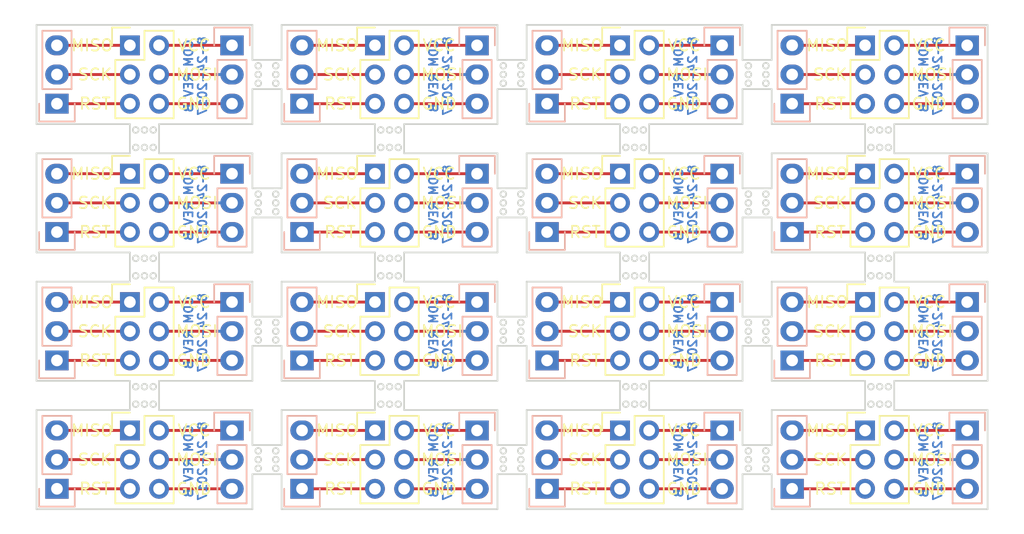
<source format=kicad_pcb>
(kicad_pcb (version 4) (host pcbnew 4.0.5+dfsg1-4)

  (general
    (links 186)
    (no_connects 106)
    (area 110.917667 74.443 200.232334 125.301)
    (thickness 1.6)
    (drawings 416)
    (tracks 128)
    (zones 0)
    (modules 48)
    (nets 7)
  )

  (page A4)
  (layers
    (0 F.Cu signal)
    (31 B.Cu signal)
    (32 B.Adhes user)
    (33 F.Adhes user)
    (34 B.Paste user)
    (35 F.Paste user)
    (36 B.SilkS user)
    (37 F.SilkS user)
    (38 B.Mask user)
    (39 F.Mask user)
    (40 Dwgs.User user)
    (41 Cmts.User user)
    (42 Eco1.User user)
    (43 Eco2.User user)
    (44 Edge.Cuts user)
    (45 Margin user)
    (46 B.CrtYd user)
    (47 F.CrtYd user)
    (48 B.Fab user)
    (49 F.Fab user)
  )

  (setup
    (last_trace_width 0.25)
    (trace_clearance 0.2)
    (zone_clearance 0.508)
    (zone_45_only no)
    (trace_min 0.2)
    (segment_width 0.2)
    (edge_width 0.15)
    (via_size 0.6)
    (via_drill 0.4)
    (via_min_size 0.4)
    (via_min_drill 0.3)
    (uvia_size 0.3)
    (uvia_drill 0.1)
    (uvias_allowed no)
    (uvia_min_size 0.2)
    (uvia_min_drill 0.1)
    (pcb_text_width 0.3)
    (pcb_text_size 1.5 1.5)
    (mod_edge_width 0.15)
    (mod_text_size 1 1)
    (mod_text_width 0.15)
    (pad_size 2.032 2.032)
    (pad_drill 1.016)
    (pad_to_mask_clearance 0.2)
    (aux_axis_origin 0 0)
    (visible_elements FFFEFF7F)
    (pcbplotparams
      (layerselection 0x010f0_80000001)
      (usegerberextensions true)
      (excludeedgelayer true)
      (linewidth 0.100000)
      (plotframeref false)
      (viasonmask false)
      (mode 1)
      (useauxorigin false)
      (hpglpennumber 1)
      (hpglpenspeed 20)
      (hpglpendiameter 15)
      (hpglpenoverlay 2)
      (psnegative false)
      (psa4output false)
      (plotreference true)
      (plotvalue true)
      (plotinvisibletext false)
      (padsonsilk false)
      (subtractmaskfromsilk false)
      (outputformat 1)
      (mirror false)
      (drillshape 0)
      (scaleselection 1)
      (outputdirectory "ICSP BREADBOARD REV B GERBER/"))
  )

  (net 0 "")
  (net 1 "Net-(P1-Pad1)")
  (net 2 "Net-(P1-Pad2)")
  (net 3 "Net-(P1-Pad3)")
  (net 4 "Net-(P2-Pad2)")
  (net 5 "Net-(P2-Pad4)")
  (net 6 "Net-(P2-Pad6)")

  (net_class Default "This is the default net class."
    (clearance 0.2)
    (trace_width 0.25)
    (via_dia 0.6)
    (via_drill 0.4)
    (uvia_dia 0.3)
    (uvia_drill 0.1)
    (add_net "Net-(P1-Pad1)")
    (add_net "Net-(P1-Pad2)")
    (add_net "Net-(P1-Pad3)")
    (add_net "Net-(P2-Pad2)")
    (add_net "Net-(P2-Pad4)")
    (add_net "Net-(P2-Pad6)")
  )

  (module Pin_Headers:Pin_Header_Straight_1x03 (layer B.Cu) (tedit 598B2BF2) (tstamp 599F7B51)
    (at 152.527 80.518 180)
    (descr "Through hole pin header")
    (tags "pin header")
    (path /598B2996)
    (fp_text reference P3 (at 0 5.1 180) (layer B.SilkS) hide
      (effects (font (size 1 1) (thickness 0.15)) (justify mirror))
    )
    (fp_text value CONN_01X03 (at 0 3.1 180) (layer B.Fab)
      (effects (font (size 1 1) (thickness 0.15)) (justify mirror))
    )
    (fp_line (start -1.75 1.75) (end -1.75 -6.85) (layer B.CrtYd) (width 0.05))
    (fp_line (start 1.75 1.75) (end 1.75 -6.85) (layer B.CrtYd) (width 0.05))
    (fp_line (start -1.75 1.75) (end 1.75 1.75) (layer B.CrtYd) (width 0.05))
    (fp_line (start -1.75 -6.85) (end 1.75 -6.85) (layer B.CrtYd) (width 0.05))
    (fp_line (start -1.27 -1.27) (end -1.27 -6.35) (layer B.SilkS) (width 0.15))
    (fp_line (start -1.27 -6.35) (end 1.27 -6.35) (layer B.SilkS) (width 0.15))
    (fp_line (start 1.27 -6.35) (end 1.27 -1.27) (layer B.SilkS) (width 0.15))
    (fp_line (start 1.55 1.55) (end 1.55 0) (layer B.SilkS) (width 0.15))
    (fp_line (start 1.27 -1.27) (end -1.27 -1.27) (layer B.SilkS) (width 0.15))
    (fp_line (start -1.55 0) (end -1.55 1.55) (layer B.SilkS) (width 0.15))
    (fp_line (start -1.55 1.55) (end 1.55 1.55) (layer B.SilkS) (width 0.15))
    (pad 1 thru_hole rect (at 0 0 180) (size 2.032 1.7272) (drill 1.016) (layers *.Cu *.Mask)
      (net 4 "Net-(P2-Pad2)"))
    (pad 2 thru_hole oval (at 0 -2.54 180) (size 2.032 1.7272) (drill 1.016) (layers *.Cu *.Mask)
      (net 5 "Net-(P2-Pad4)"))
    (pad 3 thru_hole oval (at 0 -5.08 180) (size 2.032 1.7272) (drill 1.016) (layers *.Cu *.Mask)
      (net 6 "Net-(P2-Pad6)"))
    (model Pin_Headers.3dshapes/Pin_Header_Straight_1x03.wrl
      (at (xyz 0 -0.1 0))
      (scale (xyz 1 1 1))
      (rotate (xyz 0 0 90))
    )
  )

  (module Pin_Headers:Pin_Header_Straight_1x03 (layer B.Cu) (tedit 598B2BF2) (tstamp 599F7B40)
    (at 152.527 91.694 180)
    (descr "Through hole pin header")
    (tags "pin header")
    (path /598B2996)
    (fp_text reference P3 (at 0 5.1 180) (layer B.SilkS) hide
      (effects (font (size 1 1) (thickness 0.15)) (justify mirror))
    )
    (fp_text value CONN_01X03 (at 0 3.1 180) (layer B.Fab)
      (effects (font (size 1 1) (thickness 0.15)) (justify mirror))
    )
    (fp_line (start -1.75 1.75) (end -1.75 -6.85) (layer B.CrtYd) (width 0.05))
    (fp_line (start 1.75 1.75) (end 1.75 -6.85) (layer B.CrtYd) (width 0.05))
    (fp_line (start -1.75 1.75) (end 1.75 1.75) (layer B.CrtYd) (width 0.05))
    (fp_line (start -1.75 -6.85) (end 1.75 -6.85) (layer B.CrtYd) (width 0.05))
    (fp_line (start -1.27 -1.27) (end -1.27 -6.35) (layer B.SilkS) (width 0.15))
    (fp_line (start -1.27 -6.35) (end 1.27 -6.35) (layer B.SilkS) (width 0.15))
    (fp_line (start 1.27 -6.35) (end 1.27 -1.27) (layer B.SilkS) (width 0.15))
    (fp_line (start 1.55 1.55) (end 1.55 0) (layer B.SilkS) (width 0.15))
    (fp_line (start 1.27 -1.27) (end -1.27 -1.27) (layer B.SilkS) (width 0.15))
    (fp_line (start -1.55 0) (end -1.55 1.55) (layer B.SilkS) (width 0.15))
    (fp_line (start -1.55 1.55) (end 1.55 1.55) (layer B.SilkS) (width 0.15))
    (pad 1 thru_hole rect (at 0 0 180) (size 2.032 1.7272) (drill 1.016) (layers *.Cu *.Mask)
      (net 4 "Net-(P2-Pad2)"))
    (pad 2 thru_hole oval (at 0 -2.54 180) (size 2.032 1.7272) (drill 1.016) (layers *.Cu *.Mask)
      (net 5 "Net-(P2-Pad4)"))
    (pad 3 thru_hole oval (at 0 -5.08 180) (size 2.032 1.7272) (drill 1.016) (layers *.Cu *.Mask)
      (net 6 "Net-(P2-Pad6)"))
    (model Pin_Headers.3dshapes/Pin_Header_Straight_1x03.wrl
      (at (xyz 0 -0.1 0))
      (scale (xyz 1 1 1))
      (rotate (xyz 0 0 90))
    )
  )

  (module Pin_Headers:Pin_Header_Straight_1x03 (layer B.Cu) (tedit 598B2BF6) (tstamp 599F7B2F)
    (at 158.623 96.774)
    (descr "Through hole pin header")
    (tags "pin header")
    (path /598B29ED)
    (fp_text reference P1 (at 0 5.1) (layer B.SilkS) hide
      (effects (font (size 1 1) (thickness 0.15)) (justify mirror))
    )
    (fp_text value CONN_01X03 (at 0 3.1) (layer B.Fab)
      (effects (font (size 1 1) (thickness 0.15)) (justify mirror))
    )
    (fp_line (start -1.75 1.75) (end -1.75 -6.85) (layer B.CrtYd) (width 0.05))
    (fp_line (start 1.75 1.75) (end 1.75 -6.85) (layer B.CrtYd) (width 0.05))
    (fp_line (start -1.75 1.75) (end 1.75 1.75) (layer B.CrtYd) (width 0.05))
    (fp_line (start -1.75 -6.85) (end 1.75 -6.85) (layer B.CrtYd) (width 0.05))
    (fp_line (start -1.27 -1.27) (end -1.27 -6.35) (layer B.SilkS) (width 0.15))
    (fp_line (start -1.27 -6.35) (end 1.27 -6.35) (layer B.SilkS) (width 0.15))
    (fp_line (start 1.27 -6.35) (end 1.27 -1.27) (layer B.SilkS) (width 0.15))
    (fp_line (start 1.55 1.55) (end 1.55 0) (layer B.SilkS) (width 0.15))
    (fp_line (start 1.27 -1.27) (end -1.27 -1.27) (layer B.SilkS) (width 0.15))
    (fp_line (start -1.55 0) (end -1.55 1.55) (layer B.SilkS) (width 0.15))
    (fp_line (start -1.55 1.55) (end 1.55 1.55) (layer B.SilkS) (width 0.15))
    (pad 1 thru_hole rect (at 0 0) (size 2.032 1.7272) (drill 1.016) (layers *.Cu *.Mask)
      (net 1 "Net-(P1-Pad1)"))
    (pad 2 thru_hole oval (at 0 -2.54) (size 2.032 1.7272) (drill 1.016) (layers *.Cu *.Mask)
      (net 2 "Net-(P1-Pad2)"))
    (pad 3 thru_hole oval (at 0 -5.08) (size 2.032 1.7272) (drill 1.016) (layers *.Cu *.Mask)
      (net 3 "Net-(P1-Pad3)"))
    (model Pin_Headers.3dshapes/Pin_Header_Straight_1x03.wrl
      (at (xyz 0 -0.1 0))
      (scale (xyz 1 1 1))
      (rotate (xyz 0 0 90))
    )
  )

  (module Pin_Headers:Pin_Header_Straight_1x03 (layer B.Cu) (tedit 598B2BF6) (tstamp 599F7B1E)
    (at 158.623 85.598)
    (descr "Through hole pin header")
    (tags "pin header")
    (path /598B29ED)
    (fp_text reference P1 (at 0 5.1) (layer B.SilkS) hide
      (effects (font (size 1 1) (thickness 0.15)) (justify mirror))
    )
    (fp_text value CONN_01X03 (at 0 3.1) (layer B.Fab)
      (effects (font (size 1 1) (thickness 0.15)) (justify mirror))
    )
    (fp_line (start -1.75 1.75) (end -1.75 -6.85) (layer B.CrtYd) (width 0.05))
    (fp_line (start 1.75 1.75) (end 1.75 -6.85) (layer B.CrtYd) (width 0.05))
    (fp_line (start -1.75 1.75) (end 1.75 1.75) (layer B.CrtYd) (width 0.05))
    (fp_line (start -1.75 -6.85) (end 1.75 -6.85) (layer B.CrtYd) (width 0.05))
    (fp_line (start -1.27 -1.27) (end -1.27 -6.35) (layer B.SilkS) (width 0.15))
    (fp_line (start -1.27 -6.35) (end 1.27 -6.35) (layer B.SilkS) (width 0.15))
    (fp_line (start 1.27 -6.35) (end 1.27 -1.27) (layer B.SilkS) (width 0.15))
    (fp_line (start 1.55 1.55) (end 1.55 0) (layer B.SilkS) (width 0.15))
    (fp_line (start 1.27 -1.27) (end -1.27 -1.27) (layer B.SilkS) (width 0.15))
    (fp_line (start -1.55 0) (end -1.55 1.55) (layer B.SilkS) (width 0.15))
    (fp_line (start -1.55 1.55) (end 1.55 1.55) (layer B.SilkS) (width 0.15))
    (pad 1 thru_hole rect (at 0 0) (size 2.032 1.7272) (drill 1.016) (layers *.Cu *.Mask)
      (net 1 "Net-(P1-Pad1)"))
    (pad 2 thru_hole oval (at 0 -2.54) (size 2.032 1.7272) (drill 1.016) (layers *.Cu *.Mask)
      (net 2 "Net-(P1-Pad2)"))
    (pad 3 thru_hole oval (at 0 -5.08) (size 2.032 1.7272) (drill 1.016) (layers *.Cu *.Mask)
      (net 3 "Net-(P1-Pad3)"))
    (model Pin_Headers.3dshapes/Pin_Header_Straight_1x03.wrl
      (at (xyz 0 -0.1 0))
      (scale (xyz 1 1 1))
      (rotate (xyz 0 0 90))
    )
  )

  (module Pin_Headers:Pin_Header_Straight_1x03 (layer B.Cu) (tedit 598B2BF6) (tstamp 599F7B0D)
    (at 137.287 96.774)
    (descr "Through hole pin header")
    (tags "pin header")
    (path /598B29ED)
    (fp_text reference P1 (at 0 5.1) (layer B.SilkS) hide
      (effects (font (size 1 1) (thickness 0.15)) (justify mirror))
    )
    (fp_text value CONN_01X03 (at 0 3.1) (layer B.Fab)
      (effects (font (size 1 1) (thickness 0.15)) (justify mirror))
    )
    (fp_line (start -1.75 1.75) (end -1.75 -6.85) (layer B.CrtYd) (width 0.05))
    (fp_line (start 1.75 1.75) (end 1.75 -6.85) (layer B.CrtYd) (width 0.05))
    (fp_line (start -1.75 1.75) (end 1.75 1.75) (layer B.CrtYd) (width 0.05))
    (fp_line (start -1.75 -6.85) (end 1.75 -6.85) (layer B.CrtYd) (width 0.05))
    (fp_line (start -1.27 -1.27) (end -1.27 -6.35) (layer B.SilkS) (width 0.15))
    (fp_line (start -1.27 -6.35) (end 1.27 -6.35) (layer B.SilkS) (width 0.15))
    (fp_line (start 1.27 -6.35) (end 1.27 -1.27) (layer B.SilkS) (width 0.15))
    (fp_line (start 1.55 1.55) (end 1.55 0) (layer B.SilkS) (width 0.15))
    (fp_line (start 1.27 -1.27) (end -1.27 -1.27) (layer B.SilkS) (width 0.15))
    (fp_line (start -1.55 0) (end -1.55 1.55) (layer B.SilkS) (width 0.15))
    (fp_line (start -1.55 1.55) (end 1.55 1.55) (layer B.SilkS) (width 0.15))
    (pad 1 thru_hole rect (at 0 0) (size 2.032 1.7272) (drill 1.016) (layers *.Cu *.Mask)
      (net 1 "Net-(P1-Pad1)"))
    (pad 2 thru_hole oval (at 0 -2.54) (size 2.032 1.7272) (drill 1.016) (layers *.Cu *.Mask)
      (net 2 "Net-(P1-Pad2)"))
    (pad 3 thru_hole oval (at 0 -5.08) (size 2.032 1.7272) (drill 1.016) (layers *.Cu *.Mask)
      (net 3 "Net-(P1-Pad3)"))
    (model Pin_Headers.3dshapes/Pin_Header_Straight_1x03.wrl
      (at (xyz 0 -0.1 0))
      (scale (xyz 1 1 1))
      (rotate (xyz 0 0 90))
    )
  )

  (module Pin_Headers:Pin_Header_Straight_1x03 (layer B.Cu) (tedit 598B2BF6) (tstamp 599F7AFC)
    (at 137.287 85.598)
    (descr "Through hole pin header")
    (tags "pin header")
    (path /598B29ED)
    (fp_text reference P1 (at 0 5.1) (layer B.SilkS) hide
      (effects (font (size 1 1) (thickness 0.15)) (justify mirror))
    )
    (fp_text value CONN_01X03 (at 0 3.1) (layer B.Fab)
      (effects (font (size 1 1) (thickness 0.15)) (justify mirror))
    )
    (fp_line (start -1.75 1.75) (end -1.75 -6.85) (layer B.CrtYd) (width 0.05))
    (fp_line (start 1.75 1.75) (end 1.75 -6.85) (layer B.CrtYd) (width 0.05))
    (fp_line (start -1.75 1.75) (end 1.75 1.75) (layer B.CrtYd) (width 0.05))
    (fp_line (start -1.75 -6.85) (end 1.75 -6.85) (layer B.CrtYd) (width 0.05))
    (fp_line (start -1.27 -1.27) (end -1.27 -6.35) (layer B.SilkS) (width 0.15))
    (fp_line (start -1.27 -6.35) (end 1.27 -6.35) (layer B.SilkS) (width 0.15))
    (fp_line (start 1.27 -6.35) (end 1.27 -1.27) (layer B.SilkS) (width 0.15))
    (fp_line (start 1.55 1.55) (end 1.55 0) (layer B.SilkS) (width 0.15))
    (fp_line (start 1.27 -1.27) (end -1.27 -1.27) (layer B.SilkS) (width 0.15))
    (fp_line (start -1.55 0) (end -1.55 1.55) (layer B.SilkS) (width 0.15))
    (fp_line (start -1.55 1.55) (end 1.55 1.55) (layer B.SilkS) (width 0.15))
    (pad 1 thru_hole rect (at 0 0) (size 2.032 1.7272) (drill 1.016) (layers *.Cu *.Mask)
      (net 1 "Net-(P1-Pad1)"))
    (pad 2 thru_hole oval (at 0 -2.54) (size 2.032 1.7272) (drill 1.016) (layers *.Cu *.Mask)
      (net 2 "Net-(P1-Pad2)"))
    (pad 3 thru_hole oval (at 0 -5.08) (size 2.032 1.7272) (drill 1.016) (layers *.Cu *.Mask)
      (net 3 "Net-(P1-Pad3)"))
    (model Pin_Headers.3dshapes/Pin_Header_Straight_1x03.wrl
      (at (xyz 0 -0.1 0))
      (scale (xyz 1 1 1))
      (rotate (xyz 0 0 90))
    )
  )

  (module Pin_Headers:Pin_Header_Straight_1x03 (layer B.Cu) (tedit 598B2BF6) (tstamp 599F7AEB)
    (at 115.951 96.774)
    (descr "Through hole pin header")
    (tags "pin header")
    (path /598B29ED)
    (fp_text reference P1 (at 0 5.1) (layer B.SilkS) hide
      (effects (font (size 1 1) (thickness 0.15)) (justify mirror))
    )
    (fp_text value CONN_01X03 (at 0 3.1) (layer B.Fab)
      (effects (font (size 1 1) (thickness 0.15)) (justify mirror))
    )
    (fp_line (start -1.75 1.75) (end -1.75 -6.85) (layer B.CrtYd) (width 0.05))
    (fp_line (start 1.75 1.75) (end 1.75 -6.85) (layer B.CrtYd) (width 0.05))
    (fp_line (start -1.75 1.75) (end 1.75 1.75) (layer B.CrtYd) (width 0.05))
    (fp_line (start -1.75 -6.85) (end 1.75 -6.85) (layer B.CrtYd) (width 0.05))
    (fp_line (start -1.27 -1.27) (end -1.27 -6.35) (layer B.SilkS) (width 0.15))
    (fp_line (start -1.27 -6.35) (end 1.27 -6.35) (layer B.SilkS) (width 0.15))
    (fp_line (start 1.27 -6.35) (end 1.27 -1.27) (layer B.SilkS) (width 0.15))
    (fp_line (start 1.55 1.55) (end 1.55 0) (layer B.SilkS) (width 0.15))
    (fp_line (start 1.27 -1.27) (end -1.27 -1.27) (layer B.SilkS) (width 0.15))
    (fp_line (start -1.55 0) (end -1.55 1.55) (layer B.SilkS) (width 0.15))
    (fp_line (start -1.55 1.55) (end 1.55 1.55) (layer B.SilkS) (width 0.15))
    (pad 1 thru_hole rect (at 0 0) (size 2.032 1.7272) (drill 1.016) (layers *.Cu *.Mask)
      (net 1 "Net-(P1-Pad1)"))
    (pad 2 thru_hole oval (at 0 -2.54) (size 2.032 1.7272) (drill 1.016) (layers *.Cu *.Mask)
      (net 2 "Net-(P1-Pad2)"))
    (pad 3 thru_hole oval (at 0 -5.08) (size 2.032 1.7272) (drill 1.016) (layers *.Cu *.Mask)
      (net 3 "Net-(P1-Pad3)"))
    (model Pin_Headers.3dshapes/Pin_Header_Straight_1x03.wrl
      (at (xyz 0 -0.1 0))
      (scale (xyz 1 1 1))
      (rotate (xyz 0 0 90))
    )
  )

  (module Pin_Headers:Pin_Header_Straight_1x03 (layer B.Cu) (tedit 598B2BF2) (tstamp 599F7ADA)
    (at 131.191 91.694 180)
    (descr "Through hole pin header")
    (tags "pin header")
    (path /598B2996)
    (fp_text reference P3 (at 0 5.1 180) (layer B.SilkS) hide
      (effects (font (size 1 1) (thickness 0.15)) (justify mirror))
    )
    (fp_text value CONN_01X03 (at 0 3.1 180) (layer B.Fab)
      (effects (font (size 1 1) (thickness 0.15)) (justify mirror))
    )
    (fp_line (start -1.75 1.75) (end -1.75 -6.85) (layer B.CrtYd) (width 0.05))
    (fp_line (start 1.75 1.75) (end 1.75 -6.85) (layer B.CrtYd) (width 0.05))
    (fp_line (start -1.75 1.75) (end 1.75 1.75) (layer B.CrtYd) (width 0.05))
    (fp_line (start -1.75 -6.85) (end 1.75 -6.85) (layer B.CrtYd) (width 0.05))
    (fp_line (start -1.27 -1.27) (end -1.27 -6.35) (layer B.SilkS) (width 0.15))
    (fp_line (start -1.27 -6.35) (end 1.27 -6.35) (layer B.SilkS) (width 0.15))
    (fp_line (start 1.27 -6.35) (end 1.27 -1.27) (layer B.SilkS) (width 0.15))
    (fp_line (start 1.55 1.55) (end 1.55 0) (layer B.SilkS) (width 0.15))
    (fp_line (start 1.27 -1.27) (end -1.27 -1.27) (layer B.SilkS) (width 0.15))
    (fp_line (start -1.55 0) (end -1.55 1.55) (layer B.SilkS) (width 0.15))
    (fp_line (start -1.55 1.55) (end 1.55 1.55) (layer B.SilkS) (width 0.15))
    (pad 1 thru_hole rect (at 0 0 180) (size 2.032 1.7272) (drill 1.016) (layers *.Cu *.Mask)
      (net 4 "Net-(P2-Pad2)"))
    (pad 2 thru_hole oval (at 0 -2.54 180) (size 2.032 1.7272) (drill 1.016) (layers *.Cu *.Mask)
      (net 5 "Net-(P2-Pad4)"))
    (pad 3 thru_hole oval (at 0 -5.08 180) (size 2.032 1.7272) (drill 1.016) (layers *.Cu *.Mask)
      (net 6 "Net-(P2-Pad6)"))
    (model Pin_Headers.3dshapes/Pin_Header_Straight_1x03.wrl
      (at (xyz 0 -0.1 0))
      (scale (xyz 1 1 1))
      (rotate (xyz 0 0 90))
    )
  )

  (module Pin_Headers:Pin_Header_Straight_1x03 (layer B.Cu) (tedit 598B2BF6) (tstamp 599F7AC9)
    (at 115.951 85.598)
    (descr "Through hole pin header")
    (tags "pin header")
    (path /598B29ED)
    (fp_text reference P1 (at 0 5.1) (layer B.SilkS) hide
      (effects (font (size 1 1) (thickness 0.15)) (justify mirror))
    )
    (fp_text value CONN_01X03 (at 0 3.1) (layer B.Fab)
      (effects (font (size 1 1) (thickness 0.15)) (justify mirror))
    )
    (fp_line (start -1.75 1.75) (end -1.75 -6.85) (layer B.CrtYd) (width 0.05))
    (fp_line (start 1.75 1.75) (end 1.75 -6.85) (layer B.CrtYd) (width 0.05))
    (fp_line (start -1.75 1.75) (end 1.75 1.75) (layer B.CrtYd) (width 0.05))
    (fp_line (start -1.75 -6.85) (end 1.75 -6.85) (layer B.CrtYd) (width 0.05))
    (fp_line (start -1.27 -1.27) (end -1.27 -6.35) (layer B.SilkS) (width 0.15))
    (fp_line (start -1.27 -6.35) (end 1.27 -6.35) (layer B.SilkS) (width 0.15))
    (fp_line (start 1.27 -6.35) (end 1.27 -1.27) (layer B.SilkS) (width 0.15))
    (fp_line (start 1.55 1.55) (end 1.55 0) (layer B.SilkS) (width 0.15))
    (fp_line (start 1.27 -1.27) (end -1.27 -1.27) (layer B.SilkS) (width 0.15))
    (fp_line (start -1.55 0) (end -1.55 1.55) (layer B.SilkS) (width 0.15))
    (fp_line (start -1.55 1.55) (end 1.55 1.55) (layer B.SilkS) (width 0.15))
    (pad 1 thru_hole rect (at 0 0) (size 2.032 1.7272) (drill 1.016) (layers *.Cu *.Mask)
      (net 1 "Net-(P1-Pad1)"))
    (pad 2 thru_hole oval (at 0 -2.54) (size 2.032 1.7272) (drill 1.016) (layers *.Cu *.Mask)
      (net 2 "Net-(P1-Pad2)"))
    (pad 3 thru_hole oval (at 0 -5.08) (size 2.032 1.7272) (drill 1.016) (layers *.Cu *.Mask)
      (net 3 "Net-(P1-Pad3)"))
    (model Pin_Headers.3dshapes/Pin_Header_Straight_1x03.wrl
      (at (xyz 0 -0.1 0))
      (scale (xyz 1 1 1))
      (rotate (xyz 0 0 90))
    )
  )

  (module Pin_Headers:Pin_Header_Straight_1x03 (layer B.Cu) (tedit 598B2BF2) (tstamp 599F7AB8)
    (at 131.191 80.518 180)
    (descr "Through hole pin header")
    (tags "pin header")
    (path /598B2996)
    (fp_text reference P3 (at 0 5.1 180) (layer B.SilkS) hide
      (effects (font (size 1 1) (thickness 0.15)) (justify mirror))
    )
    (fp_text value CONN_01X03 (at 0 3.1 180) (layer B.Fab)
      (effects (font (size 1 1) (thickness 0.15)) (justify mirror))
    )
    (fp_line (start -1.75 1.75) (end -1.75 -6.85) (layer B.CrtYd) (width 0.05))
    (fp_line (start 1.75 1.75) (end 1.75 -6.85) (layer B.CrtYd) (width 0.05))
    (fp_line (start -1.75 1.75) (end 1.75 1.75) (layer B.CrtYd) (width 0.05))
    (fp_line (start -1.75 -6.85) (end 1.75 -6.85) (layer B.CrtYd) (width 0.05))
    (fp_line (start -1.27 -1.27) (end -1.27 -6.35) (layer B.SilkS) (width 0.15))
    (fp_line (start -1.27 -6.35) (end 1.27 -6.35) (layer B.SilkS) (width 0.15))
    (fp_line (start 1.27 -6.35) (end 1.27 -1.27) (layer B.SilkS) (width 0.15))
    (fp_line (start 1.55 1.55) (end 1.55 0) (layer B.SilkS) (width 0.15))
    (fp_line (start 1.27 -1.27) (end -1.27 -1.27) (layer B.SilkS) (width 0.15))
    (fp_line (start -1.55 0) (end -1.55 1.55) (layer B.SilkS) (width 0.15))
    (fp_line (start -1.55 1.55) (end 1.55 1.55) (layer B.SilkS) (width 0.15))
    (pad 1 thru_hole rect (at 0 0 180) (size 2.032 1.7272) (drill 1.016) (layers *.Cu *.Mask)
      (net 4 "Net-(P2-Pad2)"))
    (pad 2 thru_hole oval (at 0 -2.54 180) (size 2.032 1.7272) (drill 1.016) (layers *.Cu *.Mask)
      (net 5 "Net-(P2-Pad4)"))
    (pad 3 thru_hole oval (at 0 -5.08 180) (size 2.032 1.7272) (drill 1.016) (layers *.Cu *.Mask)
      (net 6 "Net-(P2-Pad6)"))
    (model Pin_Headers.3dshapes/Pin_Header_Straight_1x03.wrl
      (at (xyz 0 -0.1 0))
      (scale (xyz 1 1 1))
      (rotate (xyz 0 0 90))
    )
  )

  (module Pin_Headers:Pin_Header_Straight_1x03 (layer B.Cu) (tedit 598B2BF2) (tstamp 599F7AA7)
    (at 173.863 80.518 180)
    (descr "Through hole pin header")
    (tags "pin header")
    (path /598B2996)
    (fp_text reference P3 (at 0 5.1 180) (layer B.SilkS) hide
      (effects (font (size 1 1) (thickness 0.15)) (justify mirror))
    )
    (fp_text value CONN_01X03 (at 0 3.1 180) (layer B.Fab)
      (effects (font (size 1 1) (thickness 0.15)) (justify mirror))
    )
    (fp_line (start -1.75 1.75) (end -1.75 -6.85) (layer B.CrtYd) (width 0.05))
    (fp_line (start 1.75 1.75) (end 1.75 -6.85) (layer B.CrtYd) (width 0.05))
    (fp_line (start -1.75 1.75) (end 1.75 1.75) (layer B.CrtYd) (width 0.05))
    (fp_line (start -1.75 -6.85) (end 1.75 -6.85) (layer B.CrtYd) (width 0.05))
    (fp_line (start -1.27 -1.27) (end -1.27 -6.35) (layer B.SilkS) (width 0.15))
    (fp_line (start -1.27 -6.35) (end 1.27 -6.35) (layer B.SilkS) (width 0.15))
    (fp_line (start 1.27 -6.35) (end 1.27 -1.27) (layer B.SilkS) (width 0.15))
    (fp_line (start 1.55 1.55) (end 1.55 0) (layer B.SilkS) (width 0.15))
    (fp_line (start 1.27 -1.27) (end -1.27 -1.27) (layer B.SilkS) (width 0.15))
    (fp_line (start -1.55 0) (end -1.55 1.55) (layer B.SilkS) (width 0.15))
    (fp_line (start -1.55 1.55) (end 1.55 1.55) (layer B.SilkS) (width 0.15))
    (pad 1 thru_hole rect (at 0 0 180) (size 2.032 1.7272) (drill 1.016) (layers *.Cu *.Mask)
      (net 4 "Net-(P2-Pad2)"))
    (pad 2 thru_hole oval (at 0 -2.54 180) (size 2.032 1.7272) (drill 1.016) (layers *.Cu *.Mask)
      (net 5 "Net-(P2-Pad4)"))
    (pad 3 thru_hole oval (at 0 -5.08 180) (size 2.032 1.7272) (drill 1.016) (layers *.Cu *.Mask)
      (net 6 "Net-(P2-Pad6)"))
    (model Pin_Headers.3dshapes/Pin_Header_Straight_1x03.wrl
      (at (xyz 0 -0.1 0))
      (scale (xyz 1 1 1))
      (rotate (xyz 0 0 90))
    )
  )

  (module Pin_Headers:Pin_Header_Straight_1x03 (layer B.Cu) (tedit 598B2BF6) (tstamp 599F7A96)
    (at 179.959 85.598)
    (descr "Through hole pin header")
    (tags "pin header")
    (path /598B29ED)
    (fp_text reference P1 (at 0 5.1) (layer B.SilkS) hide
      (effects (font (size 1 1) (thickness 0.15)) (justify mirror))
    )
    (fp_text value CONN_01X03 (at 0 3.1) (layer B.Fab)
      (effects (font (size 1 1) (thickness 0.15)) (justify mirror))
    )
    (fp_line (start -1.75 1.75) (end -1.75 -6.85) (layer B.CrtYd) (width 0.05))
    (fp_line (start 1.75 1.75) (end 1.75 -6.85) (layer B.CrtYd) (width 0.05))
    (fp_line (start -1.75 1.75) (end 1.75 1.75) (layer B.CrtYd) (width 0.05))
    (fp_line (start -1.75 -6.85) (end 1.75 -6.85) (layer B.CrtYd) (width 0.05))
    (fp_line (start -1.27 -1.27) (end -1.27 -6.35) (layer B.SilkS) (width 0.15))
    (fp_line (start -1.27 -6.35) (end 1.27 -6.35) (layer B.SilkS) (width 0.15))
    (fp_line (start 1.27 -6.35) (end 1.27 -1.27) (layer B.SilkS) (width 0.15))
    (fp_line (start 1.55 1.55) (end 1.55 0) (layer B.SilkS) (width 0.15))
    (fp_line (start 1.27 -1.27) (end -1.27 -1.27) (layer B.SilkS) (width 0.15))
    (fp_line (start -1.55 0) (end -1.55 1.55) (layer B.SilkS) (width 0.15))
    (fp_line (start -1.55 1.55) (end 1.55 1.55) (layer B.SilkS) (width 0.15))
    (pad 1 thru_hole rect (at 0 0) (size 2.032 1.7272) (drill 1.016) (layers *.Cu *.Mask)
      (net 1 "Net-(P1-Pad1)"))
    (pad 2 thru_hole oval (at 0 -2.54) (size 2.032 1.7272) (drill 1.016) (layers *.Cu *.Mask)
      (net 2 "Net-(P1-Pad2)"))
    (pad 3 thru_hole oval (at 0 -5.08) (size 2.032 1.7272) (drill 1.016) (layers *.Cu *.Mask)
      (net 3 "Net-(P1-Pad3)"))
    (model Pin_Headers.3dshapes/Pin_Header_Straight_1x03.wrl
      (at (xyz 0 -0.1 0))
      (scale (xyz 1 1 1))
      (rotate (xyz 0 0 90))
    )
  )

  (module Pin_Headers:Pin_Header_Straight_1x03 (layer B.Cu) (tedit 598B2BF2) (tstamp 599F7A85)
    (at 195.199 80.518 180)
    (descr "Through hole pin header")
    (tags "pin header")
    (path /598B2996)
    (fp_text reference P3 (at 0 5.1 180) (layer B.SilkS) hide
      (effects (font (size 1 1) (thickness 0.15)) (justify mirror))
    )
    (fp_text value CONN_01X03 (at 0 3.1 180) (layer B.Fab)
      (effects (font (size 1 1) (thickness 0.15)) (justify mirror))
    )
    (fp_line (start -1.75 1.75) (end -1.75 -6.85) (layer B.CrtYd) (width 0.05))
    (fp_line (start 1.75 1.75) (end 1.75 -6.85) (layer B.CrtYd) (width 0.05))
    (fp_line (start -1.75 1.75) (end 1.75 1.75) (layer B.CrtYd) (width 0.05))
    (fp_line (start -1.75 -6.85) (end 1.75 -6.85) (layer B.CrtYd) (width 0.05))
    (fp_line (start -1.27 -1.27) (end -1.27 -6.35) (layer B.SilkS) (width 0.15))
    (fp_line (start -1.27 -6.35) (end 1.27 -6.35) (layer B.SilkS) (width 0.15))
    (fp_line (start 1.27 -6.35) (end 1.27 -1.27) (layer B.SilkS) (width 0.15))
    (fp_line (start 1.55 1.55) (end 1.55 0) (layer B.SilkS) (width 0.15))
    (fp_line (start 1.27 -1.27) (end -1.27 -1.27) (layer B.SilkS) (width 0.15))
    (fp_line (start -1.55 0) (end -1.55 1.55) (layer B.SilkS) (width 0.15))
    (fp_line (start -1.55 1.55) (end 1.55 1.55) (layer B.SilkS) (width 0.15))
    (pad 1 thru_hole rect (at 0 0 180) (size 2.032 1.7272) (drill 1.016) (layers *.Cu *.Mask)
      (net 4 "Net-(P2-Pad2)"))
    (pad 2 thru_hole oval (at 0 -2.54 180) (size 2.032 1.7272) (drill 1.016) (layers *.Cu *.Mask)
      (net 5 "Net-(P2-Pad4)"))
    (pad 3 thru_hole oval (at 0 -5.08 180) (size 2.032 1.7272) (drill 1.016) (layers *.Cu *.Mask)
      (net 6 "Net-(P2-Pad6)"))
    (model Pin_Headers.3dshapes/Pin_Header_Straight_1x03.wrl
      (at (xyz 0 -0.1 0))
      (scale (xyz 1 1 1))
      (rotate (xyz 0 0 90))
    )
  )

  (module Pin_Headers:Pin_Header_Straight_1x03 (layer B.Cu) (tedit 598B2BF6) (tstamp 599F7A74)
    (at 179.959 96.774)
    (descr "Through hole pin header")
    (tags "pin header")
    (path /598B29ED)
    (fp_text reference P1 (at 0 5.1) (layer B.SilkS) hide
      (effects (font (size 1 1) (thickness 0.15)) (justify mirror))
    )
    (fp_text value CONN_01X03 (at 0 3.1) (layer B.Fab)
      (effects (font (size 1 1) (thickness 0.15)) (justify mirror))
    )
    (fp_line (start -1.75 1.75) (end -1.75 -6.85) (layer B.CrtYd) (width 0.05))
    (fp_line (start 1.75 1.75) (end 1.75 -6.85) (layer B.CrtYd) (width 0.05))
    (fp_line (start -1.75 1.75) (end 1.75 1.75) (layer B.CrtYd) (width 0.05))
    (fp_line (start -1.75 -6.85) (end 1.75 -6.85) (layer B.CrtYd) (width 0.05))
    (fp_line (start -1.27 -1.27) (end -1.27 -6.35) (layer B.SilkS) (width 0.15))
    (fp_line (start -1.27 -6.35) (end 1.27 -6.35) (layer B.SilkS) (width 0.15))
    (fp_line (start 1.27 -6.35) (end 1.27 -1.27) (layer B.SilkS) (width 0.15))
    (fp_line (start 1.55 1.55) (end 1.55 0) (layer B.SilkS) (width 0.15))
    (fp_line (start 1.27 -1.27) (end -1.27 -1.27) (layer B.SilkS) (width 0.15))
    (fp_line (start -1.55 0) (end -1.55 1.55) (layer B.SilkS) (width 0.15))
    (fp_line (start -1.55 1.55) (end 1.55 1.55) (layer B.SilkS) (width 0.15))
    (pad 1 thru_hole rect (at 0 0) (size 2.032 1.7272) (drill 1.016) (layers *.Cu *.Mask)
      (net 1 "Net-(P1-Pad1)"))
    (pad 2 thru_hole oval (at 0 -2.54) (size 2.032 1.7272) (drill 1.016) (layers *.Cu *.Mask)
      (net 2 "Net-(P1-Pad2)"))
    (pad 3 thru_hole oval (at 0 -5.08) (size 2.032 1.7272) (drill 1.016) (layers *.Cu *.Mask)
      (net 3 "Net-(P1-Pad3)"))
    (model Pin_Headers.3dshapes/Pin_Header_Straight_1x03.wrl
      (at (xyz 0 -0.1 0))
      (scale (xyz 1 1 1))
      (rotate (xyz 0 0 90))
    )
  )

  (module Pin_Headers:Pin_Header_Straight_1x03 (layer B.Cu) (tedit 598B2BF2) (tstamp 599F7A63)
    (at 195.199 91.694 180)
    (descr "Through hole pin header")
    (tags "pin header")
    (path /598B2996)
    (fp_text reference P3 (at 0 5.1 180) (layer B.SilkS) hide
      (effects (font (size 1 1) (thickness 0.15)) (justify mirror))
    )
    (fp_text value CONN_01X03 (at 0 3.1 180) (layer B.Fab)
      (effects (font (size 1 1) (thickness 0.15)) (justify mirror))
    )
    (fp_line (start -1.75 1.75) (end -1.75 -6.85) (layer B.CrtYd) (width 0.05))
    (fp_line (start 1.75 1.75) (end 1.75 -6.85) (layer B.CrtYd) (width 0.05))
    (fp_line (start -1.75 1.75) (end 1.75 1.75) (layer B.CrtYd) (width 0.05))
    (fp_line (start -1.75 -6.85) (end 1.75 -6.85) (layer B.CrtYd) (width 0.05))
    (fp_line (start -1.27 -1.27) (end -1.27 -6.35) (layer B.SilkS) (width 0.15))
    (fp_line (start -1.27 -6.35) (end 1.27 -6.35) (layer B.SilkS) (width 0.15))
    (fp_line (start 1.27 -6.35) (end 1.27 -1.27) (layer B.SilkS) (width 0.15))
    (fp_line (start 1.55 1.55) (end 1.55 0) (layer B.SilkS) (width 0.15))
    (fp_line (start 1.27 -1.27) (end -1.27 -1.27) (layer B.SilkS) (width 0.15))
    (fp_line (start -1.55 0) (end -1.55 1.55) (layer B.SilkS) (width 0.15))
    (fp_line (start -1.55 1.55) (end 1.55 1.55) (layer B.SilkS) (width 0.15))
    (pad 1 thru_hole rect (at 0 0 180) (size 2.032 1.7272) (drill 1.016) (layers *.Cu *.Mask)
      (net 4 "Net-(P2-Pad2)"))
    (pad 2 thru_hole oval (at 0 -2.54 180) (size 2.032 1.7272) (drill 1.016) (layers *.Cu *.Mask)
      (net 5 "Net-(P2-Pad4)"))
    (pad 3 thru_hole oval (at 0 -5.08 180) (size 2.032 1.7272) (drill 1.016) (layers *.Cu *.Mask)
      (net 6 "Net-(P2-Pad6)"))
    (model Pin_Headers.3dshapes/Pin_Header_Straight_1x03.wrl
      (at (xyz 0 -0.1 0))
      (scale (xyz 1 1 1))
      (rotate (xyz 0 0 90))
    )
  )

  (module Pin_Headers:Pin_Header_Straight_1x03 (layer B.Cu) (tedit 598B2BF2) (tstamp 599F7A52)
    (at 173.863 91.694 180)
    (descr "Through hole pin header")
    (tags "pin header")
    (path /598B2996)
    (fp_text reference P3 (at 0 5.1 180) (layer B.SilkS) hide
      (effects (font (size 1 1) (thickness 0.15)) (justify mirror))
    )
    (fp_text value CONN_01X03 (at 0 3.1 180) (layer B.Fab)
      (effects (font (size 1 1) (thickness 0.15)) (justify mirror))
    )
    (fp_line (start -1.75 1.75) (end -1.75 -6.85) (layer B.CrtYd) (width 0.05))
    (fp_line (start 1.75 1.75) (end 1.75 -6.85) (layer B.CrtYd) (width 0.05))
    (fp_line (start -1.75 1.75) (end 1.75 1.75) (layer B.CrtYd) (width 0.05))
    (fp_line (start -1.75 -6.85) (end 1.75 -6.85) (layer B.CrtYd) (width 0.05))
    (fp_line (start -1.27 -1.27) (end -1.27 -6.35) (layer B.SilkS) (width 0.15))
    (fp_line (start -1.27 -6.35) (end 1.27 -6.35) (layer B.SilkS) (width 0.15))
    (fp_line (start 1.27 -6.35) (end 1.27 -1.27) (layer B.SilkS) (width 0.15))
    (fp_line (start 1.55 1.55) (end 1.55 0) (layer B.SilkS) (width 0.15))
    (fp_line (start 1.27 -1.27) (end -1.27 -1.27) (layer B.SilkS) (width 0.15))
    (fp_line (start -1.55 0) (end -1.55 1.55) (layer B.SilkS) (width 0.15))
    (fp_line (start -1.55 1.55) (end 1.55 1.55) (layer B.SilkS) (width 0.15))
    (pad 1 thru_hole rect (at 0 0 180) (size 2.032 1.7272) (drill 1.016) (layers *.Cu *.Mask)
      (net 4 "Net-(P2-Pad2)"))
    (pad 2 thru_hole oval (at 0 -2.54 180) (size 2.032 1.7272) (drill 1.016) (layers *.Cu *.Mask)
      (net 5 "Net-(P2-Pad4)"))
    (pad 3 thru_hole oval (at 0 -5.08 180) (size 2.032 1.7272) (drill 1.016) (layers *.Cu *.Mask)
      (net 6 "Net-(P2-Pad6)"))
    (model Pin_Headers.3dshapes/Pin_Header_Straight_1x03.wrl
      (at (xyz 0 -0.1 0))
      (scale (xyz 1 1 1))
      (rotate (xyz 0 0 90))
    )
  )

  (module Pin_Headers:Pin_Header_Straight_2x03 (layer F.Cu) (tedit 598B2BEF) (tstamp 599F7A3C)
    (at 122.301 80.518)
    (descr "Through hole pin header")
    (tags "pin header")
    (path /598B2952)
    (fp_text reference P2 (at 0 -5.1) (layer F.SilkS) hide
      (effects (font (size 1 1) (thickness 0.15)))
    )
    (fp_text value CONN_02X03 (at 0 -3.1) (layer F.Fab)
      (effects (font (size 1 1) (thickness 0.15)))
    )
    (fp_line (start -1.27 1.27) (end -1.27 6.35) (layer F.SilkS) (width 0.15))
    (fp_line (start -1.55 -1.55) (end 0 -1.55) (layer F.SilkS) (width 0.15))
    (fp_line (start -1.75 -1.75) (end -1.75 6.85) (layer F.CrtYd) (width 0.05))
    (fp_line (start 4.3 -1.75) (end 4.3 6.85) (layer F.CrtYd) (width 0.05))
    (fp_line (start -1.75 -1.75) (end 4.3 -1.75) (layer F.CrtYd) (width 0.05))
    (fp_line (start -1.75 6.85) (end 4.3 6.85) (layer F.CrtYd) (width 0.05))
    (fp_line (start 1.27 -1.27) (end 1.27 1.27) (layer F.SilkS) (width 0.15))
    (fp_line (start 1.27 1.27) (end -1.27 1.27) (layer F.SilkS) (width 0.15))
    (fp_line (start -1.27 6.35) (end 3.81 6.35) (layer F.SilkS) (width 0.15))
    (fp_line (start 3.81 6.35) (end 3.81 1.27) (layer F.SilkS) (width 0.15))
    (fp_line (start -1.55 -1.55) (end -1.55 0) (layer F.SilkS) (width 0.15))
    (fp_line (start 3.81 -1.27) (end 1.27 -1.27) (layer F.SilkS) (width 0.15))
    (fp_line (start 3.81 1.27) (end 3.81 -1.27) (layer F.SilkS) (width 0.15))
    (pad 1 thru_hole rect (at 0 0) (size 1.7272 1.7272) (drill 1.016) (layers *.Cu *.Mask)
      (net 3 "Net-(P1-Pad3)"))
    (pad 2 thru_hole oval (at 2.54 0) (size 1.7272 1.7272) (drill 1.016) (layers *.Cu *.Mask)
      (net 4 "Net-(P2-Pad2)"))
    (pad 3 thru_hole oval (at 0 2.54) (size 1.7272 1.7272) (drill 1.016) (layers *.Cu *.Mask)
      (net 2 "Net-(P1-Pad2)"))
    (pad 4 thru_hole oval (at 2.54 2.54) (size 1.7272 1.7272) (drill 1.016) (layers *.Cu *.Mask)
      (net 5 "Net-(P2-Pad4)"))
    (pad 5 thru_hole oval (at 0 5.08) (size 1.7272 1.7272) (drill 1.016) (layers *.Cu *.Mask)
      (net 1 "Net-(P1-Pad1)"))
    (pad 6 thru_hole oval (at 2.54 5.08) (size 1.7272 1.7272) (drill 1.016) (layers *.Cu *.Mask)
      (net 6 "Net-(P2-Pad6)"))
    (model Pin_Headers.3dshapes/Pin_Header_Straight_2x03.wrl
      (at (xyz 0.05 -0.1 0))
      (scale (xyz 1 1 1))
      (rotate (xyz 0 0 90))
    )
  )

  (module Pin_Headers:Pin_Header_Straight_2x03 (layer F.Cu) (tedit 598B2BEF) (tstamp 599F7A26)
    (at 164.973 91.694)
    (descr "Through hole pin header")
    (tags "pin header")
    (path /598B2952)
    (fp_text reference P2 (at 0 -5.1) (layer F.SilkS) hide
      (effects (font (size 1 1) (thickness 0.15)))
    )
    (fp_text value CONN_02X03 (at 0 -3.1) (layer F.Fab)
      (effects (font (size 1 1) (thickness 0.15)))
    )
    (fp_line (start -1.27 1.27) (end -1.27 6.35) (layer F.SilkS) (width 0.15))
    (fp_line (start -1.55 -1.55) (end 0 -1.55) (layer F.SilkS) (width 0.15))
    (fp_line (start -1.75 -1.75) (end -1.75 6.85) (layer F.CrtYd) (width 0.05))
    (fp_line (start 4.3 -1.75) (end 4.3 6.85) (layer F.CrtYd) (width 0.05))
    (fp_line (start -1.75 -1.75) (end 4.3 -1.75) (layer F.CrtYd) (width 0.05))
    (fp_line (start -1.75 6.85) (end 4.3 6.85) (layer F.CrtYd) (width 0.05))
    (fp_line (start 1.27 -1.27) (end 1.27 1.27) (layer F.SilkS) (width 0.15))
    (fp_line (start 1.27 1.27) (end -1.27 1.27) (layer F.SilkS) (width 0.15))
    (fp_line (start -1.27 6.35) (end 3.81 6.35) (layer F.SilkS) (width 0.15))
    (fp_line (start 3.81 6.35) (end 3.81 1.27) (layer F.SilkS) (width 0.15))
    (fp_line (start -1.55 -1.55) (end -1.55 0) (layer F.SilkS) (width 0.15))
    (fp_line (start 3.81 -1.27) (end 1.27 -1.27) (layer F.SilkS) (width 0.15))
    (fp_line (start 3.81 1.27) (end 3.81 -1.27) (layer F.SilkS) (width 0.15))
    (pad 1 thru_hole rect (at 0 0) (size 1.7272 1.7272) (drill 1.016) (layers *.Cu *.Mask)
      (net 3 "Net-(P1-Pad3)"))
    (pad 2 thru_hole oval (at 2.54 0) (size 1.7272 1.7272) (drill 1.016) (layers *.Cu *.Mask)
      (net 4 "Net-(P2-Pad2)"))
    (pad 3 thru_hole oval (at 0 2.54) (size 1.7272 1.7272) (drill 1.016) (layers *.Cu *.Mask)
      (net 2 "Net-(P1-Pad2)"))
    (pad 4 thru_hole oval (at 2.54 2.54) (size 1.7272 1.7272) (drill 1.016) (layers *.Cu *.Mask)
      (net 5 "Net-(P2-Pad4)"))
    (pad 5 thru_hole oval (at 0 5.08) (size 1.7272 1.7272) (drill 1.016) (layers *.Cu *.Mask)
      (net 1 "Net-(P1-Pad1)"))
    (pad 6 thru_hole oval (at 2.54 5.08) (size 1.7272 1.7272) (drill 1.016) (layers *.Cu *.Mask)
      (net 6 "Net-(P2-Pad6)"))
    (model Pin_Headers.3dshapes/Pin_Header_Straight_2x03.wrl
      (at (xyz 0.05 -0.1 0))
      (scale (xyz 1 1 1))
      (rotate (xyz 0 0 90))
    )
  )

  (module Pin_Headers:Pin_Header_Straight_2x03 (layer F.Cu) (tedit 598B2BEF) (tstamp 599F7A10)
    (at 122.301 91.694)
    (descr "Through hole pin header")
    (tags "pin header")
    (path /598B2952)
    (fp_text reference P2 (at 0 -5.1) (layer F.SilkS) hide
      (effects (font (size 1 1) (thickness 0.15)))
    )
    (fp_text value CONN_02X03 (at 0 -3.1) (layer F.Fab)
      (effects (font (size 1 1) (thickness 0.15)))
    )
    (fp_line (start -1.27 1.27) (end -1.27 6.35) (layer F.SilkS) (width 0.15))
    (fp_line (start -1.55 -1.55) (end 0 -1.55) (layer F.SilkS) (width 0.15))
    (fp_line (start -1.75 -1.75) (end -1.75 6.85) (layer F.CrtYd) (width 0.05))
    (fp_line (start 4.3 -1.75) (end 4.3 6.85) (layer F.CrtYd) (width 0.05))
    (fp_line (start -1.75 -1.75) (end 4.3 -1.75) (layer F.CrtYd) (width 0.05))
    (fp_line (start -1.75 6.85) (end 4.3 6.85) (layer F.CrtYd) (width 0.05))
    (fp_line (start 1.27 -1.27) (end 1.27 1.27) (layer F.SilkS) (width 0.15))
    (fp_line (start 1.27 1.27) (end -1.27 1.27) (layer F.SilkS) (width 0.15))
    (fp_line (start -1.27 6.35) (end 3.81 6.35) (layer F.SilkS) (width 0.15))
    (fp_line (start 3.81 6.35) (end 3.81 1.27) (layer F.SilkS) (width 0.15))
    (fp_line (start -1.55 -1.55) (end -1.55 0) (layer F.SilkS) (width 0.15))
    (fp_line (start 3.81 -1.27) (end 1.27 -1.27) (layer F.SilkS) (width 0.15))
    (fp_line (start 3.81 1.27) (end 3.81 -1.27) (layer F.SilkS) (width 0.15))
    (pad 1 thru_hole rect (at 0 0) (size 1.7272 1.7272) (drill 1.016) (layers *.Cu *.Mask)
      (net 3 "Net-(P1-Pad3)"))
    (pad 2 thru_hole oval (at 2.54 0) (size 1.7272 1.7272) (drill 1.016) (layers *.Cu *.Mask)
      (net 4 "Net-(P2-Pad2)"))
    (pad 3 thru_hole oval (at 0 2.54) (size 1.7272 1.7272) (drill 1.016) (layers *.Cu *.Mask)
      (net 2 "Net-(P1-Pad2)"))
    (pad 4 thru_hole oval (at 2.54 2.54) (size 1.7272 1.7272) (drill 1.016) (layers *.Cu *.Mask)
      (net 5 "Net-(P2-Pad4)"))
    (pad 5 thru_hole oval (at 0 5.08) (size 1.7272 1.7272) (drill 1.016) (layers *.Cu *.Mask)
      (net 1 "Net-(P1-Pad1)"))
    (pad 6 thru_hole oval (at 2.54 5.08) (size 1.7272 1.7272) (drill 1.016) (layers *.Cu *.Mask)
      (net 6 "Net-(P2-Pad6)"))
    (model Pin_Headers.3dshapes/Pin_Header_Straight_2x03.wrl
      (at (xyz 0.05 -0.1 0))
      (scale (xyz 1 1 1))
      (rotate (xyz 0 0 90))
    )
  )

  (module Pin_Headers:Pin_Header_Straight_2x03 (layer F.Cu) (tedit 598B2BEF) (tstamp 599F79FA)
    (at 186.309 91.694)
    (descr "Through hole pin header")
    (tags "pin header")
    (path /598B2952)
    (fp_text reference P2 (at 0 -5.1) (layer F.SilkS) hide
      (effects (font (size 1 1) (thickness 0.15)))
    )
    (fp_text value CONN_02X03 (at 0 -3.1) (layer F.Fab)
      (effects (font (size 1 1) (thickness 0.15)))
    )
    (fp_line (start -1.27 1.27) (end -1.27 6.35) (layer F.SilkS) (width 0.15))
    (fp_line (start -1.55 -1.55) (end 0 -1.55) (layer F.SilkS) (width 0.15))
    (fp_line (start -1.75 -1.75) (end -1.75 6.85) (layer F.CrtYd) (width 0.05))
    (fp_line (start 4.3 -1.75) (end 4.3 6.85) (layer F.CrtYd) (width 0.05))
    (fp_line (start -1.75 -1.75) (end 4.3 -1.75) (layer F.CrtYd) (width 0.05))
    (fp_line (start -1.75 6.85) (end 4.3 6.85) (layer F.CrtYd) (width 0.05))
    (fp_line (start 1.27 -1.27) (end 1.27 1.27) (layer F.SilkS) (width 0.15))
    (fp_line (start 1.27 1.27) (end -1.27 1.27) (layer F.SilkS) (width 0.15))
    (fp_line (start -1.27 6.35) (end 3.81 6.35) (layer F.SilkS) (width 0.15))
    (fp_line (start 3.81 6.35) (end 3.81 1.27) (layer F.SilkS) (width 0.15))
    (fp_line (start -1.55 -1.55) (end -1.55 0) (layer F.SilkS) (width 0.15))
    (fp_line (start 3.81 -1.27) (end 1.27 -1.27) (layer F.SilkS) (width 0.15))
    (fp_line (start 3.81 1.27) (end 3.81 -1.27) (layer F.SilkS) (width 0.15))
    (pad 1 thru_hole rect (at 0 0) (size 1.7272 1.7272) (drill 1.016) (layers *.Cu *.Mask)
      (net 3 "Net-(P1-Pad3)"))
    (pad 2 thru_hole oval (at 2.54 0) (size 1.7272 1.7272) (drill 1.016) (layers *.Cu *.Mask)
      (net 4 "Net-(P2-Pad2)"))
    (pad 3 thru_hole oval (at 0 2.54) (size 1.7272 1.7272) (drill 1.016) (layers *.Cu *.Mask)
      (net 2 "Net-(P1-Pad2)"))
    (pad 4 thru_hole oval (at 2.54 2.54) (size 1.7272 1.7272) (drill 1.016) (layers *.Cu *.Mask)
      (net 5 "Net-(P2-Pad4)"))
    (pad 5 thru_hole oval (at 0 5.08) (size 1.7272 1.7272) (drill 1.016) (layers *.Cu *.Mask)
      (net 1 "Net-(P1-Pad1)"))
    (pad 6 thru_hole oval (at 2.54 5.08) (size 1.7272 1.7272) (drill 1.016) (layers *.Cu *.Mask)
      (net 6 "Net-(P2-Pad6)"))
    (model Pin_Headers.3dshapes/Pin_Header_Straight_2x03.wrl
      (at (xyz 0.05 -0.1 0))
      (scale (xyz 1 1 1))
      (rotate (xyz 0 0 90))
    )
  )

  (module Pin_Headers:Pin_Header_Straight_2x03 (layer F.Cu) (tedit 598B2BEF) (tstamp 599F79E4)
    (at 186.309 80.518)
    (descr "Through hole pin header")
    (tags "pin header")
    (path /598B2952)
    (fp_text reference P2 (at 0 -5.1) (layer F.SilkS) hide
      (effects (font (size 1 1) (thickness 0.15)))
    )
    (fp_text value CONN_02X03 (at 0 -3.1) (layer F.Fab)
      (effects (font (size 1 1) (thickness 0.15)))
    )
    (fp_line (start -1.27 1.27) (end -1.27 6.35) (layer F.SilkS) (width 0.15))
    (fp_line (start -1.55 -1.55) (end 0 -1.55) (layer F.SilkS) (width 0.15))
    (fp_line (start -1.75 -1.75) (end -1.75 6.85) (layer F.CrtYd) (width 0.05))
    (fp_line (start 4.3 -1.75) (end 4.3 6.85) (layer F.CrtYd) (width 0.05))
    (fp_line (start -1.75 -1.75) (end 4.3 -1.75) (layer F.CrtYd) (width 0.05))
    (fp_line (start -1.75 6.85) (end 4.3 6.85) (layer F.CrtYd) (width 0.05))
    (fp_line (start 1.27 -1.27) (end 1.27 1.27) (layer F.SilkS) (width 0.15))
    (fp_line (start 1.27 1.27) (end -1.27 1.27) (layer F.SilkS) (width 0.15))
    (fp_line (start -1.27 6.35) (end 3.81 6.35) (layer F.SilkS) (width 0.15))
    (fp_line (start 3.81 6.35) (end 3.81 1.27) (layer F.SilkS) (width 0.15))
    (fp_line (start -1.55 -1.55) (end -1.55 0) (layer F.SilkS) (width 0.15))
    (fp_line (start 3.81 -1.27) (end 1.27 -1.27) (layer F.SilkS) (width 0.15))
    (fp_line (start 3.81 1.27) (end 3.81 -1.27) (layer F.SilkS) (width 0.15))
    (pad 1 thru_hole rect (at 0 0) (size 1.7272 1.7272) (drill 1.016) (layers *.Cu *.Mask)
      (net 3 "Net-(P1-Pad3)"))
    (pad 2 thru_hole oval (at 2.54 0) (size 1.7272 1.7272) (drill 1.016) (layers *.Cu *.Mask)
      (net 4 "Net-(P2-Pad2)"))
    (pad 3 thru_hole oval (at 0 2.54) (size 1.7272 1.7272) (drill 1.016) (layers *.Cu *.Mask)
      (net 2 "Net-(P1-Pad2)"))
    (pad 4 thru_hole oval (at 2.54 2.54) (size 1.7272 1.7272) (drill 1.016) (layers *.Cu *.Mask)
      (net 5 "Net-(P2-Pad4)"))
    (pad 5 thru_hole oval (at 0 5.08) (size 1.7272 1.7272) (drill 1.016) (layers *.Cu *.Mask)
      (net 1 "Net-(P1-Pad1)"))
    (pad 6 thru_hole oval (at 2.54 5.08) (size 1.7272 1.7272) (drill 1.016) (layers *.Cu *.Mask)
      (net 6 "Net-(P2-Pad6)"))
    (model Pin_Headers.3dshapes/Pin_Header_Straight_2x03.wrl
      (at (xyz 0.05 -0.1 0))
      (scale (xyz 1 1 1))
      (rotate (xyz 0 0 90))
    )
  )

  (module Pin_Headers:Pin_Header_Straight_2x03 (layer F.Cu) (tedit 598B2BEF) (tstamp 599F79CE)
    (at 143.637 80.518)
    (descr "Through hole pin header")
    (tags "pin header")
    (path /598B2952)
    (fp_text reference P2 (at 0 -5.1) (layer F.SilkS) hide
      (effects (font (size 1 1) (thickness 0.15)))
    )
    (fp_text value CONN_02X03 (at 0 -3.1) (layer F.Fab)
      (effects (font (size 1 1) (thickness 0.15)))
    )
    (fp_line (start -1.27 1.27) (end -1.27 6.35) (layer F.SilkS) (width 0.15))
    (fp_line (start -1.55 -1.55) (end 0 -1.55) (layer F.SilkS) (width 0.15))
    (fp_line (start -1.75 -1.75) (end -1.75 6.85) (layer F.CrtYd) (width 0.05))
    (fp_line (start 4.3 -1.75) (end 4.3 6.85) (layer F.CrtYd) (width 0.05))
    (fp_line (start -1.75 -1.75) (end 4.3 -1.75) (layer F.CrtYd) (width 0.05))
    (fp_line (start -1.75 6.85) (end 4.3 6.85) (layer F.CrtYd) (width 0.05))
    (fp_line (start 1.27 -1.27) (end 1.27 1.27) (layer F.SilkS) (width 0.15))
    (fp_line (start 1.27 1.27) (end -1.27 1.27) (layer F.SilkS) (width 0.15))
    (fp_line (start -1.27 6.35) (end 3.81 6.35) (layer F.SilkS) (width 0.15))
    (fp_line (start 3.81 6.35) (end 3.81 1.27) (layer F.SilkS) (width 0.15))
    (fp_line (start -1.55 -1.55) (end -1.55 0) (layer F.SilkS) (width 0.15))
    (fp_line (start 3.81 -1.27) (end 1.27 -1.27) (layer F.SilkS) (width 0.15))
    (fp_line (start 3.81 1.27) (end 3.81 -1.27) (layer F.SilkS) (width 0.15))
    (pad 1 thru_hole rect (at 0 0) (size 1.7272 1.7272) (drill 1.016) (layers *.Cu *.Mask)
      (net 3 "Net-(P1-Pad3)"))
    (pad 2 thru_hole oval (at 2.54 0) (size 1.7272 1.7272) (drill 1.016) (layers *.Cu *.Mask)
      (net 4 "Net-(P2-Pad2)"))
    (pad 3 thru_hole oval (at 0 2.54) (size 1.7272 1.7272) (drill 1.016) (layers *.Cu *.Mask)
      (net 2 "Net-(P1-Pad2)"))
    (pad 4 thru_hole oval (at 2.54 2.54) (size 1.7272 1.7272) (drill 1.016) (layers *.Cu *.Mask)
      (net 5 "Net-(P2-Pad4)"))
    (pad 5 thru_hole oval (at 0 5.08) (size 1.7272 1.7272) (drill 1.016) (layers *.Cu *.Mask)
      (net 1 "Net-(P1-Pad1)"))
    (pad 6 thru_hole oval (at 2.54 5.08) (size 1.7272 1.7272) (drill 1.016) (layers *.Cu *.Mask)
      (net 6 "Net-(P2-Pad6)"))
    (model Pin_Headers.3dshapes/Pin_Header_Straight_2x03.wrl
      (at (xyz 0.05 -0.1 0))
      (scale (xyz 1 1 1))
      (rotate (xyz 0 0 90))
    )
  )

  (module Pin_Headers:Pin_Header_Straight_2x03 (layer F.Cu) (tedit 598B2BEF) (tstamp 599F79B8)
    (at 164.973 80.518)
    (descr "Through hole pin header")
    (tags "pin header")
    (path /598B2952)
    (fp_text reference P2 (at 0 -5.1) (layer F.SilkS) hide
      (effects (font (size 1 1) (thickness 0.15)))
    )
    (fp_text value CONN_02X03 (at 0 -3.1) (layer F.Fab)
      (effects (font (size 1 1) (thickness 0.15)))
    )
    (fp_line (start -1.27 1.27) (end -1.27 6.35) (layer F.SilkS) (width 0.15))
    (fp_line (start -1.55 -1.55) (end 0 -1.55) (layer F.SilkS) (width 0.15))
    (fp_line (start -1.75 -1.75) (end -1.75 6.85) (layer F.CrtYd) (width 0.05))
    (fp_line (start 4.3 -1.75) (end 4.3 6.85) (layer F.CrtYd) (width 0.05))
    (fp_line (start -1.75 -1.75) (end 4.3 -1.75) (layer F.CrtYd) (width 0.05))
    (fp_line (start -1.75 6.85) (end 4.3 6.85) (layer F.CrtYd) (width 0.05))
    (fp_line (start 1.27 -1.27) (end 1.27 1.27) (layer F.SilkS) (width 0.15))
    (fp_line (start 1.27 1.27) (end -1.27 1.27) (layer F.SilkS) (width 0.15))
    (fp_line (start -1.27 6.35) (end 3.81 6.35) (layer F.SilkS) (width 0.15))
    (fp_line (start 3.81 6.35) (end 3.81 1.27) (layer F.SilkS) (width 0.15))
    (fp_line (start -1.55 -1.55) (end -1.55 0) (layer F.SilkS) (width 0.15))
    (fp_line (start 3.81 -1.27) (end 1.27 -1.27) (layer F.SilkS) (width 0.15))
    (fp_line (start 3.81 1.27) (end 3.81 -1.27) (layer F.SilkS) (width 0.15))
    (pad 1 thru_hole rect (at 0 0) (size 1.7272 1.7272) (drill 1.016) (layers *.Cu *.Mask)
      (net 3 "Net-(P1-Pad3)"))
    (pad 2 thru_hole oval (at 2.54 0) (size 1.7272 1.7272) (drill 1.016) (layers *.Cu *.Mask)
      (net 4 "Net-(P2-Pad2)"))
    (pad 3 thru_hole oval (at 0 2.54) (size 1.7272 1.7272) (drill 1.016) (layers *.Cu *.Mask)
      (net 2 "Net-(P1-Pad2)"))
    (pad 4 thru_hole oval (at 2.54 2.54) (size 1.7272 1.7272) (drill 1.016) (layers *.Cu *.Mask)
      (net 5 "Net-(P2-Pad4)"))
    (pad 5 thru_hole oval (at 0 5.08) (size 1.7272 1.7272) (drill 1.016) (layers *.Cu *.Mask)
      (net 1 "Net-(P1-Pad1)"))
    (pad 6 thru_hole oval (at 2.54 5.08) (size 1.7272 1.7272) (drill 1.016) (layers *.Cu *.Mask)
      (net 6 "Net-(P2-Pad6)"))
    (model Pin_Headers.3dshapes/Pin_Header_Straight_2x03.wrl
      (at (xyz 0.05 -0.1 0))
      (scale (xyz 1 1 1))
      (rotate (xyz 0 0 90))
    )
  )

  (module Pin_Headers:Pin_Header_Straight_2x03 (layer F.Cu) (tedit 598B2BEF) (tstamp 599F79A2)
    (at 143.637 91.694)
    (descr "Through hole pin header")
    (tags "pin header")
    (path /598B2952)
    (fp_text reference P2 (at 0 -5.1) (layer F.SilkS) hide
      (effects (font (size 1 1) (thickness 0.15)))
    )
    (fp_text value CONN_02X03 (at 0 -3.1) (layer F.Fab)
      (effects (font (size 1 1) (thickness 0.15)))
    )
    (fp_line (start -1.27 1.27) (end -1.27 6.35) (layer F.SilkS) (width 0.15))
    (fp_line (start -1.55 -1.55) (end 0 -1.55) (layer F.SilkS) (width 0.15))
    (fp_line (start -1.75 -1.75) (end -1.75 6.85) (layer F.CrtYd) (width 0.05))
    (fp_line (start 4.3 -1.75) (end 4.3 6.85) (layer F.CrtYd) (width 0.05))
    (fp_line (start -1.75 -1.75) (end 4.3 -1.75) (layer F.CrtYd) (width 0.05))
    (fp_line (start -1.75 6.85) (end 4.3 6.85) (layer F.CrtYd) (width 0.05))
    (fp_line (start 1.27 -1.27) (end 1.27 1.27) (layer F.SilkS) (width 0.15))
    (fp_line (start 1.27 1.27) (end -1.27 1.27) (layer F.SilkS) (width 0.15))
    (fp_line (start -1.27 6.35) (end 3.81 6.35) (layer F.SilkS) (width 0.15))
    (fp_line (start 3.81 6.35) (end 3.81 1.27) (layer F.SilkS) (width 0.15))
    (fp_line (start -1.55 -1.55) (end -1.55 0) (layer F.SilkS) (width 0.15))
    (fp_line (start 3.81 -1.27) (end 1.27 -1.27) (layer F.SilkS) (width 0.15))
    (fp_line (start 3.81 1.27) (end 3.81 -1.27) (layer F.SilkS) (width 0.15))
    (pad 1 thru_hole rect (at 0 0) (size 1.7272 1.7272) (drill 1.016) (layers *.Cu *.Mask)
      (net 3 "Net-(P1-Pad3)"))
    (pad 2 thru_hole oval (at 2.54 0) (size 1.7272 1.7272) (drill 1.016) (layers *.Cu *.Mask)
      (net 4 "Net-(P2-Pad2)"))
    (pad 3 thru_hole oval (at 0 2.54) (size 1.7272 1.7272) (drill 1.016) (layers *.Cu *.Mask)
      (net 2 "Net-(P1-Pad2)"))
    (pad 4 thru_hole oval (at 2.54 2.54) (size 1.7272 1.7272) (drill 1.016) (layers *.Cu *.Mask)
      (net 5 "Net-(P2-Pad4)"))
    (pad 5 thru_hole oval (at 0 5.08) (size 1.7272 1.7272) (drill 1.016) (layers *.Cu *.Mask)
      (net 1 "Net-(P1-Pad1)"))
    (pad 6 thru_hole oval (at 2.54 5.08) (size 1.7272 1.7272) (drill 1.016) (layers *.Cu *.Mask)
      (net 6 "Net-(P2-Pad6)"))
    (model Pin_Headers.3dshapes/Pin_Header_Straight_2x03.wrl
      (at (xyz 0.05 -0.1 0))
      (scale (xyz 1 1 1))
      (rotate (xyz 0 0 90))
    )
  )

  (module Pin_Headers:Pin_Header_Straight_1x03 (layer B.Cu) (tedit 598B2BF6) (tstamp 599F785B)
    (at 137.287 107.95)
    (descr "Through hole pin header")
    (tags "pin header")
    (path /598B29ED)
    (fp_text reference P1 (at 0 5.1) (layer B.SilkS) hide
      (effects (font (size 1 1) (thickness 0.15)) (justify mirror))
    )
    (fp_text value CONN_01X03 (at 0 3.1) (layer B.Fab)
      (effects (font (size 1 1) (thickness 0.15)) (justify mirror))
    )
    (fp_line (start -1.75 1.75) (end -1.75 -6.85) (layer B.CrtYd) (width 0.05))
    (fp_line (start 1.75 1.75) (end 1.75 -6.85) (layer B.CrtYd) (width 0.05))
    (fp_line (start -1.75 1.75) (end 1.75 1.75) (layer B.CrtYd) (width 0.05))
    (fp_line (start -1.75 -6.85) (end 1.75 -6.85) (layer B.CrtYd) (width 0.05))
    (fp_line (start -1.27 -1.27) (end -1.27 -6.35) (layer B.SilkS) (width 0.15))
    (fp_line (start -1.27 -6.35) (end 1.27 -6.35) (layer B.SilkS) (width 0.15))
    (fp_line (start 1.27 -6.35) (end 1.27 -1.27) (layer B.SilkS) (width 0.15))
    (fp_line (start 1.55 1.55) (end 1.55 0) (layer B.SilkS) (width 0.15))
    (fp_line (start 1.27 -1.27) (end -1.27 -1.27) (layer B.SilkS) (width 0.15))
    (fp_line (start -1.55 0) (end -1.55 1.55) (layer B.SilkS) (width 0.15))
    (fp_line (start -1.55 1.55) (end 1.55 1.55) (layer B.SilkS) (width 0.15))
    (pad 1 thru_hole rect (at 0 0) (size 2.032 1.7272) (drill 1.016) (layers *.Cu *.Mask)
      (net 1 "Net-(P1-Pad1)"))
    (pad 2 thru_hole oval (at 0 -2.54) (size 2.032 1.7272) (drill 1.016) (layers *.Cu *.Mask)
      (net 2 "Net-(P1-Pad2)"))
    (pad 3 thru_hole oval (at 0 -5.08) (size 2.032 1.7272) (drill 1.016) (layers *.Cu *.Mask)
      (net 3 "Net-(P1-Pad3)"))
    (model Pin_Headers.3dshapes/Pin_Header_Straight_1x03.wrl
      (at (xyz 0 -0.1 0))
      (scale (xyz 1 1 1))
      (rotate (xyz 0 0 90))
    )
  )

  (module Pin_Headers:Pin_Header_Straight_1x03 (layer B.Cu) (tedit 598B2BF6) (tstamp 599F784A)
    (at 115.951 107.95)
    (descr "Through hole pin header")
    (tags "pin header")
    (path /598B29ED)
    (fp_text reference P1 (at 0 5.1) (layer B.SilkS) hide
      (effects (font (size 1 1) (thickness 0.15)) (justify mirror))
    )
    (fp_text value CONN_01X03 (at 0 3.1) (layer B.Fab)
      (effects (font (size 1 1) (thickness 0.15)) (justify mirror))
    )
    (fp_line (start -1.75 1.75) (end -1.75 -6.85) (layer B.CrtYd) (width 0.05))
    (fp_line (start 1.75 1.75) (end 1.75 -6.85) (layer B.CrtYd) (width 0.05))
    (fp_line (start -1.75 1.75) (end 1.75 1.75) (layer B.CrtYd) (width 0.05))
    (fp_line (start -1.75 -6.85) (end 1.75 -6.85) (layer B.CrtYd) (width 0.05))
    (fp_line (start -1.27 -1.27) (end -1.27 -6.35) (layer B.SilkS) (width 0.15))
    (fp_line (start -1.27 -6.35) (end 1.27 -6.35) (layer B.SilkS) (width 0.15))
    (fp_line (start 1.27 -6.35) (end 1.27 -1.27) (layer B.SilkS) (width 0.15))
    (fp_line (start 1.55 1.55) (end 1.55 0) (layer B.SilkS) (width 0.15))
    (fp_line (start 1.27 -1.27) (end -1.27 -1.27) (layer B.SilkS) (width 0.15))
    (fp_line (start -1.55 0) (end -1.55 1.55) (layer B.SilkS) (width 0.15))
    (fp_line (start -1.55 1.55) (end 1.55 1.55) (layer B.SilkS) (width 0.15))
    (pad 1 thru_hole rect (at 0 0) (size 2.032 1.7272) (drill 1.016) (layers *.Cu *.Mask)
      (net 1 "Net-(P1-Pad1)"))
    (pad 2 thru_hole oval (at 0 -2.54) (size 2.032 1.7272) (drill 1.016) (layers *.Cu *.Mask)
      (net 2 "Net-(P1-Pad2)"))
    (pad 3 thru_hole oval (at 0 -5.08) (size 2.032 1.7272) (drill 1.016) (layers *.Cu *.Mask)
      (net 3 "Net-(P1-Pad3)"))
    (model Pin_Headers.3dshapes/Pin_Header_Straight_1x03.wrl
      (at (xyz 0 -0.1 0))
      (scale (xyz 1 1 1))
      (rotate (xyz 0 0 90))
    )
  )

  (module Pin_Headers:Pin_Header_Straight_1x03 (layer B.Cu) (tedit 598B2BF2) (tstamp 599F7839)
    (at 131.191 102.87 180)
    (descr "Through hole pin header")
    (tags "pin header")
    (path /598B2996)
    (fp_text reference P3 (at 0 5.1 180) (layer B.SilkS) hide
      (effects (font (size 1 1) (thickness 0.15)) (justify mirror))
    )
    (fp_text value CONN_01X03 (at 0 3.1 180) (layer B.Fab)
      (effects (font (size 1 1) (thickness 0.15)) (justify mirror))
    )
    (fp_line (start -1.75 1.75) (end -1.75 -6.85) (layer B.CrtYd) (width 0.05))
    (fp_line (start 1.75 1.75) (end 1.75 -6.85) (layer B.CrtYd) (width 0.05))
    (fp_line (start -1.75 1.75) (end 1.75 1.75) (layer B.CrtYd) (width 0.05))
    (fp_line (start -1.75 -6.85) (end 1.75 -6.85) (layer B.CrtYd) (width 0.05))
    (fp_line (start -1.27 -1.27) (end -1.27 -6.35) (layer B.SilkS) (width 0.15))
    (fp_line (start -1.27 -6.35) (end 1.27 -6.35) (layer B.SilkS) (width 0.15))
    (fp_line (start 1.27 -6.35) (end 1.27 -1.27) (layer B.SilkS) (width 0.15))
    (fp_line (start 1.55 1.55) (end 1.55 0) (layer B.SilkS) (width 0.15))
    (fp_line (start 1.27 -1.27) (end -1.27 -1.27) (layer B.SilkS) (width 0.15))
    (fp_line (start -1.55 0) (end -1.55 1.55) (layer B.SilkS) (width 0.15))
    (fp_line (start -1.55 1.55) (end 1.55 1.55) (layer B.SilkS) (width 0.15))
    (pad 1 thru_hole rect (at 0 0 180) (size 2.032 1.7272) (drill 1.016) (layers *.Cu *.Mask)
      (net 4 "Net-(P2-Pad2)"))
    (pad 2 thru_hole oval (at 0 -2.54 180) (size 2.032 1.7272) (drill 1.016) (layers *.Cu *.Mask)
      (net 5 "Net-(P2-Pad4)"))
    (pad 3 thru_hole oval (at 0 -5.08 180) (size 2.032 1.7272) (drill 1.016) (layers *.Cu *.Mask)
      (net 6 "Net-(P2-Pad6)"))
    (model Pin_Headers.3dshapes/Pin_Header_Straight_1x03.wrl
      (at (xyz 0 -0.1 0))
      (scale (xyz 1 1 1))
      (rotate (xyz 0 0 90))
    )
  )

  (module Pin_Headers:Pin_Header_Straight_1x03 (layer B.Cu) (tedit 598B2BF2) (tstamp 599F7828)
    (at 173.863 102.87 180)
    (descr "Through hole pin header")
    (tags "pin header")
    (path /598B2996)
    (fp_text reference P3 (at 0 5.1 180) (layer B.SilkS) hide
      (effects (font (size 1 1) (thickness 0.15)) (justify mirror))
    )
    (fp_text value CONN_01X03 (at 0 3.1 180) (layer B.Fab)
      (effects (font (size 1 1) (thickness 0.15)) (justify mirror))
    )
    (fp_line (start -1.75 1.75) (end -1.75 -6.85) (layer B.CrtYd) (width 0.05))
    (fp_line (start 1.75 1.75) (end 1.75 -6.85) (layer B.CrtYd) (width 0.05))
    (fp_line (start -1.75 1.75) (end 1.75 1.75) (layer B.CrtYd) (width 0.05))
    (fp_line (start -1.75 -6.85) (end 1.75 -6.85) (layer B.CrtYd) (width 0.05))
    (fp_line (start -1.27 -1.27) (end -1.27 -6.35) (layer B.SilkS) (width 0.15))
    (fp_line (start -1.27 -6.35) (end 1.27 -6.35) (layer B.SilkS) (width 0.15))
    (fp_line (start 1.27 -6.35) (end 1.27 -1.27) (layer B.SilkS) (width 0.15))
    (fp_line (start 1.55 1.55) (end 1.55 0) (layer B.SilkS) (width 0.15))
    (fp_line (start 1.27 -1.27) (end -1.27 -1.27) (layer B.SilkS) (width 0.15))
    (fp_line (start -1.55 0) (end -1.55 1.55) (layer B.SilkS) (width 0.15))
    (fp_line (start -1.55 1.55) (end 1.55 1.55) (layer B.SilkS) (width 0.15))
    (pad 1 thru_hole rect (at 0 0 180) (size 2.032 1.7272) (drill 1.016) (layers *.Cu *.Mask)
      (net 4 "Net-(P2-Pad2)"))
    (pad 2 thru_hole oval (at 0 -2.54 180) (size 2.032 1.7272) (drill 1.016) (layers *.Cu *.Mask)
      (net 5 "Net-(P2-Pad4)"))
    (pad 3 thru_hole oval (at 0 -5.08 180) (size 2.032 1.7272) (drill 1.016) (layers *.Cu *.Mask)
      (net 6 "Net-(P2-Pad6)"))
    (model Pin_Headers.3dshapes/Pin_Header_Straight_1x03.wrl
      (at (xyz 0 -0.1 0))
      (scale (xyz 1 1 1))
      (rotate (xyz 0 0 90))
    )
  )

  (module Pin_Headers:Pin_Header_Straight_1x03 (layer B.Cu) (tedit 598B2BF2) (tstamp 599F7817)
    (at 152.527 102.87 180)
    (descr "Through hole pin header")
    (tags "pin header")
    (path /598B2996)
    (fp_text reference P3 (at 0 5.1 180) (layer B.SilkS) hide
      (effects (font (size 1 1) (thickness 0.15)) (justify mirror))
    )
    (fp_text value CONN_01X03 (at 0 3.1 180) (layer B.Fab)
      (effects (font (size 1 1) (thickness 0.15)) (justify mirror))
    )
    (fp_line (start -1.75 1.75) (end -1.75 -6.85) (layer B.CrtYd) (width 0.05))
    (fp_line (start 1.75 1.75) (end 1.75 -6.85) (layer B.CrtYd) (width 0.05))
    (fp_line (start -1.75 1.75) (end 1.75 1.75) (layer B.CrtYd) (width 0.05))
    (fp_line (start -1.75 -6.85) (end 1.75 -6.85) (layer B.CrtYd) (width 0.05))
    (fp_line (start -1.27 -1.27) (end -1.27 -6.35) (layer B.SilkS) (width 0.15))
    (fp_line (start -1.27 -6.35) (end 1.27 -6.35) (layer B.SilkS) (width 0.15))
    (fp_line (start 1.27 -6.35) (end 1.27 -1.27) (layer B.SilkS) (width 0.15))
    (fp_line (start 1.55 1.55) (end 1.55 0) (layer B.SilkS) (width 0.15))
    (fp_line (start 1.27 -1.27) (end -1.27 -1.27) (layer B.SilkS) (width 0.15))
    (fp_line (start -1.55 0) (end -1.55 1.55) (layer B.SilkS) (width 0.15))
    (fp_line (start -1.55 1.55) (end 1.55 1.55) (layer B.SilkS) (width 0.15))
    (pad 1 thru_hole rect (at 0 0 180) (size 2.032 1.7272) (drill 1.016) (layers *.Cu *.Mask)
      (net 4 "Net-(P2-Pad2)"))
    (pad 2 thru_hole oval (at 0 -2.54 180) (size 2.032 1.7272) (drill 1.016) (layers *.Cu *.Mask)
      (net 5 "Net-(P2-Pad4)"))
    (pad 3 thru_hole oval (at 0 -5.08 180) (size 2.032 1.7272) (drill 1.016) (layers *.Cu *.Mask)
      (net 6 "Net-(P2-Pad6)"))
    (model Pin_Headers.3dshapes/Pin_Header_Straight_1x03.wrl
      (at (xyz 0 -0.1 0))
      (scale (xyz 1 1 1))
      (rotate (xyz 0 0 90))
    )
  )

  (module Pin_Headers:Pin_Header_Straight_1x03 (layer B.Cu) (tedit 598B2BF2) (tstamp 599F7806)
    (at 195.199 102.87 180)
    (descr "Through hole pin header")
    (tags "pin header")
    (path /598B2996)
    (fp_text reference P3 (at 0 5.1 180) (layer B.SilkS) hide
      (effects (font (size 1 1) (thickness 0.15)) (justify mirror))
    )
    (fp_text value CONN_01X03 (at 0 3.1 180) (layer B.Fab)
      (effects (font (size 1 1) (thickness 0.15)) (justify mirror))
    )
    (fp_line (start -1.75 1.75) (end -1.75 -6.85) (layer B.CrtYd) (width 0.05))
    (fp_line (start 1.75 1.75) (end 1.75 -6.85) (layer B.CrtYd) (width 0.05))
    (fp_line (start -1.75 1.75) (end 1.75 1.75) (layer B.CrtYd) (width 0.05))
    (fp_line (start -1.75 -6.85) (end 1.75 -6.85) (layer B.CrtYd) (width 0.05))
    (fp_line (start -1.27 -1.27) (end -1.27 -6.35) (layer B.SilkS) (width 0.15))
    (fp_line (start -1.27 -6.35) (end 1.27 -6.35) (layer B.SilkS) (width 0.15))
    (fp_line (start 1.27 -6.35) (end 1.27 -1.27) (layer B.SilkS) (width 0.15))
    (fp_line (start 1.55 1.55) (end 1.55 0) (layer B.SilkS) (width 0.15))
    (fp_line (start 1.27 -1.27) (end -1.27 -1.27) (layer B.SilkS) (width 0.15))
    (fp_line (start -1.55 0) (end -1.55 1.55) (layer B.SilkS) (width 0.15))
    (fp_line (start -1.55 1.55) (end 1.55 1.55) (layer B.SilkS) (width 0.15))
    (pad 1 thru_hole rect (at 0 0 180) (size 2.032 1.7272) (drill 1.016) (layers *.Cu *.Mask)
      (net 4 "Net-(P2-Pad2)"))
    (pad 2 thru_hole oval (at 0 -2.54 180) (size 2.032 1.7272) (drill 1.016) (layers *.Cu *.Mask)
      (net 5 "Net-(P2-Pad4)"))
    (pad 3 thru_hole oval (at 0 -5.08 180) (size 2.032 1.7272) (drill 1.016) (layers *.Cu *.Mask)
      (net 6 "Net-(P2-Pad6)"))
    (model Pin_Headers.3dshapes/Pin_Header_Straight_1x03.wrl
      (at (xyz 0 -0.1 0))
      (scale (xyz 1 1 1))
      (rotate (xyz 0 0 90))
    )
  )

  (module Pin_Headers:Pin_Header_Straight_1x03 (layer B.Cu) (tedit 598B2BF6) (tstamp 599F77F5)
    (at 179.959 107.95)
    (descr "Through hole pin header")
    (tags "pin header")
    (path /598B29ED)
    (fp_text reference P1 (at 0 5.1) (layer B.SilkS) hide
      (effects (font (size 1 1) (thickness 0.15)) (justify mirror))
    )
    (fp_text value CONN_01X03 (at 0 3.1) (layer B.Fab)
      (effects (font (size 1 1) (thickness 0.15)) (justify mirror))
    )
    (fp_line (start -1.75 1.75) (end -1.75 -6.85) (layer B.CrtYd) (width 0.05))
    (fp_line (start 1.75 1.75) (end 1.75 -6.85) (layer B.CrtYd) (width 0.05))
    (fp_line (start -1.75 1.75) (end 1.75 1.75) (layer B.CrtYd) (width 0.05))
    (fp_line (start -1.75 -6.85) (end 1.75 -6.85) (layer B.CrtYd) (width 0.05))
    (fp_line (start -1.27 -1.27) (end -1.27 -6.35) (layer B.SilkS) (width 0.15))
    (fp_line (start -1.27 -6.35) (end 1.27 -6.35) (layer B.SilkS) (width 0.15))
    (fp_line (start 1.27 -6.35) (end 1.27 -1.27) (layer B.SilkS) (width 0.15))
    (fp_line (start 1.55 1.55) (end 1.55 0) (layer B.SilkS) (width 0.15))
    (fp_line (start 1.27 -1.27) (end -1.27 -1.27) (layer B.SilkS) (width 0.15))
    (fp_line (start -1.55 0) (end -1.55 1.55) (layer B.SilkS) (width 0.15))
    (fp_line (start -1.55 1.55) (end 1.55 1.55) (layer B.SilkS) (width 0.15))
    (pad 1 thru_hole rect (at 0 0) (size 2.032 1.7272) (drill 1.016) (layers *.Cu *.Mask)
      (net 1 "Net-(P1-Pad1)"))
    (pad 2 thru_hole oval (at 0 -2.54) (size 2.032 1.7272) (drill 1.016) (layers *.Cu *.Mask)
      (net 2 "Net-(P1-Pad2)"))
    (pad 3 thru_hole oval (at 0 -5.08) (size 2.032 1.7272) (drill 1.016) (layers *.Cu *.Mask)
      (net 3 "Net-(P1-Pad3)"))
    (model Pin_Headers.3dshapes/Pin_Header_Straight_1x03.wrl
      (at (xyz 0 -0.1 0))
      (scale (xyz 1 1 1))
      (rotate (xyz 0 0 90))
    )
  )

  (module Pin_Headers:Pin_Header_Straight_1x03 (layer B.Cu) (tedit 598B2BF6) (tstamp 599F77E4)
    (at 158.623 107.95)
    (descr "Through hole pin header")
    (tags "pin header")
    (path /598B29ED)
    (fp_text reference P1 (at 0 5.1) (layer B.SilkS) hide
      (effects (font (size 1 1) (thickness 0.15)) (justify mirror))
    )
    (fp_text value CONN_01X03 (at 0 3.1) (layer B.Fab)
      (effects (font (size 1 1) (thickness 0.15)) (justify mirror))
    )
    (fp_line (start -1.75 1.75) (end -1.75 -6.85) (layer B.CrtYd) (width 0.05))
    (fp_line (start 1.75 1.75) (end 1.75 -6.85) (layer B.CrtYd) (width 0.05))
    (fp_line (start -1.75 1.75) (end 1.75 1.75) (layer B.CrtYd) (width 0.05))
    (fp_line (start -1.75 -6.85) (end 1.75 -6.85) (layer B.CrtYd) (width 0.05))
    (fp_line (start -1.27 -1.27) (end -1.27 -6.35) (layer B.SilkS) (width 0.15))
    (fp_line (start -1.27 -6.35) (end 1.27 -6.35) (layer B.SilkS) (width 0.15))
    (fp_line (start 1.27 -6.35) (end 1.27 -1.27) (layer B.SilkS) (width 0.15))
    (fp_line (start 1.55 1.55) (end 1.55 0) (layer B.SilkS) (width 0.15))
    (fp_line (start 1.27 -1.27) (end -1.27 -1.27) (layer B.SilkS) (width 0.15))
    (fp_line (start -1.55 0) (end -1.55 1.55) (layer B.SilkS) (width 0.15))
    (fp_line (start -1.55 1.55) (end 1.55 1.55) (layer B.SilkS) (width 0.15))
    (pad 1 thru_hole rect (at 0 0) (size 2.032 1.7272) (drill 1.016) (layers *.Cu *.Mask)
      (net 1 "Net-(P1-Pad1)"))
    (pad 2 thru_hole oval (at 0 -2.54) (size 2.032 1.7272) (drill 1.016) (layers *.Cu *.Mask)
      (net 2 "Net-(P1-Pad2)"))
    (pad 3 thru_hole oval (at 0 -5.08) (size 2.032 1.7272) (drill 1.016) (layers *.Cu *.Mask)
      (net 3 "Net-(P1-Pad3)"))
    (model Pin_Headers.3dshapes/Pin_Header_Straight_1x03.wrl
      (at (xyz 0 -0.1 0))
      (scale (xyz 1 1 1))
      (rotate (xyz 0 0 90))
    )
  )

  (module Pin_Headers:Pin_Header_Straight_2x03 (layer F.Cu) (tedit 598B2BEF) (tstamp 599F77CE)
    (at 143.637 102.87)
    (descr "Through hole pin header")
    (tags "pin header")
    (path /598B2952)
    (fp_text reference P2 (at 0 -5.1) (layer F.SilkS) hide
      (effects (font (size 1 1) (thickness 0.15)))
    )
    (fp_text value CONN_02X03 (at 0 -3.1) (layer F.Fab)
      (effects (font (size 1 1) (thickness 0.15)))
    )
    (fp_line (start -1.27 1.27) (end -1.27 6.35) (layer F.SilkS) (width 0.15))
    (fp_line (start -1.55 -1.55) (end 0 -1.55) (layer F.SilkS) (width 0.15))
    (fp_line (start -1.75 -1.75) (end -1.75 6.85) (layer F.CrtYd) (width 0.05))
    (fp_line (start 4.3 -1.75) (end 4.3 6.85) (layer F.CrtYd) (width 0.05))
    (fp_line (start -1.75 -1.75) (end 4.3 -1.75) (layer F.CrtYd) (width 0.05))
    (fp_line (start -1.75 6.85) (end 4.3 6.85) (layer F.CrtYd) (width 0.05))
    (fp_line (start 1.27 -1.27) (end 1.27 1.27) (layer F.SilkS) (width 0.15))
    (fp_line (start 1.27 1.27) (end -1.27 1.27) (layer F.SilkS) (width 0.15))
    (fp_line (start -1.27 6.35) (end 3.81 6.35) (layer F.SilkS) (width 0.15))
    (fp_line (start 3.81 6.35) (end 3.81 1.27) (layer F.SilkS) (width 0.15))
    (fp_line (start -1.55 -1.55) (end -1.55 0) (layer F.SilkS) (width 0.15))
    (fp_line (start 3.81 -1.27) (end 1.27 -1.27) (layer F.SilkS) (width 0.15))
    (fp_line (start 3.81 1.27) (end 3.81 -1.27) (layer F.SilkS) (width 0.15))
    (pad 1 thru_hole rect (at 0 0) (size 1.7272 1.7272) (drill 1.016) (layers *.Cu *.Mask)
      (net 3 "Net-(P1-Pad3)"))
    (pad 2 thru_hole oval (at 2.54 0) (size 1.7272 1.7272) (drill 1.016) (layers *.Cu *.Mask)
      (net 4 "Net-(P2-Pad2)"))
    (pad 3 thru_hole oval (at 0 2.54) (size 1.7272 1.7272) (drill 1.016) (layers *.Cu *.Mask)
      (net 2 "Net-(P1-Pad2)"))
    (pad 4 thru_hole oval (at 2.54 2.54) (size 1.7272 1.7272) (drill 1.016) (layers *.Cu *.Mask)
      (net 5 "Net-(P2-Pad4)"))
    (pad 5 thru_hole oval (at 0 5.08) (size 1.7272 1.7272) (drill 1.016) (layers *.Cu *.Mask)
      (net 1 "Net-(P1-Pad1)"))
    (pad 6 thru_hole oval (at 2.54 5.08) (size 1.7272 1.7272) (drill 1.016) (layers *.Cu *.Mask)
      (net 6 "Net-(P2-Pad6)"))
    (model Pin_Headers.3dshapes/Pin_Header_Straight_2x03.wrl
      (at (xyz 0.05 -0.1 0))
      (scale (xyz 1 1 1))
      (rotate (xyz 0 0 90))
    )
  )

  (module Pin_Headers:Pin_Header_Straight_2x03 (layer F.Cu) (tedit 598B2BEF) (tstamp 599F77B8)
    (at 164.973 102.87)
    (descr "Through hole pin header")
    (tags "pin header")
    (path /598B2952)
    (fp_text reference P2 (at 0 -5.1) (layer F.SilkS) hide
      (effects (font (size 1 1) (thickness 0.15)))
    )
    (fp_text value CONN_02X03 (at 0 -3.1) (layer F.Fab)
      (effects (font (size 1 1) (thickness 0.15)))
    )
    (fp_line (start -1.27 1.27) (end -1.27 6.35) (layer F.SilkS) (width 0.15))
    (fp_line (start -1.55 -1.55) (end 0 -1.55) (layer F.SilkS) (width 0.15))
    (fp_line (start -1.75 -1.75) (end -1.75 6.85) (layer F.CrtYd) (width 0.05))
    (fp_line (start 4.3 -1.75) (end 4.3 6.85) (layer F.CrtYd) (width 0.05))
    (fp_line (start -1.75 -1.75) (end 4.3 -1.75) (layer F.CrtYd) (width 0.05))
    (fp_line (start -1.75 6.85) (end 4.3 6.85) (layer F.CrtYd) (width 0.05))
    (fp_line (start 1.27 -1.27) (end 1.27 1.27) (layer F.SilkS) (width 0.15))
    (fp_line (start 1.27 1.27) (end -1.27 1.27) (layer F.SilkS) (width 0.15))
    (fp_line (start -1.27 6.35) (end 3.81 6.35) (layer F.SilkS) (width 0.15))
    (fp_line (start 3.81 6.35) (end 3.81 1.27) (layer F.SilkS) (width 0.15))
    (fp_line (start -1.55 -1.55) (end -1.55 0) (layer F.SilkS) (width 0.15))
    (fp_line (start 3.81 -1.27) (end 1.27 -1.27) (layer F.SilkS) (width 0.15))
    (fp_line (start 3.81 1.27) (end 3.81 -1.27) (layer F.SilkS) (width 0.15))
    (pad 1 thru_hole rect (at 0 0) (size 1.7272 1.7272) (drill 1.016) (layers *.Cu *.Mask)
      (net 3 "Net-(P1-Pad3)"))
    (pad 2 thru_hole oval (at 2.54 0) (size 1.7272 1.7272) (drill 1.016) (layers *.Cu *.Mask)
      (net 4 "Net-(P2-Pad2)"))
    (pad 3 thru_hole oval (at 0 2.54) (size 1.7272 1.7272) (drill 1.016) (layers *.Cu *.Mask)
      (net 2 "Net-(P1-Pad2)"))
    (pad 4 thru_hole oval (at 2.54 2.54) (size 1.7272 1.7272) (drill 1.016) (layers *.Cu *.Mask)
      (net 5 "Net-(P2-Pad4)"))
    (pad 5 thru_hole oval (at 0 5.08) (size 1.7272 1.7272) (drill 1.016) (layers *.Cu *.Mask)
      (net 1 "Net-(P1-Pad1)"))
    (pad 6 thru_hole oval (at 2.54 5.08) (size 1.7272 1.7272) (drill 1.016) (layers *.Cu *.Mask)
      (net 6 "Net-(P2-Pad6)"))
    (model Pin_Headers.3dshapes/Pin_Header_Straight_2x03.wrl
      (at (xyz 0.05 -0.1 0))
      (scale (xyz 1 1 1))
      (rotate (xyz 0 0 90))
    )
  )

  (module Pin_Headers:Pin_Header_Straight_2x03 (layer F.Cu) (tedit 598B2BEF) (tstamp 599F77A2)
    (at 122.301 102.87)
    (descr "Through hole pin header")
    (tags "pin header")
    (path /598B2952)
    (fp_text reference P2 (at 0 -5.1) (layer F.SilkS) hide
      (effects (font (size 1 1) (thickness 0.15)))
    )
    (fp_text value CONN_02X03 (at 0 -3.1) (layer F.Fab)
      (effects (font (size 1 1) (thickness 0.15)))
    )
    (fp_line (start -1.27 1.27) (end -1.27 6.35) (layer F.SilkS) (width 0.15))
    (fp_line (start -1.55 -1.55) (end 0 -1.55) (layer F.SilkS) (width 0.15))
    (fp_line (start -1.75 -1.75) (end -1.75 6.85) (layer F.CrtYd) (width 0.05))
    (fp_line (start 4.3 -1.75) (end 4.3 6.85) (layer F.CrtYd) (width 0.05))
    (fp_line (start -1.75 -1.75) (end 4.3 -1.75) (layer F.CrtYd) (width 0.05))
    (fp_line (start -1.75 6.85) (end 4.3 6.85) (layer F.CrtYd) (width 0.05))
    (fp_line (start 1.27 -1.27) (end 1.27 1.27) (layer F.SilkS) (width 0.15))
    (fp_line (start 1.27 1.27) (end -1.27 1.27) (layer F.SilkS) (width 0.15))
    (fp_line (start -1.27 6.35) (end 3.81 6.35) (layer F.SilkS) (width 0.15))
    (fp_line (start 3.81 6.35) (end 3.81 1.27) (layer F.SilkS) (width 0.15))
    (fp_line (start -1.55 -1.55) (end -1.55 0) (layer F.SilkS) (width 0.15))
    (fp_line (start 3.81 -1.27) (end 1.27 -1.27) (layer F.SilkS) (width 0.15))
    (fp_line (start 3.81 1.27) (end 3.81 -1.27) (layer F.SilkS) (width 0.15))
    (pad 1 thru_hole rect (at 0 0) (size 1.7272 1.7272) (drill 1.016) (layers *.Cu *.Mask)
      (net 3 "Net-(P1-Pad3)"))
    (pad 2 thru_hole oval (at 2.54 0) (size 1.7272 1.7272) (drill 1.016) (layers *.Cu *.Mask)
      (net 4 "Net-(P2-Pad2)"))
    (pad 3 thru_hole oval (at 0 2.54) (size 1.7272 1.7272) (drill 1.016) (layers *.Cu *.Mask)
      (net 2 "Net-(P1-Pad2)"))
    (pad 4 thru_hole oval (at 2.54 2.54) (size 1.7272 1.7272) (drill 1.016) (layers *.Cu *.Mask)
      (net 5 "Net-(P2-Pad4)"))
    (pad 5 thru_hole oval (at 0 5.08) (size 1.7272 1.7272) (drill 1.016) (layers *.Cu *.Mask)
      (net 1 "Net-(P1-Pad1)"))
    (pad 6 thru_hole oval (at 2.54 5.08) (size 1.7272 1.7272) (drill 1.016) (layers *.Cu *.Mask)
      (net 6 "Net-(P2-Pad6)"))
    (model Pin_Headers.3dshapes/Pin_Header_Straight_2x03.wrl
      (at (xyz 0.05 -0.1 0))
      (scale (xyz 1 1 1))
      (rotate (xyz 0 0 90))
    )
  )

  (module Pin_Headers:Pin_Header_Straight_2x03 (layer F.Cu) (tedit 598B2BEF) (tstamp 599F778C)
    (at 186.309 102.87)
    (descr "Through hole pin header")
    (tags "pin header")
    (path /598B2952)
    (fp_text reference P2 (at 0 -5.1) (layer F.SilkS) hide
      (effects (font (size 1 1) (thickness 0.15)))
    )
    (fp_text value CONN_02X03 (at 0 -3.1) (layer F.Fab)
      (effects (font (size 1 1) (thickness 0.15)))
    )
    (fp_line (start -1.27 1.27) (end -1.27 6.35) (layer F.SilkS) (width 0.15))
    (fp_line (start -1.55 -1.55) (end 0 -1.55) (layer F.SilkS) (width 0.15))
    (fp_line (start -1.75 -1.75) (end -1.75 6.85) (layer F.CrtYd) (width 0.05))
    (fp_line (start 4.3 -1.75) (end 4.3 6.85) (layer F.CrtYd) (width 0.05))
    (fp_line (start -1.75 -1.75) (end 4.3 -1.75) (layer F.CrtYd) (width 0.05))
    (fp_line (start -1.75 6.85) (end 4.3 6.85) (layer F.CrtYd) (width 0.05))
    (fp_line (start 1.27 -1.27) (end 1.27 1.27) (layer F.SilkS) (width 0.15))
    (fp_line (start 1.27 1.27) (end -1.27 1.27) (layer F.SilkS) (width 0.15))
    (fp_line (start -1.27 6.35) (end 3.81 6.35) (layer F.SilkS) (width 0.15))
    (fp_line (start 3.81 6.35) (end 3.81 1.27) (layer F.SilkS) (width 0.15))
    (fp_line (start -1.55 -1.55) (end -1.55 0) (layer F.SilkS) (width 0.15))
    (fp_line (start 3.81 -1.27) (end 1.27 -1.27) (layer F.SilkS) (width 0.15))
    (fp_line (start 3.81 1.27) (end 3.81 -1.27) (layer F.SilkS) (width 0.15))
    (pad 1 thru_hole rect (at 0 0) (size 1.7272 1.7272) (drill 1.016) (layers *.Cu *.Mask)
      (net 3 "Net-(P1-Pad3)"))
    (pad 2 thru_hole oval (at 2.54 0) (size 1.7272 1.7272) (drill 1.016) (layers *.Cu *.Mask)
      (net 4 "Net-(P2-Pad2)"))
    (pad 3 thru_hole oval (at 0 2.54) (size 1.7272 1.7272) (drill 1.016) (layers *.Cu *.Mask)
      (net 2 "Net-(P1-Pad2)"))
    (pad 4 thru_hole oval (at 2.54 2.54) (size 1.7272 1.7272) (drill 1.016) (layers *.Cu *.Mask)
      (net 5 "Net-(P2-Pad4)"))
    (pad 5 thru_hole oval (at 0 5.08) (size 1.7272 1.7272) (drill 1.016) (layers *.Cu *.Mask)
      (net 1 "Net-(P1-Pad1)"))
    (pad 6 thru_hole oval (at 2.54 5.08) (size 1.7272 1.7272) (drill 1.016) (layers *.Cu *.Mask)
      (net 6 "Net-(P2-Pad6)"))
    (model Pin_Headers.3dshapes/Pin_Header_Straight_2x03.wrl
      (at (xyz 0.05 -0.1 0))
      (scale (xyz 1 1 1))
      (rotate (xyz 0 0 90))
    )
  )

  (module Pin_Headers:Pin_Header_Straight_1x03 (layer B.Cu) (tedit 598B2BF6) (tstamp 599F7384)
    (at 158.623 119.126)
    (descr "Through hole pin header")
    (tags "pin header")
    (path /598B29ED)
    (fp_text reference P1 (at 0 5.1) (layer B.SilkS) hide
      (effects (font (size 1 1) (thickness 0.15)) (justify mirror))
    )
    (fp_text value CONN_01X03 (at 0 3.1) (layer B.Fab)
      (effects (font (size 1 1) (thickness 0.15)) (justify mirror))
    )
    (fp_line (start -1.75 1.75) (end -1.75 -6.85) (layer B.CrtYd) (width 0.05))
    (fp_line (start 1.75 1.75) (end 1.75 -6.85) (layer B.CrtYd) (width 0.05))
    (fp_line (start -1.75 1.75) (end 1.75 1.75) (layer B.CrtYd) (width 0.05))
    (fp_line (start -1.75 -6.85) (end 1.75 -6.85) (layer B.CrtYd) (width 0.05))
    (fp_line (start -1.27 -1.27) (end -1.27 -6.35) (layer B.SilkS) (width 0.15))
    (fp_line (start -1.27 -6.35) (end 1.27 -6.35) (layer B.SilkS) (width 0.15))
    (fp_line (start 1.27 -6.35) (end 1.27 -1.27) (layer B.SilkS) (width 0.15))
    (fp_line (start 1.55 1.55) (end 1.55 0) (layer B.SilkS) (width 0.15))
    (fp_line (start 1.27 -1.27) (end -1.27 -1.27) (layer B.SilkS) (width 0.15))
    (fp_line (start -1.55 0) (end -1.55 1.55) (layer B.SilkS) (width 0.15))
    (fp_line (start -1.55 1.55) (end 1.55 1.55) (layer B.SilkS) (width 0.15))
    (pad 1 thru_hole rect (at 0 0) (size 2.032 1.7272) (drill 1.016) (layers *.Cu *.Mask)
      (net 1 "Net-(P1-Pad1)"))
    (pad 2 thru_hole oval (at 0 -2.54) (size 2.032 1.7272) (drill 1.016) (layers *.Cu *.Mask)
      (net 2 "Net-(P1-Pad2)"))
    (pad 3 thru_hole oval (at 0 -5.08) (size 2.032 1.7272) (drill 1.016) (layers *.Cu *.Mask)
      (net 3 "Net-(P1-Pad3)"))
    (model Pin_Headers.3dshapes/Pin_Header_Straight_1x03.wrl
      (at (xyz 0 -0.1 0))
      (scale (xyz 1 1 1))
      (rotate (xyz 0 0 90))
    )
  )

  (module Pin_Headers:Pin_Header_Straight_1x03 (layer B.Cu) (tedit 598B2BF6) (tstamp 599F7373)
    (at 115.951 119.126)
    (descr "Through hole pin header")
    (tags "pin header")
    (path /598B29ED)
    (fp_text reference P1 (at 0 5.1) (layer B.SilkS) hide
      (effects (font (size 1 1) (thickness 0.15)) (justify mirror))
    )
    (fp_text value CONN_01X03 (at 0 3.1) (layer B.Fab)
      (effects (font (size 1 1) (thickness 0.15)) (justify mirror))
    )
    (fp_line (start -1.75 1.75) (end -1.75 -6.85) (layer B.CrtYd) (width 0.05))
    (fp_line (start 1.75 1.75) (end 1.75 -6.85) (layer B.CrtYd) (width 0.05))
    (fp_line (start -1.75 1.75) (end 1.75 1.75) (layer B.CrtYd) (width 0.05))
    (fp_line (start -1.75 -6.85) (end 1.75 -6.85) (layer B.CrtYd) (width 0.05))
    (fp_line (start -1.27 -1.27) (end -1.27 -6.35) (layer B.SilkS) (width 0.15))
    (fp_line (start -1.27 -6.35) (end 1.27 -6.35) (layer B.SilkS) (width 0.15))
    (fp_line (start 1.27 -6.35) (end 1.27 -1.27) (layer B.SilkS) (width 0.15))
    (fp_line (start 1.55 1.55) (end 1.55 0) (layer B.SilkS) (width 0.15))
    (fp_line (start 1.27 -1.27) (end -1.27 -1.27) (layer B.SilkS) (width 0.15))
    (fp_line (start -1.55 0) (end -1.55 1.55) (layer B.SilkS) (width 0.15))
    (fp_line (start -1.55 1.55) (end 1.55 1.55) (layer B.SilkS) (width 0.15))
    (pad 1 thru_hole rect (at 0 0) (size 2.032 1.7272) (drill 1.016) (layers *.Cu *.Mask)
      (net 1 "Net-(P1-Pad1)"))
    (pad 2 thru_hole oval (at 0 -2.54) (size 2.032 1.7272) (drill 1.016) (layers *.Cu *.Mask)
      (net 2 "Net-(P1-Pad2)"))
    (pad 3 thru_hole oval (at 0 -5.08) (size 2.032 1.7272) (drill 1.016) (layers *.Cu *.Mask)
      (net 3 "Net-(P1-Pad3)"))
    (model Pin_Headers.3dshapes/Pin_Header_Straight_1x03.wrl
      (at (xyz 0 -0.1 0))
      (scale (xyz 1 1 1))
      (rotate (xyz 0 0 90))
    )
  )

  (module Pin_Headers:Pin_Header_Straight_1x03 (layer B.Cu) (tedit 598B2BF2) (tstamp 599F7362)
    (at 152.527 114.046 180)
    (descr "Through hole pin header")
    (tags "pin header")
    (path /598B2996)
    (fp_text reference P3 (at 0 5.1 180) (layer B.SilkS) hide
      (effects (font (size 1 1) (thickness 0.15)) (justify mirror))
    )
    (fp_text value CONN_01X03 (at 0 3.1 180) (layer B.Fab)
      (effects (font (size 1 1) (thickness 0.15)) (justify mirror))
    )
    (fp_line (start -1.75 1.75) (end -1.75 -6.85) (layer B.CrtYd) (width 0.05))
    (fp_line (start 1.75 1.75) (end 1.75 -6.85) (layer B.CrtYd) (width 0.05))
    (fp_line (start -1.75 1.75) (end 1.75 1.75) (layer B.CrtYd) (width 0.05))
    (fp_line (start -1.75 -6.85) (end 1.75 -6.85) (layer B.CrtYd) (width 0.05))
    (fp_line (start -1.27 -1.27) (end -1.27 -6.35) (layer B.SilkS) (width 0.15))
    (fp_line (start -1.27 -6.35) (end 1.27 -6.35) (layer B.SilkS) (width 0.15))
    (fp_line (start 1.27 -6.35) (end 1.27 -1.27) (layer B.SilkS) (width 0.15))
    (fp_line (start 1.55 1.55) (end 1.55 0) (layer B.SilkS) (width 0.15))
    (fp_line (start 1.27 -1.27) (end -1.27 -1.27) (layer B.SilkS) (width 0.15))
    (fp_line (start -1.55 0) (end -1.55 1.55) (layer B.SilkS) (width 0.15))
    (fp_line (start -1.55 1.55) (end 1.55 1.55) (layer B.SilkS) (width 0.15))
    (pad 1 thru_hole rect (at 0 0 180) (size 2.032 1.7272) (drill 1.016) (layers *.Cu *.Mask)
      (net 4 "Net-(P2-Pad2)"))
    (pad 2 thru_hole oval (at 0 -2.54 180) (size 2.032 1.7272) (drill 1.016) (layers *.Cu *.Mask)
      (net 5 "Net-(P2-Pad4)"))
    (pad 3 thru_hole oval (at 0 -5.08 180) (size 2.032 1.7272) (drill 1.016) (layers *.Cu *.Mask)
      (net 6 "Net-(P2-Pad6)"))
    (model Pin_Headers.3dshapes/Pin_Header_Straight_1x03.wrl
      (at (xyz 0 -0.1 0))
      (scale (xyz 1 1 1))
      (rotate (xyz 0 0 90))
    )
  )

  (module Pin_Headers:Pin_Header_Straight_1x03 (layer B.Cu) (tedit 598B2BF2) (tstamp 599F7351)
    (at 131.191 114.046 180)
    (descr "Through hole pin header")
    (tags "pin header")
    (path /598B2996)
    (fp_text reference P3 (at 0 5.1 180) (layer B.SilkS) hide
      (effects (font (size 1 1) (thickness 0.15)) (justify mirror))
    )
    (fp_text value CONN_01X03 (at 0 3.1 180) (layer B.Fab)
      (effects (font (size 1 1) (thickness 0.15)) (justify mirror))
    )
    (fp_line (start -1.75 1.75) (end -1.75 -6.85) (layer B.CrtYd) (width 0.05))
    (fp_line (start 1.75 1.75) (end 1.75 -6.85) (layer B.CrtYd) (width 0.05))
    (fp_line (start -1.75 1.75) (end 1.75 1.75) (layer B.CrtYd) (width 0.05))
    (fp_line (start -1.75 -6.85) (end 1.75 -6.85) (layer B.CrtYd) (width 0.05))
    (fp_line (start -1.27 -1.27) (end -1.27 -6.35) (layer B.SilkS) (width 0.15))
    (fp_line (start -1.27 -6.35) (end 1.27 -6.35) (layer B.SilkS) (width 0.15))
    (fp_line (start 1.27 -6.35) (end 1.27 -1.27) (layer B.SilkS) (width 0.15))
    (fp_line (start 1.55 1.55) (end 1.55 0) (layer B.SilkS) (width 0.15))
    (fp_line (start 1.27 -1.27) (end -1.27 -1.27) (layer B.SilkS) (width 0.15))
    (fp_line (start -1.55 0) (end -1.55 1.55) (layer B.SilkS) (width 0.15))
    (fp_line (start -1.55 1.55) (end 1.55 1.55) (layer B.SilkS) (width 0.15))
    (pad 1 thru_hole rect (at 0 0 180) (size 2.032 1.7272) (drill 1.016) (layers *.Cu *.Mask)
      (net 4 "Net-(P2-Pad2)"))
    (pad 2 thru_hole oval (at 0 -2.54 180) (size 2.032 1.7272) (drill 1.016) (layers *.Cu *.Mask)
      (net 5 "Net-(P2-Pad4)"))
    (pad 3 thru_hole oval (at 0 -5.08 180) (size 2.032 1.7272) (drill 1.016) (layers *.Cu *.Mask)
      (net 6 "Net-(P2-Pad6)"))
    (model Pin_Headers.3dshapes/Pin_Header_Straight_1x03.wrl
      (at (xyz 0 -0.1 0))
      (scale (xyz 1 1 1))
      (rotate (xyz 0 0 90))
    )
  )

  (module Pin_Headers:Pin_Header_Straight_1x03 (layer B.Cu) (tedit 598B2BF2) (tstamp 599F7340)
    (at 173.863 114.046 180)
    (descr "Through hole pin header")
    (tags "pin header")
    (path /598B2996)
    (fp_text reference P3 (at 0 5.1 180) (layer B.SilkS) hide
      (effects (font (size 1 1) (thickness 0.15)) (justify mirror))
    )
    (fp_text value CONN_01X03 (at 0 3.1 180) (layer B.Fab)
      (effects (font (size 1 1) (thickness 0.15)) (justify mirror))
    )
    (fp_line (start -1.75 1.75) (end -1.75 -6.85) (layer B.CrtYd) (width 0.05))
    (fp_line (start 1.75 1.75) (end 1.75 -6.85) (layer B.CrtYd) (width 0.05))
    (fp_line (start -1.75 1.75) (end 1.75 1.75) (layer B.CrtYd) (width 0.05))
    (fp_line (start -1.75 -6.85) (end 1.75 -6.85) (layer B.CrtYd) (width 0.05))
    (fp_line (start -1.27 -1.27) (end -1.27 -6.35) (layer B.SilkS) (width 0.15))
    (fp_line (start -1.27 -6.35) (end 1.27 -6.35) (layer B.SilkS) (width 0.15))
    (fp_line (start 1.27 -6.35) (end 1.27 -1.27) (layer B.SilkS) (width 0.15))
    (fp_line (start 1.55 1.55) (end 1.55 0) (layer B.SilkS) (width 0.15))
    (fp_line (start 1.27 -1.27) (end -1.27 -1.27) (layer B.SilkS) (width 0.15))
    (fp_line (start -1.55 0) (end -1.55 1.55) (layer B.SilkS) (width 0.15))
    (fp_line (start -1.55 1.55) (end 1.55 1.55) (layer B.SilkS) (width 0.15))
    (pad 1 thru_hole rect (at 0 0 180) (size 2.032 1.7272) (drill 1.016) (layers *.Cu *.Mask)
      (net 4 "Net-(P2-Pad2)"))
    (pad 2 thru_hole oval (at 0 -2.54 180) (size 2.032 1.7272) (drill 1.016) (layers *.Cu *.Mask)
      (net 5 "Net-(P2-Pad4)"))
    (pad 3 thru_hole oval (at 0 -5.08 180) (size 2.032 1.7272) (drill 1.016) (layers *.Cu *.Mask)
      (net 6 "Net-(P2-Pad6)"))
    (model Pin_Headers.3dshapes/Pin_Header_Straight_1x03.wrl
      (at (xyz 0 -0.1 0))
      (scale (xyz 1 1 1))
      (rotate (xyz 0 0 90))
    )
  )

  (module Pin_Headers:Pin_Header_Straight_1x03 (layer B.Cu) (tedit 598B2BF2) (tstamp 599F732F)
    (at 195.199 114.046 180)
    (descr "Through hole pin header")
    (tags "pin header")
    (path /598B2996)
    (fp_text reference P3 (at 0 5.1 180) (layer B.SilkS) hide
      (effects (font (size 1 1) (thickness 0.15)) (justify mirror))
    )
    (fp_text value CONN_01X03 (at 0 3.1 180) (layer B.Fab)
      (effects (font (size 1 1) (thickness 0.15)) (justify mirror))
    )
    (fp_line (start -1.75 1.75) (end -1.75 -6.85) (layer B.CrtYd) (width 0.05))
    (fp_line (start 1.75 1.75) (end 1.75 -6.85) (layer B.CrtYd) (width 0.05))
    (fp_line (start -1.75 1.75) (end 1.75 1.75) (layer B.CrtYd) (width 0.05))
    (fp_line (start -1.75 -6.85) (end 1.75 -6.85) (layer B.CrtYd) (width 0.05))
    (fp_line (start -1.27 -1.27) (end -1.27 -6.35) (layer B.SilkS) (width 0.15))
    (fp_line (start -1.27 -6.35) (end 1.27 -6.35) (layer B.SilkS) (width 0.15))
    (fp_line (start 1.27 -6.35) (end 1.27 -1.27) (layer B.SilkS) (width 0.15))
    (fp_line (start 1.55 1.55) (end 1.55 0) (layer B.SilkS) (width 0.15))
    (fp_line (start 1.27 -1.27) (end -1.27 -1.27) (layer B.SilkS) (width 0.15))
    (fp_line (start -1.55 0) (end -1.55 1.55) (layer B.SilkS) (width 0.15))
    (fp_line (start -1.55 1.55) (end 1.55 1.55) (layer B.SilkS) (width 0.15))
    (pad 1 thru_hole rect (at 0 0 180) (size 2.032 1.7272) (drill 1.016) (layers *.Cu *.Mask)
      (net 4 "Net-(P2-Pad2)"))
    (pad 2 thru_hole oval (at 0 -2.54 180) (size 2.032 1.7272) (drill 1.016) (layers *.Cu *.Mask)
      (net 5 "Net-(P2-Pad4)"))
    (pad 3 thru_hole oval (at 0 -5.08 180) (size 2.032 1.7272) (drill 1.016) (layers *.Cu *.Mask)
      (net 6 "Net-(P2-Pad6)"))
    (model Pin_Headers.3dshapes/Pin_Header_Straight_1x03.wrl
      (at (xyz 0 -0.1 0))
      (scale (xyz 1 1 1))
      (rotate (xyz 0 0 90))
    )
  )

  (module Pin_Headers:Pin_Header_Straight_1x03 (layer B.Cu) (tedit 598B2BF6) (tstamp 599F731E)
    (at 179.959 119.126)
    (descr "Through hole pin header")
    (tags "pin header")
    (path /598B29ED)
    (fp_text reference P1 (at 0 5.1) (layer B.SilkS) hide
      (effects (font (size 1 1) (thickness 0.15)) (justify mirror))
    )
    (fp_text value CONN_01X03 (at 0 3.1) (layer B.Fab)
      (effects (font (size 1 1) (thickness 0.15)) (justify mirror))
    )
    (fp_line (start -1.75 1.75) (end -1.75 -6.85) (layer B.CrtYd) (width 0.05))
    (fp_line (start 1.75 1.75) (end 1.75 -6.85) (layer B.CrtYd) (width 0.05))
    (fp_line (start -1.75 1.75) (end 1.75 1.75) (layer B.CrtYd) (width 0.05))
    (fp_line (start -1.75 -6.85) (end 1.75 -6.85) (layer B.CrtYd) (width 0.05))
    (fp_line (start -1.27 -1.27) (end -1.27 -6.35) (layer B.SilkS) (width 0.15))
    (fp_line (start -1.27 -6.35) (end 1.27 -6.35) (layer B.SilkS) (width 0.15))
    (fp_line (start 1.27 -6.35) (end 1.27 -1.27) (layer B.SilkS) (width 0.15))
    (fp_line (start 1.55 1.55) (end 1.55 0) (layer B.SilkS) (width 0.15))
    (fp_line (start 1.27 -1.27) (end -1.27 -1.27) (layer B.SilkS) (width 0.15))
    (fp_line (start -1.55 0) (end -1.55 1.55) (layer B.SilkS) (width 0.15))
    (fp_line (start -1.55 1.55) (end 1.55 1.55) (layer B.SilkS) (width 0.15))
    (pad 1 thru_hole rect (at 0 0) (size 2.032 1.7272) (drill 1.016) (layers *.Cu *.Mask)
      (net 1 "Net-(P1-Pad1)"))
    (pad 2 thru_hole oval (at 0 -2.54) (size 2.032 1.7272) (drill 1.016) (layers *.Cu *.Mask)
      (net 2 "Net-(P1-Pad2)"))
    (pad 3 thru_hole oval (at 0 -5.08) (size 2.032 1.7272) (drill 1.016) (layers *.Cu *.Mask)
      (net 3 "Net-(P1-Pad3)"))
    (model Pin_Headers.3dshapes/Pin_Header_Straight_1x03.wrl
      (at (xyz 0 -0.1 0))
      (scale (xyz 1 1 1))
      (rotate (xyz 0 0 90))
    )
  )

  (module Pin_Headers:Pin_Header_Straight_1x03 (layer B.Cu) (tedit 598B2BF6) (tstamp 599F730D)
    (at 137.287 119.126)
    (descr "Through hole pin header")
    (tags "pin header")
    (path /598B29ED)
    (fp_text reference P1 (at 0 5.1) (layer B.SilkS) hide
      (effects (font (size 1 1) (thickness 0.15)) (justify mirror))
    )
    (fp_text value CONN_01X03 (at 0 3.1) (layer B.Fab)
      (effects (font (size 1 1) (thickness 0.15)) (justify mirror))
    )
    (fp_line (start -1.75 1.75) (end -1.75 -6.85) (layer B.CrtYd) (width 0.05))
    (fp_line (start 1.75 1.75) (end 1.75 -6.85) (layer B.CrtYd) (width 0.05))
    (fp_line (start -1.75 1.75) (end 1.75 1.75) (layer B.CrtYd) (width 0.05))
    (fp_line (start -1.75 -6.85) (end 1.75 -6.85) (layer B.CrtYd) (width 0.05))
    (fp_line (start -1.27 -1.27) (end -1.27 -6.35) (layer B.SilkS) (width 0.15))
    (fp_line (start -1.27 -6.35) (end 1.27 -6.35) (layer B.SilkS) (width 0.15))
    (fp_line (start 1.27 -6.35) (end 1.27 -1.27) (layer B.SilkS) (width 0.15))
    (fp_line (start 1.55 1.55) (end 1.55 0) (layer B.SilkS) (width 0.15))
    (fp_line (start 1.27 -1.27) (end -1.27 -1.27) (layer B.SilkS) (width 0.15))
    (fp_line (start -1.55 0) (end -1.55 1.55) (layer B.SilkS) (width 0.15))
    (fp_line (start -1.55 1.55) (end 1.55 1.55) (layer B.SilkS) (width 0.15))
    (pad 1 thru_hole rect (at 0 0) (size 2.032 1.7272) (drill 1.016) (layers *.Cu *.Mask)
      (net 1 "Net-(P1-Pad1)"))
    (pad 2 thru_hole oval (at 0 -2.54) (size 2.032 1.7272) (drill 1.016) (layers *.Cu *.Mask)
      (net 2 "Net-(P1-Pad2)"))
    (pad 3 thru_hole oval (at 0 -5.08) (size 2.032 1.7272) (drill 1.016) (layers *.Cu *.Mask)
      (net 3 "Net-(P1-Pad3)"))
    (model Pin_Headers.3dshapes/Pin_Header_Straight_1x03.wrl
      (at (xyz 0 -0.1 0))
      (scale (xyz 1 1 1))
      (rotate (xyz 0 0 90))
    )
  )

  (module Pin_Headers:Pin_Header_Straight_2x03 (layer F.Cu) (tedit 598B2BEF) (tstamp 599F72F7)
    (at 164.973 114.046)
    (descr "Through hole pin header")
    (tags "pin header")
    (path /598B2952)
    (fp_text reference P2 (at 0 -5.1) (layer F.SilkS) hide
      (effects (font (size 1 1) (thickness 0.15)))
    )
    (fp_text value CONN_02X03 (at 0 -3.1) (layer F.Fab)
      (effects (font (size 1 1) (thickness 0.15)))
    )
    (fp_line (start -1.27 1.27) (end -1.27 6.35) (layer F.SilkS) (width 0.15))
    (fp_line (start -1.55 -1.55) (end 0 -1.55) (layer F.SilkS) (width 0.15))
    (fp_line (start -1.75 -1.75) (end -1.75 6.85) (layer F.CrtYd) (width 0.05))
    (fp_line (start 4.3 -1.75) (end 4.3 6.85) (layer F.CrtYd) (width 0.05))
    (fp_line (start -1.75 -1.75) (end 4.3 -1.75) (layer F.CrtYd) (width 0.05))
    (fp_line (start -1.75 6.85) (end 4.3 6.85) (layer F.CrtYd) (width 0.05))
    (fp_line (start 1.27 -1.27) (end 1.27 1.27) (layer F.SilkS) (width 0.15))
    (fp_line (start 1.27 1.27) (end -1.27 1.27) (layer F.SilkS) (width 0.15))
    (fp_line (start -1.27 6.35) (end 3.81 6.35) (layer F.SilkS) (width 0.15))
    (fp_line (start 3.81 6.35) (end 3.81 1.27) (layer F.SilkS) (width 0.15))
    (fp_line (start -1.55 -1.55) (end -1.55 0) (layer F.SilkS) (width 0.15))
    (fp_line (start 3.81 -1.27) (end 1.27 -1.27) (layer F.SilkS) (width 0.15))
    (fp_line (start 3.81 1.27) (end 3.81 -1.27) (layer F.SilkS) (width 0.15))
    (pad 1 thru_hole rect (at 0 0) (size 1.7272 1.7272) (drill 1.016) (layers *.Cu *.Mask)
      (net 3 "Net-(P1-Pad3)"))
    (pad 2 thru_hole oval (at 2.54 0) (size 1.7272 1.7272) (drill 1.016) (layers *.Cu *.Mask)
      (net 4 "Net-(P2-Pad2)"))
    (pad 3 thru_hole oval (at 0 2.54) (size 1.7272 1.7272) (drill 1.016) (layers *.Cu *.Mask)
      (net 2 "Net-(P1-Pad2)"))
    (pad 4 thru_hole oval (at 2.54 2.54) (size 1.7272 1.7272) (drill 1.016) (layers *.Cu *.Mask)
      (net 5 "Net-(P2-Pad4)"))
    (pad 5 thru_hole oval (at 0 5.08) (size 1.7272 1.7272) (drill 1.016) (layers *.Cu *.Mask)
      (net 1 "Net-(P1-Pad1)"))
    (pad 6 thru_hole oval (at 2.54 5.08) (size 1.7272 1.7272) (drill 1.016) (layers *.Cu *.Mask)
      (net 6 "Net-(P2-Pad6)"))
    (model Pin_Headers.3dshapes/Pin_Header_Straight_2x03.wrl
      (at (xyz 0.05 -0.1 0))
      (scale (xyz 1 1 1))
      (rotate (xyz 0 0 90))
    )
  )

  (module Pin_Headers:Pin_Header_Straight_2x03 (layer F.Cu) (tedit 598B2BEF) (tstamp 599F72E1)
    (at 122.301 114.046)
    (descr "Through hole pin header")
    (tags "pin header")
    (path /598B2952)
    (fp_text reference P2 (at 0 -5.1) (layer F.SilkS) hide
      (effects (font (size 1 1) (thickness 0.15)))
    )
    (fp_text value CONN_02X03 (at 0 -3.1) (layer F.Fab)
      (effects (font (size 1 1) (thickness 0.15)))
    )
    (fp_line (start -1.27 1.27) (end -1.27 6.35) (layer F.SilkS) (width 0.15))
    (fp_line (start -1.55 -1.55) (end 0 -1.55) (layer F.SilkS) (width 0.15))
    (fp_line (start -1.75 -1.75) (end -1.75 6.85) (layer F.CrtYd) (width 0.05))
    (fp_line (start 4.3 -1.75) (end 4.3 6.85) (layer F.CrtYd) (width 0.05))
    (fp_line (start -1.75 -1.75) (end 4.3 -1.75) (layer F.CrtYd) (width 0.05))
    (fp_line (start -1.75 6.85) (end 4.3 6.85) (layer F.CrtYd) (width 0.05))
    (fp_line (start 1.27 -1.27) (end 1.27 1.27) (layer F.SilkS) (width 0.15))
    (fp_line (start 1.27 1.27) (end -1.27 1.27) (layer F.SilkS) (width 0.15))
    (fp_line (start -1.27 6.35) (end 3.81 6.35) (layer F.SilkS) (width 0.15))
    (fp_line (start 3.81 6.35) (end 3.81 1.27) (layer F.SilkS) (width 0.15))
    (fp_line (start -1.55 -1.55) (end -1.55 0) (layer F.SilkS) (width 0.15))
    (fp_line (start 3.81 -1.27) (end 1.27 -1.27) (layer F.SilkS) (width 0.15))
    (fp_line (start 3.81 1.27) (end 3.81 -1.27) (layer F.SilkS) (width 0.15))
    (pad 1 thru_hole rect (at 0 0) (size 1.7272 1.7272) (drill 1.016) (layers *.Cu *.Mask)
      (net 3 "Net-(P1-Pad3)"))
    (pad 2 thru_hole oval (at 2.54 0) (size 1.7272 1.7272) (drill 1.016) (layers *.Cu *.Mask)
      (net 4 "Net-(P2-Pad2)"))
    (pad 3 thru_hole oval (at 0 2.54) (size 1.7272 1.7272) (drill 1.016) (layers *.Cu *.Mask)
      (net 2 "Net-(P1-Pad2)"))
    (pad 4 thru_hole oval (at 2.54 2.54) (size 1.7272 1.7272) (drill 1.016) (layers *.Cu *.Mask)
      (net 5 "Net-(P2-Pad4)"))
    (pad 5 thru_hole oval (at 0 5.08) (size 1.7272 1.7272) (drill 1.016) (layers *.Cu *.Mask)
      (net 1 "Net-(P1-Pad1)"))
    (pad 6 thru_hole oval (at 2.54 5.08) (size 1.7272 1.7272) (drill 1.016) (layers *.Cu *.Mask)
      (net 6 "Net-(P2-Pad6)"))
    (model Pin_Headers.3dshapes/Pin_Header_Straight_2x03.wrl
      (at (xyz 0.05 -0.1 0))
      (scale (xyz 1 1 1))
      (rotate (xyz 0 0 90))
    )
  )

  (module Pin_Headers:Pin_Header_Straight_2x03 (layer F.Cu) (tedit 598B2BEF) (tstamp 599F72CB)
    (at 186.309 114.046)
    (descr "Through hole pin header")
    (tags "pin header")
    (path /598B2952)
    (fp_text reference P2 (at 0 -5.1) (layer F.SilkS) hide
      (effects (font (size 1 1) (thickness 0.15)))
    )
    (fp_text value CONN_02X03 (at 0 -3.1) (layer F.Fab)
      (effects (font (size 1 1) (thickness 0.15)))
    )
    (fp_line (start -1.27 1.27) (end -1.27 6.35) (layer F.SilkS) (width 0.15))
    (fp_line (start -1.55 -1.55) (end 0 -1.55) (layer F.SilkS) (width 0.15))
    (fp_line (start -1.75 -1.75) (end -1.75 6.85) (layer F.CrtYd) (width 0.05))
    (fp_line (start 4.3 -1.75) (end 4.3 6.85) (layer F.CrtYd) (width 0.05))
    (fp_line (start -1.75 -1.75) (end 4.3 -1.75) (layer F.CrtYd) (width 0.05))
    (fp_line (start -1.75 6.85) (end 4.3 6.85) (layer F.CrtYd) (width 0.05))
    (fp_line (start 1.27 -1.27) (end 1.27 1.27) (layer F.SilkS) (width 0.15))
    (fp_line (start 1.27 1.27) (end -1.27 1.27) (layer F.SilkS) (width 0.15))
    (fp_line (start -1.27 6.35) (end 3.81 6.35) (layer F.SilkS) (width 0.15))
    (fp_line (start 3.81 6.35) (end 3.81 1.27) (layer F.SilkS) (width 0.15))
    (fp_line (start -1.55 -1.55) (end -1.55 0) (layer F.SilkS) (width 0.15))
    (fp_line (start 3.81 -1.27) (end 1.27 -1.27) (layer F.SilkS) (width 0.15))
    (fp_line (start 3.81 1.27) (end 3.81 -1.27) (layer F.SilkS) (width 0.15))
    (pad 1 thru_hole rect (at 0 0) (size 1.7272 1.7272) (drill 1.016) (layers *.Cu *.Mask)
      (net 3 "Net-(P1-Pad3)"))
    (pad 2 thru_hole oval (at 2.54 0) (size 1.7272 1.7272) (drill 1.016) (layers *.Cu *.Mask)
      (net 4 "Net-(P2-Pad2)"))
    (pad 3 thru_hole oval (at 0 2.54) (size 1.7272 1.7272) (drill 1.016) (layers *.Cu *.Mask)
      (net 2 "Net-(P1-Pad2)"))
    (pad 4 thru_hole oval (at 2.54 2.54) (size 1.7272 1.7272) (drill 1.016) (layers *.Cu *.Mask)
      (net 5 "Net-(P2-Pad4)"))
    (pad 5 thru_hole oval (at 0 5.08) (size 1.7272 1.7272) (drill 1.016) (layers *.Cu *.Mask)
      (net 1 "Net-(P1-Pad1)"))
    (pad 6 thru_hole oval (at 2.54 5.08) (size 1.7272 1.7272) (drill 1.016) (layers *.Cu *.Mask)
      (net 6 "Net-(P2-Pad6)"))
    (model Pin_Headers.3dshapes/Pin_Header_Straight_2x03.wrl
      (at (xyz 0.05 -0.1 0))
      (scale (xyz 1 1 1))
      (rotate (xyz 0 0 90))
    )
  )

  (module Pin_Headers:Pin_Header_Straight_2x03 (layer F.Cu) (tedit 598B2BEF) (tstamp 599F72B5)
    (at 143.637 114.046)
    (descr "Through hole pin header")
    (tags "pin header")
    (path /598B2952)
    (fp_text reference P2 (at 0 -5.1) (layer F.SilkS) hide
      (effects (font (size 1 1) (thickness 0.15)))
    )
    (fp_text value CONN_02X03 (at 0 -3.1) (layer F.Fab)
      (effects (font (size 1 1) (thickness 0.15)))
    )
    (fp_line (start -1.27 1.27) (end -1.27 6.35) (layer F.SilkS) (width 0.15))
    (fp_line (start -1.55 -1.55) (end 0 -1.55) (layer F.SilkS) (width 0.15))
    (fp_line (start -1.75 -1.75) (end -1.75 6.85) (layer F.CrtYd) (width 0.05))
    (fp_line (start 4.3 -1.75) (end 4.3 6.85) (layer F.CrtYd) (width 0.05))
    (fp_line (start -1.75 -1.75) (end 4.3 -1.75) (layer F.CrtYd) (width 0.05))
    (fp_line (start -1.75 6.85) (end 4.3 6.85) (layer F.CrtYd) (width 0.05))
    (fp_line (start 1.27 -1.27) (end 1.27 1.27) (layer F.SilkS) (width 0.15))
    (fp_line (start 1.27 1.27) (end -1.27 1.27) (layer F.SilkS) (width 0.15))
    (fp_line (start -1.27 6.35) (end 3.81 6.35) (layer F.SilkS) (width 0.15))
    (fp_line (start 3.81 6.35) (end 3.81 1.27) (layer F.SilkS) (width 0.15))
    (fp_line (start -1.55 -1.55) (end -1.55 0) (layer F.SilkS) (width 0.15))
    (fp_line (start 3.81 -1.27) (end 1.27 -1.27) (layer F.SilkS) (width 0.15))
    (fp_line (start 3.81 1.27) (end 3.81 -1.27) (layer F.SilkS) (width 0.15))
    (pad 1 thru_hole rect (at 0 0) (size 1.7272 1.7272) (drill 1.016) (layers *.Cu *.Mask)
      (net 3 "Net-(P1-Pad3)"))
    (pad 2 thru_hole oval (at 2.54 0) (size 1.7272 1.7272) (drill 1.016) (layers *.Cu *.Mask)
      (net 4 "Net-(P2-Pad2)"))
    (pad 3 thru_hole oval (at 0 2.54) (size 1.7272 1.7272) (drill 1.016) (layers *.Cu *.Mask)
      (net 2 "Net-(P1-Pad2)"))
    (pad 4 thru_hole oval (at 2.54 2.54) (size 1.7272 1.7272) (drill 1.016) (layers *.Cu *.Mask)
      (net 5 "Net-(P2-Pad4)"))
    (pad 5 thru_hole oval (at 0 5.08) (size 1.7272 1.7272) (drill 1.016) (layers *.Cu *.Mask)
      (net 1 "Net-(P1-Pad1)"))
    (pad 6 thru_hole oval (at 2.54 5.08) (size 1.7272 1.7272) (drill 1.016) (layers *.Cu *.Mask)
      (net 6 "Net-(P2-Pad6)"))
    (model Pin_Headers.3dshapes/Pin_Header_Straight_2x03.wrl
      (at (xyz 0.05 -0.1 0))
      (scale (xyz 1 1 1))
      (rotate (xyz 0 0 90))
    )
  )

  (gr_line (start 196.977 78.74) (end 196.977 87.376) (layer Edge.Cuts) (width 0.15) (tstamp 599F7B92))
  (gr_line (start 196.977 89.916) (end 196.977 98.552) (layer Edge.Cuts) (width 0.15) (tstamp 599F7B91))
  (gr_line (start 196.977 101.092) (end 196.977 109.728) (layer Edge.Cuts) (width 0.15) (tstamp 599F7B90))
  (gr_line (start 196.977 112.268) (end 196.977 120.904) (layer Edge.Cuts) (width 0.15))
  (gr_line (start 132.969 120.904) (end 114.173 120.904) (layer Edge.Cuts) (width 0.15) (tstamp 599F7B8C))
  (gr_line (start 154.305 120.904) (end 135.509 120.904) (layer Edge.Cuts) (width 0.15) (tstamp 599F7B8B))
  (gr_line (start 175.641 120.904) (end 156.845 120.904) (layer Edge.Cuts) (width 0.15) (tstamp 599F7B8A))
  (gr_line (start 196.977 120.904) (end 178.181 120.904) (layer Edge.Cuts) (width 0.15))
  (gr_line (start 114.173 112.268) (end 114.173 120.904) (layer Edge.Cuts) (width 0.15) (tstamp 599F7B86))
  (gr_line (start 114.173 101.092) (end 114.173 109.728) (layer Edge.Cuts) (width 0.15) (tstamp 599F7B7D))
  (gr_line (start 114.173 89.916) (end 114.173 98.552) (layer Edge.Cuts) (width 0.15) (tstamp 599F7B7C))
  (gr_line (start 114.173 78.74) (end 114.173 87.376) (layer Edge.Cuts) (width 0.15))
  (gr_text MISO (at 183.007 80.518) (layer F.SilkS) (tstamp 599F79A1)
    (effects (font (size 1 1) (thickness 0.15)))
  )
  (gr_text SCK (at 183.261 83.058) (layer F.SilkS) (tstamp 599F79A0)
    (effects (font (size 1 1) (thickness 0.15)))
  )
  (gr_text "RST\n" (at 183.261 85.598) (layer F.SilkS) (tstamp 599F799F)
    (effects (font (size 1 1) (thickness 0.15)))
  )
  (gr_text VCC (at 191.897 80.518) (layer F.SilkS) (tstamp 599F799E)
    (effects (font (size 1 1) (thickness 0.15)))
  )
  (gr_text MOSI (at 192.151 83.058) (layer F.SilkS) (tstamp 599F799D)
    (effects (font (size 1 1) (thickness 0.15)))
  )
  (gr_text VCC (at 191.897 91.694) (layer F.SilkS) (tstamp 599F799C)
    (effects (font (size 1 1) (thickness 0.15)))
  )
  (gr_text GND (at 191.897 96.774) (layer F.SilkS) (tstamp 599F799B)
    (effects (font (size 1 1) (thickness 0.15)))
  )
  (gr_text GND (at 191.897 85.598) (layer F.SilkS) (tstamp 599F799A)
    (effects (font (size 1 1) (thickness 0.15)))
  )
  (gr_text MOSI (at 192.151 94.234) (layer F.SilkS) (tstamp 599F7999)
    (effects (font (size 1 1) (thickness 0.15)))
  )
  (gr_text SCK (at 183.261 94.234) (layer F.SilkS) (tstamp 599F7998)
    (effects (font (size 1 1) (thickness 0.15)))
  )
  (gr_text "RST\n" (at 183.261 96.774) (layer F.SilkS) (tstamp 599F7997)
    (effects (font (size 1 1) (thickness 0.15)))
  )
  (gr_text MISO (at 183.007 91.694) (layer F.SilkS) (tstamp 599F7996)
    (effects (font (size 1 1) (thickness 0.15)))
  )
  (gr_text "RST\n" (at 119.253 96.774) (layer F.SilkS) (tstamp 599F7995)
    (effects (font (size 1 1) (thickness 0.15)))
  )
  (gr_text SCK (at 119.253 94.234) (layer F.SilkS) (tstamp 599F7994)
    (effects (font (size 1 1) (thickness 0.15)))
  )
  (gr_text SCK (at 119.253 83.058) (layer F.SilkS) (tstamp 599F7993)
    (effects (font (size 1 1) (thickness 0.15)))
  )
  (gr_text MISO (at 118.999 80.518) (layer F.SilkS) (tstamp 599F7992)
    (effects (font (size 1 1) (thickness 0.15)))
  )
  (gr_text "RST\n" (at 119.253 85.598) (layer F.SilkS) (tstamp 599F7991)
    (effects (font (size 1 1) (thickness 0.15)))
  )
  (gr_text GND (at 127.889 96.774) (layer F.SilkS) (tstamp 599F7990)
    (effects (font (size 1 1) (thickness 0.15)))
  )
  (gr_text VCC (at 127.889 91.694) (layer F.SilkS) (tstamp 599F798F)
    (effects (font (size 1 1) (thickness 0.15)))
  )
  (gr_text MOSI (at 128.143 94.234) (layer F.SilkS) (tstamp 599F798E)
    (effects (font (size 1 1) (thickness 0.15)))
  )
  (gr_text MISO (at 118.999 91.694) (layer F.SilkS) (tstamp 599F798D)
    (effects (font (size 1 1) (thickness 0.15)))
  )
  (gr_text GND (at 127.889 85.598) (layer F.SilkS) (tstamp 599F798C)
    (effects (font (size 1 1) (thickness 0.15)))
  )
  (gr_text MOSI (at 128.143 83.058) (layer F.SilkS) (tstamp 599F798B)
    (effects (font (size 1 1) (thickness 0.15)))
  )
  (gr_text VCC (at 127.889 80.518) (layer F.SilkS) (tstamp 599F798A)
    (effects (font (size 1 1) (thickness 0.15)))
  )
  (gr_text "RST\n" (at 140.589 85.598) (layer F.SilkS) (tstamp 599F7989)
    (effects (font (size 1 1) (thickness 0.15)))
  )
  (gr_text SCK (at 140.589 83.058) (layer F.SilkS) (tstamp 599F7988)
    (effects (font (size 1 1) (thickness 0.15)))
  )
  (gr_text MISO (at 140.335 80.518) (layer F.SilkS) (tstamp 599F7987)
    (effects (font (size 1 1) (thickness 0.15)))
  )
  (gr_text MISO (at 140.335 91.694) (layer F.SilkS) (tstamp 599F7986)
    (effects (font (size 1 1) (thickness 0.15)))
  )
  (gr_text SCK (at 140.589 94.234) (layer F.SilkS) (tstamp 599F7985)
    (effects (font (size 1 1) (thickness 0.15)))
  )
  (gr_text "RST\n" (at 140.589 96.774) (layer F.SilkS) (tstamp 599F7984)
    (effects (font (size 1 1) (thickness 0.15)))
  )
  (gr_text MOSI (at 149.479 94.234) (layer F.SilkS) (tstamp 599F7983)
    (effects (font (size 1 1) (thickness 0.15)))
  )
  (gr_text GND (at 149.225 96.774) (layer F.SilkS) (tstamp 599F7982)
    (effects (font (size 1 1) (thickness 0.15)))
  )
  (gr_text VCC (at 149.225 91.694) (layer F.SilkS) (tstamp 599F7981)
    (effects (font (size 1 1) (thickness 0.15)))
  )
  (gr_text GND (at 149.225 85.598) (layer F.SilkS) (tstamp 599F7980)
    (effects (font (size 1 1) (thickness 0.15)))
  )
  (gr_text MOSI (at 149.479 83.058) (layer F.SilkS) (tstamp 599F797F)
    (effects (font (size 1 1) (thickness 0.15)))
  )
  (gr_text VCC (at 149.225 80.518) (layer F.SilkS) (tstamp 599F797E)
    (effects (font (size 1 1) (thickness 0.15)))
  )
  (gr_text MISO (at 161.671 91.694) (layer F.SilkS) (tstamp 599F797D)
    (effects (font (size 1 1) (thickness 0.15)))
  )
  (gr_text "RST\n" (at 161.925 96.774) (layer F.SilkS) (tstamp 599F797C)
    (effects (font (size 1 1) (thickness 0.15)))
  )
  (gr_text SCK (at 161.925 94.234) (layer F.SilkS) (tstamp 599F797B)
    (effects (font (size 1 1) (thickness 0.15)))
  )
  (gr_text GND (at 170.561 85.598) (layer F.SilkS) (tstamp 599F797A)
    (effects (font (size 1 1) (thickness 0.15)))
  )
  (gr_text VCC (at 170.561 80.518) (layer F.SilkS) (tstamp 599F7979)
    (effects (font (size 1 1) (thickness 0.15)))
  )
  (gr_text MOSI (at 170.815 83.058) (layer F.SilkS) (tstamp 599F7978)
    (effects (font (size 1 1) (thickness 0.15)))
  )
  (gr_text VCC (at 170.561 91.694) (layer F.SilkS) (tstamp 599F7977)
    (effects (font (size 1 1) (thickness 0.15)))
  )
  (gr_text MOSI (at 170.815 94.234) (layer F.SilkS) (tstamp 599F7976)
    (effects (font (size 1 1) (thickness 0.15)))
  )
  (gr_text GND (at 170.561 96.774) (layer F.SilkS) (tstamp 599F7975)
    (effects (font (size 1 1) (thickness 0.15)))
  )
  (gr_text SCK (at 161.925 83.058) (layer F.SilkS) (tstamp 599F7974)
    (effects (font (size 1 1) (thickness 0.15)))
  )
  (gr_text "RST\n" (at 161.925 85.598) (layer F.SilkS) (tstamp 599F7973)
    (effects (font (size 1 1) (thickness 0.15)))
  )
  (gr_text MISO (at 161.671 80.518) (layer F.SilkS) (tstamp 599F7972)
    (effects (font (size 1 1) (thickness 0.15)))
  )
  (gr_line (start 132.969 81.788) (end 135.509 81.788) (layer Edge.Cuts) (width 0.15) (tstamp 599F7939))
  (gr_circle (center 133.477 82.296) (end 133.731 82.296) (layer Edge.Cuts) (width 0.15) (tstamp 599F7938))
  (gr_circle (center 135.001 83.058) (end 135.255 83.058) (layer Edge.Cuts) (width 0.15) (tstamp 599F7937))
  (gr_circle (center 133.477 83.058) (end 133.731 83.058) (layer Edge.Cuts) (width 0.15) (tstamp 599F7936))
  (gr_line (start 132.969 81.788) (end 132.969 78.74) (layer Edge.Cuts) (width 0.15) (tstamp 599F7935))
  (gr_line (start 154.305 81.788) (end 154.305 78.74) (layer Edge.Cuts) (width 0.15) (tstamp 599F7934))
  (gr_line (start 154.305 87.376) (end 154.305 84.328) (layer Edge.Cuts) (width 0.15) (tstamp 599F7932))
  (gr_line (start 146.177 87.376) (end 146.177 89.916) (layer Edge.Cuts) (width 0.15) (tstamp 599F7931))
  (gr_line (start 143.637 87.376) (end 143.637 89.916) (layer Edge.Cuts) (width 0.15) (tstamp 599F7930))
  (gr_line (start 154.305 87.376) (end 146.177 87.376) (layer Edge.Cuts) (width 0.15) (tstamp 599F792F))
  (gr_circle (center 156.337 82.296) (end 156.591 82.296) (layer Edge.Cuts) (width 0.15) (tstamp 599F7926))
  (gr_circle (center 156.337 83.058) (end 156.591 83.058) (layer Edge.Cuts) (width 0.15) (tstamp 599F7925))
  (gr_circle (center 154.813 83.82) (end 155.067 83.82) (layer Edge.Cuts) (width 0.15) (tstamp 599F7924))
  (gr_line (start 154.305 84.328) (end 156.845 84.328) (layer Edge.Cuts) (width 0.15) (tstamp 599F7923))
  (gr_circle (center 156.337 83.82) (end 156.591 83.82) (layer Edge.Cuts) (width 0.15) (tstamp 599F7922))
  (gr_circle (center 154.813 83.058) (end 155.067 83.058) (layer Edge.Cuts) (width 0.15) (tstamp 599F7921))
  (gr_circle (center 154.813 82.296) (end 155.067 82.296) (layer Edge.Cuts) (width 0.15) (tstamp 599F7920))
  (gr_line (start 154.305 81.788) (end 156.845 81.788) (layer Edge.Cuts) (width 0.15) (tstamp 599F791F))
  (gr_line (start 135.509 81.788) (end 135.509 78.74) (layer Edge.Cuts) (width 0.15) (tstamp 599F791E))
  (gr_circle (center 135.001 82.296) (end 135.255 82.296) (layer Edge.Cuts) (width 0.15) (tstamp 599F791D))
  (gr_line (start 154.305 78.74) (end 135.509 78.74) (layer Edge.Cuts) (width 0.15) (tstamp 599F791C))
  (gr_line (start 156.845 87.376) (end 156.845 84.328) (layer Edge.Cuts) (width 0.15) (tstamp 599F791A))
  (gr_line (start 164.973 87.376) (end 156.845 87.376) (layer Edge.Cuts) (width 0.15) (tstamp 599F7919))
  (gr_circle (center 165.481 87.884) (end 165.481 87.63) (layer Edge.Cuts) (width 0.15) (tstamp 599F7918))
  (gr_circle (center 165.481 89.408) (end 165.481 89.662) (layer Edge.Cuts) (width 0.15) (tstamp 599F7917))
  (gr_line (start 164.973 87.376) (end 164.973 89.916) (layer Edge.Cuts) (width 0.15) (tstamp 599F7916))
  (gr_line (start 175.641 78.74) (end 156.845 78.74) (layer Edge.Cuts) (width 0.15) (tstamp 599F7913))
  (gr_line (start 156.845 81.788) (end 156.845 78.74) (layer Edge.Cuts) (width 0.15) (tstamp 599F7912))
  (gr_line (start 175.641 87.376) (end 175.641 84.328) (layer Edge.Cuts) (width 0.15) (tstamp 599F790D))
  (gr_line (start 175.641 81.788) (end 178.181 81.788) (layer Edge.Cuts) (width 0.15) (tstamp 599F790C))
  (gr_line (start 175.641 81.788) (end 175.641 78.74) (layer Edge.Cuts) (width 0.15) (tstamp 599F790B))
  (gr_line (start 175.641 87.376) (end 167.513 87.376) (layer Edge.Cuts) (width 0.15) (tstamp 599F790A))
  (gr_line (start 178.181 87.376) (end 178.181 84.328) (layer Edge.Cuts) (width 0.15) (tstamp 599F7908))
  (gr_line (start 178.181 81.788) (end 178.181 78.74) (layer Edge.Cuts) (width 0.15) (tstamp 599F7907))
  (gr_circle (center 177.673 83.82) (end 177.927 83.82) (layer Edge.Cuts) (width 0.15) (tstamp 599F7906))
  (gr_circle (center 176.149 83.058) (end 176.403 83.058) (layer Edge.Cuts) (width 0.15) (tstamp 599F7905))
  (gr_circle (center 177.673 83.058) (end 177.927 83.058) (layer Edge.Cuts) (width 0.15) (tstamp 599F7904))
  (gr_circle (center 176.149 83.82) (end 176.403 83.82) (layer Edge.Cuts) (width 0.15) (tstamp 599F7903))
  (gr_line (start 175.641 84.328) (end 178.181 84.328) (layer Edge.Cuts) (width 0.15) (tstamp 599F7902))
  (gr_circle (center 177.673 82.296) (end 177.927 82.296) (layer Edge.Cuts) (width 0.15) (tstamp 599F7901))
  (gr_circle (center 176.149 82.296) (end 176.403 82.296) (layer Edge.Cuts) (width 0.15) (tstamp 599F7900))
  (gr_circle (center 167.005 89.408) (end 167.005 89.154) (layer Edge.Cuts) (width 0.15) (tstamp 599F78FF))
  (gr_circle (center 166.243 89.408) (end 166.243 89.662) (layer Edge.Cuts) (width 0.15) (tstamp 599F78FE))
  (gr_circle (center 167.005 87.884) (end 167.005 87.63) (layer Edge.Cuts) (width 0.15) (tstamp 599F78FD))
  (gr_circle (center 166.243 87.884) (end 166.243 87.63) (layer Edge.Cuts) (width 0.15) (tstamp 599F78FC))
  (gr_line (start 167.513 87.376) (end 167.513 89.916) (layer Edge.Cuts) (width 0.15) (tstamp 599F78FB))
  (gr_line (start 196.977 87.376) (end 188.849 87.376) (layer Edge.Cuts) (width 0.15) (tstamp 599F78F6))
  (gr_line (start 196.977 98.552) (end 188.849 98.552) (layer Edge.Cuts) (width 0.15) (tstamp 599F78F5))
  (gr_line (start 196.977 89.916) (end 188.849 89.916) (layer Edge.Cuts) (width 0.15) (tstamp 599F78F2))
  (gr_circle (center 188.341 87.884) (end 188.341 87.63) (layer Edge.Cuts) (width 0.15) (tstamp 599F78E4))
  (gr_circle (center 188.341 89.408) (end 188.341 89.154) (layer Edge.Cuts) (width 0.15) (tstamp 599F78E3))
  (gr_circle (center 187.579 87.884) (end 187.579 87.63) (layer Edge.Cuts) (width 0.15) (tstamp 599F78E2))
  (gr_circle (center 187.579 89.408) (end 187.579 89.662) (layer Edge.Cuts) (width 0.15) (tstamp 599F78E1))
  (gr_circle (center 144.907 89.408) (end 144.907 89.662) (layer Edge.Cuts) (width 0.15) (tstamp 599F78E0))
  (gr_circle (center 145.669 89.408) (end 145.669 89.154) (layer Edge.Cuts) (width 0.15) (tstamp 599F78DF))
  (gr_circle (center 145.669 87.884) (end 145.669 87.63) (layer Edge.Cuts) (width 0.15) (tstamp 599F78DE))
  (gr_circle (center 144.145 89.408) (end 144.145 89.662) (layer Edge.Cuts) (width 0.15) (tstamp 599F78DD))
  (gr_circle (center 144.907 87.884) (end 144.907 87.63) (layer Edge.Cuts) (width 0.15) (tstamp 599F78DC))
  (gr_circle (center 144.145 87.884) (end 144.145 87.63) (layer Edge.Cuts) (width 0.15) (tstamp 599F78DB))
  (gr_line (start 154.305 98.552) (end 154.305 95.504) (layer Edge.Cuts) (width 0.15) (tstamp 599F78DA))
  (gr_line (start 154.305 89.916) (end 146.177 89.916) (layer Edge.Cuts) (width 0.15) (tstamp 599F78D9))
  (gr_line (start 154.305 98.552) (end 146.177 98.552) (layer Edge.Cuts) (width 0.15) (tstamp 599F78D8))
  (gr_line (start 154.305 92.964) (end 154.305 89.916) (layer Edge.Cuts) (width 0.15) (tstamp 599F78D7))
  (gr_line (start 143.637 89.916) (end 135.509 89.916) (layer Edge.Cuts) (width 0.15) (tstamp 599F78D6))
  (gr_line (start 135.509 92.964) (end 135.509 89.916) (layer Edge.Cuts) (width 0.15) (tstamp 599F78D5))
  (gr_line (start 143.637 98.552) (end 135.509 98.552) (layer Edge.Cuts) (width 0.15) (tstamp 599F78D4))
  (gr_line (start 135.509 98.552) (end 135.509 95.504) (layer Edge.Cuts) (width 0.15) (tstamp 599F78D3))
  (gr_circle (center 156.337 93.472) (end 156.591 93.472) (layer Edge.Cuts) (width 0.15) (tstamp 599F78D2))
  (gr_line (start 154.305 92.964) (end 156.845 92.964) (layer Edge.Cuts) (width 0.15) (tstamp 599F78D1))
  (gr_circle (center 154.813 93.472) (end 155.067 93.472) (layer Edge.Cuts) (width 0.15) (tstamp 599F78D0))
  (gr_circle (center 156.337 94.234) (end 156.591 94.234) (layer Edge.Cuts) (width 0.15) (tstamp 599F78CF))
  (gr_circle (center 156.337 94.996) (end 156.591 94.996) (layer Edge.Cuts) (width 0.15) (tstamp 599F78CE))
  (gr_line (start 154.305 95.504) (end 156.845 95.504) (layer Edge.Cuts) (width 0.15) (tstamp 599F78CD))
  (gr_circle (center 154.813 94.996) (end 155.067 94.996) (layer Edge.Cuts) (width 0.15) (tstamp 599F78CC))
  (gr_circle (center 154.813 94.234) (end 155.067 94.234) (layer Edge.Cuts) (width 0.15) (tstamp 599F78CB))
  (gr_circle (center 133.477 93.472) (end 133.731 93.472) (layer Edge.Cuts) (width 0.15) (tstamp 599F78CA))
  (gr_circle (center 135.001 93.472) (end 135.255 93.472) (layer Edge.Cuts) (width 0.15) (tstamp 599F78C9))
  (gr_circle (center 133.477 94.234) (end 133.731 94.234) (layer Edge.Cuts) (width 0.15) (tstamp 599F78C8))
  (gr_line (start 132.969 92.964) (end 135.509 92.964) (layer Edge.Cuts) (width 0.15) (tstamp 599F78C7))
  (gr_circle (center 135.001 94.234) (end 135.255 94.234) (layer Edge.Cuts) (width 0.15) (tstamp 599F78C6))
  (gr_circle (center 135.001 94.996) (end 135.255 94.996) (layer Edge.Cuts) (width 0.15) (tstamp 599F78C5))
  (gr_line (start 132.969 95.504) (end 135.509 95.504) (layer Edge.Cuts) (width 0.15) (tstamp 599F78C4))
  (gr_circle (center 133.477 94.996) (end 133.731 94.996) (layer Edge.Cuts) (width 0.15) (tstamp 599F78C3))
  (gr_line (start 132.969 87.376) (end 124.841 87.376) (layer Edge.Cuts) (width 0.15) (tstamp 599F78C2))
  (gr_line (start 132.969 98.552) (end 124.841 98.552) (layer Edge.Cuts) (width 0.15) (tstamp 599F78C1))
  (gr_line (start 132.969 98.552) (end 132.969 95.504) (layer Edge.Cuts) (width 0.15) (tstamp 599F78C0))
  (gr_line (start 132.969 92.964) (end 132.969 89.916) (layer Edge.Cuts) (width 0.15) (tstamp 599F78BF))
  (gr_line (start 132.969 89.916) (end 124.841 89.916) (layer Edge.Cuts) (width 0.15) (tstamp 599F78BE))
  (gr_line (start 164.973 98.552) (end 156.845 98.552) (layer Edge.Cuts) (width 0.15) (tstamp 599F78BD))
  (gr_line (start 164.973 89.916) (end 156.845 89.916) (layer Edge.Cuts) (width 0.15) (tstamp 599F78BC))
  (gr_line (start 156.845 98.552) (end 156.845 95.504) (layer Edge.Cuts) (width 0.15) (tstamp 599F78BB))
  (gr_line (start 156.845 92.964) (end 156.845 89.916) (layer Edge.Cuts) (width 0.15) (tstamp 599F78BA))
  (gr_circle (center 133.477 83.82) (end 133.731 83.82) (layer Edge.Cuts) (width 0.15) (tstamp 599F78B9))
  (gr_line (start 132.969 84.328) (end 135.509 84.328) (layer Edge.Cuts) (width 0.15) (tstamp 599F78B8))
  (gr_line (start 135.509 87.376) (end 135.509 84.328) (layer Edge.Cuts) (width 0.15) (tstamp 599F78B7))
  (gr_line (start 143.637 87.376) (end 135.509 87.376) (layer Edge.Cuts) (width 0.15) (tstamp 599F78B6))
  (gr_line (start 132.969 87.376) (end 132.969 84.328) (layer Edge.Cuts) (width 0.15) (tstamp 599F78B5))
  (gr_circle (center 135.001 83.82) (end 135.255 83.82) (layer Edge.Cuts) (width 0.15) (tstamp 599F78B4))
  (gr_line (start 196.977 78.74) (end 178.181 78.74) (layer Edge.Cuts) (width 0.15) (tstamp 599F78B3))
  (gr_circle (center 123.571 89.408) (end 123.571 89.662) (layer Edge.Cuts) (width 0.15) (tstamp 599F78B1))
  (gr_circle (center 122.809 89.408) (end 122.809 89.662) (layer Edge.Cuts) (width 0.15) (tstamp 599F78B0))
  (gr_circle (center 124.333 89.408) (end 124.333 89.154) (layer Edge.Cuts) (width 0.15) (tstamp 599F78AF))
  (gr_circle (center 122.809 87.884) (end 122.809 87.63) (layer Edge.Cuts) (width 0.15) (tstamp 599F78AE))
  (gr_circle (center 124.333 87.884) (end 124.333 87.63) (layer Edge.Cuts) (width 0.15) (tstamp 599F78AD))
  (gr_circle (center 123.571 87.884) (end 123.571 87.63) (layer Edge.Cuts) (width 0.15) (tstamp 599F78AC))
  (gr_line (start 124.841 87.376) (end 124.841 89.916) (layer Edge.Cuts) (width 0.15) (tstamp 599F78AB))
  (gr_line (start 122.301 87.376) (end 122.301 89.916) (layer Edge.Cuts) (width 0.15) (tstamp 599F78AA))
  (gr_line (start 132.969 78.74) (end 114.173 78.74) (layer Edge.Cuts) (width 0.15) (tstamp 599F78A4))
  (gr_line (start 122.301 87.376) (end 114.173 87.376) (layer Edge.Cuts) (width 0.15) (tstamp 599F78A3))
  (gr_line (start 122.301 98.552) (end 114.173 98.552) (layer Edge.Cuts) (width 0.15) (tstamp 599F78A2))
  (gr_line (start 122.301 89.916) (end 114.173 89.916) (layer Edge.Cuts) (width 0.15) (tstamp 599F78A1))
  (gr_line (start 178.181 98.552) (end 178.181 95.504) (layer Edge.Cuts) (width 0.15) (tstamp 599F7897))
  (gr_line (start 175.641 98.552) (end 175.641 95.504) (layer Edge.Cuts) (width 0.15) (tstamp 599F7896))
  (gr_line (start 175.641 98.552) (end 167.513 98.552) (layer Edge.Cuts) (width 0.15) (tstamp 599F7895))
  (gr_line (start 175.641 89.916) (end 167.513 89.916) (layer Edge.Cuts) (width 0.15) (tstamp 599F7894))
  (gr_circle (center 176.149 94.996) (end 176.403 94.996) (layer Edge.Cuts) (width 0.15) (tstamp 599F7893))
  (gr_circle (center 176.149 93.472) (end 176.403 93.472) (layer Edge.Cuts) (width 0.15) (tstamp 599F7892))
  (gr_circle (center 176.149 94.234) (end 176.403 94.234) (layer Edge.Cuts) (width 0.15) (tstamp 599F7891))
  (gr_line (start 186.309 87.376) (end 186.309 89.916) (layer Edge.Cuts) (width 0.15) (tstamp 599F788B))
  (gr_circle (center 186.817 89.408) (end 186.817 89.662) (layer Edge.Cuts) (width 0.15) (tstamp 599F788A))
  (gr_line (start 188.849 87.376) (end 188.849 89.916) (layer Edge.Cuts) (width 0.15) (tstamp 599F7889))
  (gr_circle (center 186.817 87.884) (end 186.817 87.63) (layer Edge.Cuts) (width 0.15) (tstamp 599F7888))
  (gr_line (start 186.309 87.376) (end 178.181 87.376) (layer Edge.Cuts) (width 0.15) (tstamp 599F7887))
  (gr_line (start 186.309 89.916) (end 178.181 89.916) (layer Edge.Cuts) (width 0.15) (tstamp 599F7886))
  (gr_line (start 186.309 98.552) (end 178.181 98.552) (layer Edge.Cuts) (width 0.15) (tstamp 599F7885))
  (gr_circle (center 177.673 94.996) (end 177.927 94.996) (layer Edge.Cuts) (width 0.15) (tstamp 599F7884))
  (gr_circle (center 177.673 94.234) (end 177.927 94.234) (layer Edge.Cuts) (width 0.15) (tstamp 599F7883))
  (gr_line (start 175.641 92.964) (end 175.641 89.916) (layer Edge.Cuts) (width 0.15) (tstamp 599F7882))
  (gr_line (start 178.181 92.964) (end 178.181 89.916) (layer Edge.Cuts) (width 0.15) (tstamp 599F7881))
  (gr_line (start 175.641 92.964) (end 178.181 92.964) (layer Edge.Cuts) (width 0.15) (tstamp 599F7880))
  (gr_circle (center 177.673 93.472) (end 177.927 93.472) (layer Edge.Cuts) (width 0.15) (tstamp 599F787F))
  (gr_line (start 175.641 95.504) (end 178.181 95.504) (layer Edge.Cuts) (width 0.15) (tstamp 599F787E))
  (gr_text "CDM REV B\n8-24-2017" (at 128.016 83.185 90) (layer B.Cu) (tstamp 599F787D)
    (effects (font (size 0.75 0.75) (thickness 0.15)) (justify mirror))
  )
  (gr_text "CDM REV B\n8-24-2017" (at 149.352 94.361 90) (layer B.Cu) (tstamp 599F787B)
    (effects (font (size 0.75 0.75) (thickness 0.15)) (justify mirror))
  )
  (gr_text "CDM REV B\n8-24-2017" (at 149.352 83.185 90) (layer B.Cu) (tstamp 599F7877)
    (effects (font (size 0.75 0.75) (thickness 0.15)) (justify mirror))
  )
  (gr_text "CDM REV B\n8-24-2017" (at 128.016 94.361 90) (layer B.Cu) (tstamp 599F7876)
    (effects (font (size 0.75 0.75) (thickness 0.15)) (justify mirror))
  )
  (gr_text "CDM REV B\n8-24-2017" (at 192.024 83.185 90) (layer B.Cu) (tstamp 599F7875)
    (effects (font (size 0.75 0.75) (thickness 0.15)) (justify mirror))
  )
  (gr_text "CDM REV B\n8-24-2017" (at 192.024 94.361 90) (layer B.Cu) (tstamp 599F7874)
    (effects (font (size 0.75 0.75) (thickness 0.15)) (justify mirror))
  )
  (gr_text "CDM REV B\n8-24-2017" (at 170.688 94.361 90) (layer B.Cu) (tstamp 599F7872)
    (effects (font (size 0.75 0.75) (thickness 0.15)) (justify mirror))
  )
  (gr_text "CDM REV B\n8-24-2017" (at 170.688 83.185 90) (layer B.Cu) (tstamp 599F786F)
    (effects (font (size 0.75 0.75) (thickness 0.15)) (justify mirror))
  )
  (gr_text "RST\n" (at 119.253 107.95) (layer F.SilkS) (tstamp 599F778B)
    (effects (font (size 1 1) (thickness 0.15)))
  )
  (gr_text MISO (at 118.999 102.87) (layer F.SilkS) (tstamp 599F778A)
    (effects (font (size 1 1) (thickness 0.15)))
  )
  (gr_text SCK (at 119.253 105.41) (layer F.SilkS) (tstamp 599F7789)
    (effects (font (size 1 1) (thickness 0.15)))
  )
  (gr_text "RST\n" (at 140.589 107.95) (layer F.SilkS) (tstamp 599F7788)
    (effects (font (size 1 1) (thickness 0.15)))
  )
  (gr_text MISO (at 140.335 102.87) (layer F.SilkS) (tstamp 599F7787)
    (effects (font (size 1 1) (thickness 0.15)))
  )
  (gr_text SCK (at 140.589 105.41) (layer F.SilkS) (tstamp 599F7786)
    (effects (font (size 1 1) (thickness 0.15)))
  )
  (gr_text VCC (at 149.225 102.87) (layer F.SilkS) (tstamp 599F7785)
    (effects (font (size 1 1) (thickness 0.15)))
  )
  (gr_text MOSI (at 149.479 105.41) (layer F.SilkS) (tstamp 599F7784)
    (effects (font (size 1 1) (thickness 0.15)))
  )
  (gr_text GND (at 149.225 107.95) (layer F.SilkS) (tstamp 599F7783)
    (effects (font (size 1 1) (thickness 0.15)))
  )
  (gr_text VCC (at 127.889 102.87) (layer F.SilkS) (tstamp 599F7782)
    (effects (font (size 1 1) (thickness 0.15)))
  )
  (gr_text MOSI (at 128.143 105.41) (layer F.SilkS) (tstamp 599F7781)
    (effects (font (size 1 1) (thickness 0.15)))
  )
  (gr_text GND (at 127.889 107.95) (layer F.SilkS) (tstamp 599F7780)
    (effects (font (size 1 1) (thickness 0.15)))
  )
  (gr_text VCC (at 170.561 102.87) (layer F.SilkS) (tstamp 599F777F)
    (effects (font (size 1 1) (thickness 0.15)))
  )
  (gr_text MOSI (at 170.815 105.41) (layer F.SilkS) (tstamp 599F777E)
    (effects (font (size 1 1) (thickness 0.15)))
  )
  (gr_text GND (at 170.561 107.95) (layer F.SilkS) (tstamp 599F777D)
    (effects (font (size 1 1) (thickness 0.15)))
  )
  (gr_text SCK (at 183.261 105.41) (layer F.SilkS) (tstamp 599F777C)
    (effects (font (size 1 1) (thickness 0.15)))
  )
  (gr_text MISO (at 183.007 102.87) (layer F.SilkS) (tstamp 599F777B)
    (effects (font (size 1 1) (thickness 0.15)))
  )
  (gr_text "RST\n" (at 183.261 107.95) (layer F.SilkS) (tstamp 599F777A)
    (effects (font (size 1 1) (thickness 0.15)))
  )
  (gr_text MOSI (at 192.151 105.41) (layer F.SilkS) (tstamp 599F7779)
    (effects (font (size 1 1) (thickness 0.15)))
  )
  (gr_text GND (at 191.897 107.95) (layer F.SilkS) (tstamp 599F7778)
    (effects (font (size 1 1) (thickness 0.15)))
  )
  (gr_text VCC (at 191.897 102.87) (layer F.SilkS) (tstamp 599F7777)
    (effects (font (size 1 1) (thickness 0.15)))
  )
  (gr_text SCK (at 161.925 105.41) (layer F.SilkS) (tstamp 599F7776)
    (effects (font (size 1 1) (thickness 0.15)))
  )
  (gr_text "RST\n" (at 161.925 107.95) (layer F.SilkS) (tstamp 599F7775)
    (effects (font (size 1 1) (thickness 0.15)))
  )
  (gr_text MISO (at 161.671 102.87) (layer F.SilkS) (tstamp 599F7774)
    (effects (font (size 1 1) (thickness 0.15)))
  )
  (gr_circle (center 123.571 100.584) (end 123.571 100.838) (layer Edge.Cuts) (width 0.15) (tstamp 599F7757))
  (gr_circle (center 122.809 100.584) (end 122.809 100.838) (layer Edge.Cuts) (width 0.15) (tstamp 599F7756))
  (gr_circle (center 123.571 99.06) (end 123.571 98.806) (layer Edge.Cuts) (width 0.15) (tstamp 599F7755))
  (gr_circle (center 122.809 99.06) (end 122.809 98.806) (layer Edge.Cuts) (width 0.15) (tstamp 599F7754))
  (gr_circle (center 124.333 99.06) (end 124.333 98.806) (layer Edge.Cuts) (width 0.15) (tstamp 599F7753))
  (gr_circle (center 124.333 100.584) (end 124.333 100.33) (layer Edge.Cuts) (width 0.15) (tstamp 599F7752))
  (gr_line (start 132.969 101.092) (end 124.841 101.092) (layer Edge.Cuts) (width 0.15) (tstamp 599F7751))
  (gr_line (start 132.969 109.728) (end 124.841 109.728) (layer Edge.Cuts) (width 0.15) (tstamp 599F7750))
  (gr_circle (center 135.001 106.172) (end 135.255 106.172) (layer Edge.Cuts) (width 0.15) (tstamp 599F774F))
  (gr_line (start 132.969 109.728) (end 132.969 106.68) (layer Edge.Cuts) (width 0.15) (tstamp 599F774E))
  (gr_line (start 135.509 109.728) (end 135.509 106.68) (layer Edge.Cuts) (width 0.15) (tstamp 599F774D))
  (gr_line (start 132.969 106.68) (end 135.509 106.68) (layer Edge.Cuts) (width 0.15) (tstamp 599F774C))
  (gr_circle (center 133.477 106.172) (end 133.731 106.172) (layer Edge.Cuts) (width 0.15) (tstamp 599F774B))
  (gr_circle (center 133.477 104.648) (end 133.731 104.648) (layer Edge.Cuts) (width 0.15) (tstamp 599F774A))
  (gr_circle (center 133.477 105.41) (end 133.731 105.41) (layer Edge.Cuts) (width 0.15) (tstamp 599F7749))
  (gr_circle (center 135.001 105.41) (end 135.255 105.41) (layer Edge.Cuts) (width 0.15) (tstamp 599F7748))
  (gr_circle (center 135.001 104.648) (end 135.255 104.648) (layer Edge.Cuts) (width 0.15) (tstamp 599F7747))
  (gr_line (start 135.509 104.14) (end 135.509 101.092) (layer Edge.Cuts) (width 0.15) (tstamp 599F7746))
  (gr_line (start 132.969 104.14) (end 135.509 104.14) (layer Edge.Cuts) (width 0.15) (tstamp 599F7745))
  (gr_line (start 132.969 104.14) (end 132.969 101.092) (layer Edge.Cuts) (width 0.15) (tstamp 599F7744))
  (gr_line (start 122.301 101.092) (end 114.173 101.092) (layer Edge.Cuts) (width 0.15) (tstamp 599F7743))
  (gr_line (start 122.301 109.728) (end 114.173 109.728) (layer Edge.Cuts) (width 0.15) (tstamp 599F7742))
  (gr_line (start 122.301 98.552) (end 122.301 101.092) (layer Edge.Cuts) (width 0.15) (tstamp 599F7741))
  (gr_line (start 124.841 98.552) (end 124.841 101.092) (layer Edge.Cuts) (width 0.15) (tstamp 599F7740))
  (gr_circle (center 166.243 99.06) (end 166.243 98.806) (layer Edge.Cuts) (width 0.15) (tstamp 599F773F))
  (gr_circle (center 166.243 100.584) (end 166.243 100.838) (layer Edge.Cuts) (width 0.15) (tstamp 599F773E))
  (gr_circle (center 167.005 99.06) (end 167.005 98.806) (layer Edge.Cuts) (width 0.15) (tstamp 599F773D))
  (gr_circle (center 165.481 100.584) (end 165.481 100.838) (layer Edge.Cuts) (width 0.15) (tstamp 599F773C))
  (gr_circle (center 165.481 99.06) (end 165.481 98.806) (layer Edge.Cuts) (width 0.15) (tstamp 599F773B))
  (gr_circle (center 167.005 100.584) (end 167.005 100.33) (layer Edge.Cuts) (width 0.15) (tstamp 599F773A))
  (gr_line (start 156.845 104.14) (end 156.845 101.092) (layer Edge.Cuts) (width 0.15) (tstamp 599F7739))
  (gr_line (start 164.973 109.728) (end 156.845 109.728) (layer Edge.Cuts) (width 0.15) (tstamp 599F7738))
  (gr_line (start 164.973 101.092) (end 156.845 101.092) (layer Edge.Cuts) (width 0.15) (tstamp 599F7737))
  (gr_line (start 156.845 109.728) (end 156.845 106.68) (layer Edge.Cuts) (width 0.15) (tstamp 599F7736))
  (gr_line (start 154.305 109.728) (end 146.177 109.728) (layer Edge.Cuts) (width 0.15) (tstamp 599F7735))
  (gr_line (start 154.305 104.14) (end 154.305 101.092) (layer Edge.Cuts) (width 0.15) (tstamp 599F7734))
  (gr_line (start 154.305 109.728) (end 154.305 106.68) (layer Edge.Cuts) (width 0.15) (tstamp 599F7733))
  (gr_circle (center 145.669 100.584) (end 145.669 100.33) (layer Edge.Cuts) (width 0.15) (tstamp 599F7732))
  (gr_line (start 154.305 101.092) (end 146.177 101.092) (layer Edge.Cuts) (width 0.15) (tstamp 599F7731))
  (gr_line (start 143.637 109.728) (end 135.509 109.728) (layer Edge.Cuts) (width 0.15) (tstamp 599F7730))
  (gr_circle (center 144.907 100.584) (end 144.907 100.838) (layer Edge.Cuts) (width 0.15) (tstamp 599F772F))
  (gr_circle (center 144.907 99.06) (end 144.907 98.806) (layer Edge.Cuts) (width 0.15) (tstamp 599F772E))
  (gr_circle (center 144.145 99.06) (end 144.145 98.806) (layer Edge.Cuts) (width 0.15) (tstamp 599F772D))
  (gr_circle (center 144.145 100.584) (end 144.145 100.838) (layer Edge.Cuts) (width 0.15) (tstamp 599F772C))
  (gr_line (start 143.637 101.092) (end 135.509 101.092) (layer Edge.Cuts) (width 0.15) (tstamp 599F772B))
  (gr_circle (center 145.669 99.06) (end 145.669 98.806) (layer Edge.Cuts) (width 0.15) (tstamp 599F772A))
  (gr_circle (center 177.673 106.172) (end 177.927 106.172) (layer Edge.Cuts) (width 0.15) (tstamp 599F7729))
  (gr_line (start 175.641 109.728) (end 175.641 106.68) (layer Edge.Cuts) (width 0.15) (tstamp 599F7728))
  (gr_line (start 178.181 109.728) (end 178.181 106.68) (layer Edge.Cuts) (width 0.15) (tstamp 599F7727))
  (gr_circle (center 177.673 105.41) (end 177.927 105.41) (layer Edge.Cuts) (width 0.15) (tstamp 599F7726))
  (gr_circle (center 176.149 106.172) (end 176.403 106.172) (layer Edge.Cuts) (width 0.15) (tstamp 599F7725))
  (gr_circle (center 176.149 105.41) (end 176.403 105.41) (layer Edge.Cuts) (width 0.15) (tstamp 599F7724))
  (gr_line (start 175.641 106.68) (end 178.181 106.68) (layer Edge.Cuts) (width 0.15) (tstamp 599F7723))
  (gr_line (start 175.641 104.14) (end 175.641 101.092) (layer Edge.Cuts) (width 0.15) (tstamp 599F7722))
  (gr_line (start 175.641 109.728) (end 167.513 109.728) (layer Edge.Cuts) (width 0.15) (tstamp 599F7721))
  (gr_circle (center 177.673 104.648) (end 177.927 104.648) (layer Edge.Cuts) (width 0.15) (tstamp 599F7720))
  (gr_line (start 175.641 104.14) (end 178.181 104.14) (layer Edge.Cuts) (width 0.15) (tstamp 599F771F))
  (gr_line (start 178.181 104.14) (end 178.181 101.092) (layer Edge.Cuts) (width 0.15) (tstamp 599F771E))
  (gr_circle (center 176.149 104.648) (end 176.403 104.648) (layer Edge.Cuts) (width 0.15) (tstamp 599F771D))
  (gr_line (start 175.641 101.092) (end 167.513 101.092) (layer Edge.Cuts) (width 0.15) (tstamp 599F771C))
  (gr_circle (center 154.813 105.41) (end 155.067 105.41) (layer Edge.Cuts) (width 0.15) (tstamp 599F771B))
  (gr_circle (center 154.813 106.172) (end 155.067 106.172) (layer Edge.Cuts) (width 0.15) (tstamp 599F771A))
  (gr_circle (center 156.337 104.648) (end 156.591 104.648) (layer Edge.Cuts) (width 0.15) (tstamp 599F7719))
  (gr_line (start 154.305 104.14) (end 156.845 104.14) (layer Edge.Cuts) (width 0.15) (tstamp 599F7718))
  (gr_line (start 154.305 106.68) (end 156.845 106.68) (layer Edge.Cuts) (width 0.15) (tstamp 599F7717))
  (gr_circle (center 154.813 104.648) (end 155.067 104.648) (layer Edge.Cuts) (width 0.15) (tstamp 599F7716))
  (gr_circle (center 156.337 105.41) (end 156.591 105.41) (layer Edge.Cuts) (width 0.15) (tstamp 599F7715))
  (gr_circle (center 156.337 106.172) (end 156.591 106.172) (layer Edge.Cuts) (width 0.15) (tstamp 599F7714))
  (gr_line (start 186.309 101.092) (end 178.181 101.092) (layer Edge.Cuts) (width 0.15) (tstamp 599F7713))
  (gr_line (start 186.309 109.728) (end 178.181 109.728) (layer Edge.Cuts) (width 0.15) (tstamp 599F7712))
  (gr_circle (center 186.817 100.584) (end 186.817 100.838) (layer Edge.Cuts) (width 0.15) (tstamp 599F7709))
  (gr_circle (center 187.579 100.584) (end 187.579 100.838) (layer Edge.Cuts) (width 0.15) (tstamp 599F7708))
  (gr_circle (center 187.579 99.06) (end 187.579 98.806) (layer Edge.Cuts) (width 0.15) (tstamp 599F7707))
  (gr_circle (center 188.341 100.584) (end 188.341 100.33) (layer Edge.Cuts) (width 0.15) (tstamp 599F7706))
  (gr_line (start 186.309 98.552) (end 186.309 101.092) (layer Edge.Cuts) (width 0.15) (tstamp 599F7705))
  (gr_circle (center 188.341 99.06) (end 188.341 98.806) (layer Edge.Cuts) (width 0.15) (tstamp 599F7704))
  (gr_circle (center 186.817 99.06) (end 186.817 98.806) (layer Edge.Cuts) (width 0.15) (tstamp 599F7703))
  (gr_line (start 196.977 109.728) (end 188.849 109.728) (layer Edge.Cuts) (width 0.15) (tstamp 599F7701))
  (gr_line (start 196.977 101.092) (end 188.849 101.092) (layer Edge.Cuts) (width 0.15) (tstamp 599F7700))
  (gr_line (start 188.849 98.552) (end 188.849 101.092) (layer Edge.Cuts) (width 0.15) (tstamp 599F76FE))
  (gr_line (start 164.973 98.552) (end 164.973 101.092) (layer Edge.Cuts) (width 0.15) (tstamp 599F76FD))
  (gr_line (start 143.637 98.552) (end 143.637 101.092) (layer Edge.Cuts) (width 0.15) (tstamp 599F76FC))
  (gr_line (start 167.513 98.552) (end 167.513 101.092) (layer Edge.Cuts) (width 0.15) (tstamp 599F76FB))
  (gr_line (start 146.177 98.552) (end 146.177 101.092) (layer Edge.Cuts) (width 0.15) (tstamp 599F76FA))
  (gr_text "CDM REV B\n8-24-2017" (at 128.016 105.537 90) (layer B.Cu) (tstamp 599F76F9)
    (effects (font (size 0.75 0.75) (thickness 0.15)) (justify mirror))
  )
  (gr_text "CDM REV B\n8-24-2017" (at 149.352 105.537 90) (layer B.Cu) (tstamp 599F76F7)
    (effects (font (size 0.75 0.75) (thickness 0.15)) (justify mirror))
  )
  (gr_text "CDM REV B\n8-24-2017" (at 192.024 105.537 90) (layer B.Cu) (tstamp 599F76F5)
    (effects (font (size 0.75 0.75) (thickness 0.15)) (justify mirror))
  )
  (gr_text "CDM REV B\n8-24-2017" (at 170.688 105.537 90) (layer B.Cu) (tstamp 599F76F3)
    (effects (font (size 0.75 0.75) (thickness 0.15)) (justify mirror))
  )
  (gr_text "RST\n" (at 161.925 119.126) (layer F.SilkS) (tstamp 599F72B4)
    (effects (font (size 1 1) (thickness 0.15)))
  )
  (gr_text MISO (at 161.671 114.046) (layer F.SilkS) (tstamp 599F72B3)
    (effects (font (size 1 1) (thickness 0.15)))
  )
  (gr_text SCK (at 161.925 116.586) (layer F.SilkS) (tstamp 599F72B2)
    (effects (font (size 1 1) (thickness 0.15)))
  )
  (gr_text SCK (at 183.261 116.586) (layer F.SilkS) (tstamp 599F72B1)
    (effects (font (size 1 1) (thickness 0.15)))
  )
  (gr_text MISO (at 183.007 114.046) (layer F.SilkS) (tstamp 599F72B0)
    (effects (font (size 1 1) (thickness 0.15)))
  )
  (gr_text "RST\n" (at 183.261 119.126) (layer F.SilkS) (tstamp 599F72AF)
    (effects (font (size 1 1) (thickness 0.15)))
  )
  (gr_text GND (at 191.897 119.126) (layer F.SilkS) (tstamp 599F72AE)
    (effects (font (size 1 1) (thickness 0.15)))
  )
  (gr_text VCC (at 191.897 114.046) (layer F.SilkS) (tstamp 599F72AD)
    (effects (font (size 1 1) (thickness 0.15)))
  )
  (gr_text MOSI (at 192.151 116.586) (layer F.SilkS) (tstamp 599F72AC)
    (effects (font (size 1 1) (thickness 0.15)))
  )
  (gr_text MOSI (at 170.815 116.586) (layer F.SilkS) (tstamp 599F72AB)
    (effects (font (size 1 1) (thickness 0.15)))
  )
  (gr_text GND (at 170.561 119.126) (layer F.SilkS) (tstamp 599F72AA)
    (effects (font (size 1 1) (thickness 0.15)))
  )
  (gr_text VCC (at 170.561 114.046) (layer F.SilkS) (tstamp 599F72A9)
    (effects (font (size 1 1) (thickness 0.15)))
  )
  (gr_text VCC (at 149.225 114.046) (layer F.SilkS) (tstamp 599F72A8)
    (effects (font (size 1 1) (thickness 0.15)))
  )
  (gr_text MOSI (at 149.479 116.586) (layer F.SilkS) (tstamp 599F72A7)
    (effects (font (size 1 1) (thickness 0.15)))
  )
  (gr_text GND (at 149.225 119.126) (layer F.SilkS) (tstamp 599F72A6)
    (effects (font (size 1 1) (thickness 0.15)))
  )
  (gr_text "RST\n" (at 119.253 119.126) (layer F.SilkS) (tstamp 599F72A5)
    (effects (font (size 1 1) (thickness 0.15)))
  )
  (gr_text SCK (at 119.253 116.586) (layer F.SilkS) (tstamp 599F72A4)
    (effects (font (size 1 1) (thickness 0.15)))
  )
  (gr_text MISO (at 118.999 114.046) (layer F.SilkS) (tstamp 599F72A3)
    (effects (font (size 1 1) (thickness 0.15)))
  )
  (gr_text GND (at 127.889 119.126) (layer F.SilkS) (tstamp 599F72A2)
    (effects (font (size 1 1) (thickness 0.15)))
  )
  (gr_text MOSI (at 128.143 116.586) (layer F.SilkS) (tstamp 599F72A1)
    (effects (font (size 1 1) (thickness 0.15)))
  )
  (gr_text VCC (at 127.889 114.046) (layer F.SilkS) (tstamp 599F72A0)
    (effects (font (size 1 1) (thickness 0.15)))
  )
  (gr_text SCK (at 140.589 116.586) (layer F.SilkS) (tstamp 599F729F)
    (effects (font (size 1 1) (thickness 0.15)))
  )
  (gr_text MISO (at 140.335 114.046) (layer F.SilkS) (tstamp 599F729E)
    (effects (font (size 1 1) (thickness 0.15)))
  )
  (gr_text "RST\n" (at 140.589 119.126) (layer F.SilkS) (tstamp 599F729D)
    (effects (font (size 1 1) (thickness 0.15)))
  )
  (gr_line (start 132.969 115.316) (end 132.969 112.268) (layer Edge.Cuts) (width 0.15) (tstamp 599F7280))
  (gr_line (start 132.969 115.316) (end 135.509 115.316) (layer Edge.Cuts) (width 0.15) (tstamp 599F727F))
  (gr_line (start 135.509 115.316) (end 135.509 112.268) (layer Edge.Cuts) (width 0.15) (tstamp 599F727E))
  (gr_circle (center 135.001 117.348) (end 135.255 117.348) (layer Edge.Cuts) (width 0.15) (tstamp 599F727D))
  (gr_line (start 132.969 117.856) (end 135.509 117.856) (layer Edge.Cuts) (width 0.15) (tstamp 599F727C))
  (gr_circle (center 135.001 116.586) (end 135.255 116.586) (layer Edge.Cuts) (width 0.15) (tstamp 599F727B))
  (gr_circle (center 135.001 115.824) (end 135.255 115.824) (layer Edge.Cuts) (width 0.15) (tstamp 599F727A))
  (gr_line (start 132.969 112.268) (end 124.841 112.268) (layer Edge.Cuts) (width 0.15) (tstamp 599F7279))
  (gr_circle (center 133.477 117.348) (end 133.731 117.348) (layer Edge.Cuts) (width 0.15) (tstamp 599F7277))
  (gr_circle (center 133.477 115.824) (end 133.731 115.824) (layer Edge.Cuts) (width 0.15) (tstamp 599F7276))
  (gr_circle (center 133.477 116.586) (end 133.731 116.586) (layer Edge.Cuts) (width 0.15) (tstamp 599F7275))
  (gr_line (start 122.301 112.268) (end 114.173 112.268) (layer Edge.Cuts) (width 0.15) (tstamp 599F7273))
  (gr_circle (center 124.333 110.236) (end 124.333 109.982) (layer Edge.Cuts) (width 0.15) (tstamp 599F7270))
  (gr_line (start 124.841 109.728) (end 124.841 112.268) (layer Edge.Cuts) (width 0.15) (tstamp 599F726F))
  (gr_circle (center 124.333 111.76) (end 124.333 111.506) (layer Edge.Cuts) (width 0.15) (tstamp 599F726E))
  (gr_line (start 122.301 109.728) (end 122.301 112.268) (layer Edge.Cuts) (width 0.15) (tstamp 599F726D))
  (gr_circle (center 123.571 110.236) (end 123.571 109.982) (layer Edge.Cuts) (width 0.15) (tstamp 599F726C))
  (gr_circle (center 122.809 110.236) (end 122.809 109.982) (layer Edge.Cuts) (width 0.15) (tstamp 599F726B))
  (gr_circle (center 122.809 111.76) (end 122.809 112.014) (layer Edge.Cuts) (width 0.15) (tstamp 599F726A))
  (gr_circle (center 123.571 111.76) (end 123.571 112.014) (layer Edge.Cuts) (width 0.15) (tstamp 599F7269))
  (gr_circle (center 165.481 111.76) (end 165.481 112.014) (layer Edge.Cuts) (width 0.15) (tstamp 599F7268))
  (gr_circle (center 166.243 111.76) (end 166.243 112.014) (layer Edge.Cuts) (width 0.15) (tstamp 599F7267))
  (gr_circle (center 165.481 110.236) (end 165.481 109.982) (layer Edge.Cuts) (width 0.15) (tstamp 599F7266))
  (gr_circle (center 167.005 110.236) (end 167.005 109.982) (layer Edge.Cuts) (width 0.15) (tstamp 599F7265))
  (gr_circle (center 166.243 110.236) (end 166.243 109.982) (layer Edge.Cuts) (width 0.15) (tstamp 599F7264))
  (gr_circle (center 167.005 111.76) (end 167.005 111.506) (layer Edge.Cuts) (width 0.15) (tstamp 599F7263))
  (gr_line (start 164.973 109.728) (end 164.973 112.268) (layer Edge.Cuts) (width 0.15) (tstamp 599F7262))
  (gr_line (start 132.969 120.904) (end 132.969 117.856) (layer Edge.Cuts) (width 0.15) (tstamp 599F7261))
  (gr_line (start 135.509 120.904) (end 135.509 117.856) (layer Edge.Cuts) (width 0.15) (tstamp 599F7260))
  (gr_line (start 143.637 112.268) (end 135.509 112.268) (layer Edge.Cuts) (width 0.15) (tstamp 599F725F))
  (gr_line (start 154.305 115.316) (end 154.305 112.268) (layer Edge.Cuts) (width 0.15) (tstamp 599F725D))
  (gr_line (start 154.305 112.268) (end 146.177 112.268) (layer Edge.Cuts) (width 0.15) (tstamp 599F725C))
  (gr_circle (center 154.813 117.348) (end 155.067 117.348) (layer Edge.Cuts) (width 0.15) (tstamp 599F725A))
  (gr_line (start 143.637 109.728) (end 143.637 112.268) (layer Edge.Cuts) (width 0.15) (tstamp 599F7259))
  (gr_line (start 146.177 109.728) (end 146.177 112.268) (layer Edge.Cuts) (width 0.15) (tstamp 599F7258))
  (gr_circle (center 144.145 111.76) (end 144.145 112.014) (layer Edge.Cuts) (width 0.15) (tstamp 599F7257))
  (gr_circle (center 144.145 110.236) (end 144.145 109.982) (layer Edge.Cuts) (width 0.15) (tstamp 599F7256))
  (gr_circle (center 144.907 110.236) (end 144.907 109.982) (layer Edge.Cuts) (width 0.15) (tstamp 599F7255))
  (gr_circle (center 144.907 111.76) (end 144.907 112.014) (layer Edge.Cuts) (width 0.15) (tstamp 599F7254))
  (gr_circle (center 145.669 111.76) (end 145.669 111.506) (layer Edge.Cuts) (width 0.15) (tstamp 599F7253))
  (gr_circle (center 145.669 110.236) (end 145.669 109.982) (layer Edge.Cuts) (width 0.15) (tstamp 599F7252))
  (gr_line (start 164.973 112.268) (end 156.845 112.268) (layer Edge.Cuts) (width 0.15) (tstamp 599F7250))
  (gr_line (start 156.845 120.904) (end 156.845 117.856) (layer Edge.Cuts) (width 0.15) (tstamp 599F724F))
  (gr_line (start 154.305 117.856) (end 156.845 117.856) (layer Edge.Cuts) (width 0.15) (tstamp 599F724E))
  (gr_circle (center 156.337 117.348) (end 156.591 117.348) (layer Edge.Cuts) (width 0.15) (tstamp 599F724D))
  (gr_line (start 156.845 115.316) (end 156.845 112.268) (layer Edge.Cuts) (width 0.15) (tstamp 599F724C))
  (gr_line (start 154.305 120.904) (end 154.305 117.856) (layer Edge.Cuts) (width 0.15) (tstamp 599F724B))
  (gr_circle (center 156.337 115.824) (end 156.591 115.824) (layer Edge.Cuts) (width 0.15) (tstamp 599F724A))
  (gr_circle (center 154.813 115.824) (end 155.067 115.824) (layer Edge.Cuts) (width 0.15) (tstamp 599F7249))
  (gr_circle (center 156.337 116.586) (end 156.591 116.586) (layer Edge.Cuts) (width 0.15) (tstamp 599F7248))
  (gr_line (start 154.305 115.316) (end 156.845 115.316) (layer Edge.Cuts) (width 0.15) (tstamp 599F7247))
  (gr_circle (center 154.813 116.586) (end 155.067 116.586) (layer Edge.Cuts) (width 0.15) (tstamp 599F7246))
  (gr_line (start 175.641 115.316) (end 175.641 112.268) (layer Edge.Cuts) (width 0.15) (tstamp 599F7244))
  (gr_line (start 167.513 109.728) (end 167.513 112.268) (layer Edge.Cuts) (width 0.15) (tstamp 599F7243))
  (gr_circle (center 176.149 115.824) (end 176.403 115.824) (layer Edge.Cuts) (width 0.15) (tstamp 599F7242))
  (gr_circle (center 177.673 115.824) (end 177.927 115.824) (layer Edge.Cuts) (width 0.15) (tstamp 599F7241))
  (gr_line (start 175.641 112.268) (end 167.513 112.268) (layer Edge.Cuts) (width 0.15) (tstamp 599F7240))
  (gr_line (start 175.641 115.316) (end 178.181 115.316) (layer Edge.Cuts) (width 0.15) (tstamp 599F723F))
  (gr_line (start 178.181 115.316) (end 178.181 112.268) (layer Edge.Cuts) (width 0.15) (tstamp 599F723E))
  (gr_circle (center 186.817 111.76) (end 186.817 112.014) (layer Edge.Cuts) (width 0.15) (tstamp 599F723C))
  (gr_circle (center 187.579 111.76) (end 187.579 112.014) (layer Edge.Cuts) (width 0.15) (tstamp 599F723B))
  (gr_line (start 186.309 109.728) (end 186.309 112.268) (layer Edge.Cuts) (width 0.15) (tstamp 599F723A))
  (gr_line (start 188.849 109.728) (end 188.849 112.268) (layer Edge.Cuts) (width 0.15) (tstamp 599F7239))
  (gr_circle (center 188.341 111.76) (end 188.341 111.506) (layer Edge.Cuts) (width 0.15) (tstamp 599F722F))
  (gr_circle (center 188.341 110.236) (end 188.341 109.982) (layer Edge.Cuts) (width 0.15) (tstamp 599F722D))
  (gr_line (start 196.977 112.268) (end 188.849 112.268) (layer Edge.Cuts) (width 0.15) (tstamp 599F722C))
  (gr_circle (center 177.673 117.348) (end 177.927 117.348) (layer Edge.Cuts) (width 0.15) (tstamp 599F722B))
  (gr_circle (center 177.673 116.586) (end 177.927 116.586) (layer Edge.Cuts) (width 0.15) (tstamp 599F7229))
  (gr_circle (center 176.149 117.348) (end 176.403 117.348) (layer Edge.Cuts) (width 0.15) (tstamp 599F7228))
  (gr_circle (center 176.149 116.586) (end 176.403 116.586) (layer Edge.Cuts) (width 0.15) (tstamp 599F7227))
  (gr_line (start 175.641 117.856) (end 178.181 117.856) (layer Edge.Cuts) (width 0.15) (tstamp 599F7226))
  (gr_line (start 175.641 120.904) (end 175.641 117.856) (layer Edge.Cuts) (width 0.15) (tstamp 599F7225))
  (gr_line (start 178.181 120.904) (end 178.181 117.856) (layer Edge.Cuts) (width 0.15) (tstamp 599F7224))
  (gr_line (start 186.309 112.268) (end 178.181 112.268) (layer Edge.Cuts) (width 0.15) (tstamp 599F7223))
  (gr_circle (center 187.579 110.236) (end 187.579 109.982) (layer Edge.Cuts) (width 0.15) (tstamp 599F7222))
  (gr_circle (center 186.817 110.236) (end 186.817 109.982) (layer Edge.Cuts) (width 0.15) (tstamp 599F7221))
  (gr_text "CDM REV B\n8-24-2017" (at 149.352 116.713 90) (layer B.Cu) (tstamp 599F721E)
    (effects (font (size 0.75 0.75) (thickness 0.15)) (justify mirror))
  )
  (gr_text "CDM REV B\n8-24-2017" (at 128.016 116.713 90) (layer B.Cu) (tstamp 599F721D)
    (effects (font (size 0.75 0.75) (thickness 0.15)) (justify mirror))
  )
  (gr_text "CDM REV B\n8-24-2017" (at 170.688 116.713 90) (layer B.Cu) (tstamp 599F721C)
    (effects (font (size 0.75 0.75) (thickness 0.15)) (justify mirror))
  )
  (gr_text "CDM REV B\n8-24-2017" (at 192.024 116.713 90) (layer B.Cu) (tstamp 599F721A)
    (effects (font (size 0.75 0.75) (thickness 0.15)) (justify mirror))
  )

  (segment (start 121.079686 85.598) (end 115.951 85.598) (width 0.25) (layer F.Cu) (net 1) (tstamp 599F7971))
  (segment (start 122.301 96.774) (end 121.079686 96.774) (width 0.25) (layer F.Cu) (net 1) (tstamp 599F7970))
  (segment (start 121.079686 96.774) (end 115.951 96.774) (width 0.25) (layer F.Cu) (net 1) (tstamp 599F796F))
  (segment (start 122.301 85.598) (end 121.079686 85.598) (width 0.25) (layer F.Cu) (net 1) (tstamp 599F796D))
  (segment (start 142.415686 85.598) (end 137.287 85.598) (width 0.25) (layer F.Cu) (net 1) (tstamp 599F7967))
  (segment (start 143.637 85.598) (end 142.415686 85.598) (width 0.25) (layer F.Cu) (net 1) (tstamp 599F7966))
  (segment (start 143.637 96.774) (end 142.415686 96.774) (width 0.25) (layer F.Cu) (net 1) (tstamp 599F795A))
  (segment (start 142.415686 96.774) (end 137.287 96.774) (width 0.25) (layer F.Cu) (net 1) (tstamp 599F7959))
  (segment (start 185.087686 85.598) (end 179.959 85.598) (width 0.25) (layer F.Cu) (net 1) (tstamp 599F7949))
  (segment (start 186.309 96.774) (end 185.087686 96.774) (width 0.25) (layer F.Cu) (net 1) (tstamp 599F7948))
  (segment (start 185.087686 96.774) (end 179.959 96.774) (width 0.25) (layer F.Cu) (net 1) (tstamp 599F7947))
  (segment (start 186.309 85.598) (end 185.087686 85.598) (width 0.25) (layer F.Cu) (net 1) (tstamp 599F7943))
  (segment (start 163.751686 96.774) (end 158.623 96.774) (width 0.25) (layer F.Cu) (net 1) (tstamp 599F793D))
  (segment (start 164.973 85.598) (end 163.751686 85.598) (width 0.25) (layer F.Cu) (net 1) (tstamp 599F793C))
  (segment (start 163.751686 85.598) (end 158.623 85.598) (width 0.25) (layer F.Cu) (net 1) (tstamp 599F793B))
  (segment (start 164.973 96.774) (end 163.751686 96.774) (width 0.25) (layer F.Cu) (net 1) (tstamp 599F793A))
  (segment (start 121.079686 107.95) (end 115.951 107.95) (width 0.25) (layer F.Cu) (net 1) (tstamp 599F7772))
  (segment (start 122.301 107.95) (end 121.079686 107.95) (width 0.25) (layer F.Cu) (net 1) (tstamp 599F776D))
  (segment (start 186.309 107.95) (end 185.087686 107.95) (width 0.25) (layer F.Cu) (net 1) (tstamp 599F776A))
  (segment (start 185.087686 107.95) (end 179.959 107.95) (width 0.25) (layer F.Cu) (net 1) (tstamp 599F7769))
  (segment (start 143.637 107.95) (end 142.415686 107.95) (width 0.25) (layer F.Cu) (net 1) (tstamp 599F7763))
  (segment (start 142.415686 107.95) (end 137.287 107.95) (width 0.25) (layer F.Cu) (net 1) (tstamp 599F7762))
  (segment (start 164.973 107.95) (end 163.751686 107.95) (width 0.25) (layer F.Cu) (net 1) (tstamp 599F775D))
  (segment (start 163.751686 107.95) (end 158.623 107.95) (width 0.25) (layer F.Cu) (net 1) (tstamp 599F775C))
  (segment (start 142.415686 119.126) (end 137.287 119.126) (width 0.25) (layer F.Cu) (net 1) (tstamp 599F7299))
  (segment (start 143.637 119.126) (end 142.415686 119.126) (width 0.25) (layer F.Cu) (net 1) (tstamp 599F7298))
  (segment (start 121.079686 119.126) (end 115.951 119.126) (width 0.25) (layer F.Cu) (net 1) (tstamp 599F7293))
  (segment (start 122.301 119.126) (end 121.079686 119.126) (width 0.25) (layer F.Cu) (net 1) (tstamp 599F7291))
  (segment (start 186.309 119.126) (end 185.087686 119.126) (width 0.25) (layer F.Cu) (net 1) (tstamp 599F728E))
  (segment (start 185.087686 119.126) (end 179.959 119.126) (width 0.25) (layer F.Cu) (net 1) (tstamp 599F7289))
  (segment (start 163.751686 119.126) (end 158.623 119.126) (width 0.25) (layer F.Cu) (net 1) (tstamp 599F7285))
  (segment (start 164.973 119.126) (end 163.751686 119.126) (width 0.25) (layer F.Cu) (net 1) (tstamp 599F7284))
  (segment (start 115.951 83.058) (end 122.301 83.058) (width 0.25) (layer F.Cu) (net 2) (tstamp 599F796B))
  (segment (start 115.951 94.234) (end 122.301 94.234) (width 0.25) (layer F.Cu) (net 2) (tstamp 599F796A))
  (segment (start 137.287 83.058) (end 143.637 83.058) (width 0.25) (layer F.Cu) (net 2) (tstamp 599F7964))
  (segment (start 137.287 94.234) (end 143.637 94.234) (width 0.25) (layer F.Cu) (net 2) (tstamp 599F7958))
  (segment (start 179.959 94.234) (end 186.309 94.234) (width 0.25) (layer F.Cu) (net 2) (tstamp 599F7946))
  (segment (start 179.959 83.058) (end 186.309 83.058) (width 0.25) (layer F.Cu) (net 2) (tstamp 599F7945))
  (segment (start 158.623 83.058) (end 164.973 83.058) (width 0.25) (layer F.Cu) (net 2) (tstamp 599F7940))
  (segment (start 158.623 94.234) (end 164.973 94.234) (width 0.25) (layer F.Cu) (net 2) (tstamp 599F793F))
  (segment (start 115.951 105.41) (end 122.301 105.41) (width 0.25) (layer F.Cu) (net 2) (tstamp 599F7773))
  (segment (start 179.959 105.41) (end 186.309 105.41) (width 0.25) (layer F.Cu) (net 2) (tstamp 599F7768))
  (segment (start 137.287 105.41) (end 143.637 105.41) (width 0.25) (layer F.Cu) (net 2) (tstamp 599F7765))
  (segment (start 158.623 105.41) (end 164.973 105.41) (width 0.25) (layer F.Cu) (net 2) (tstamp 599F775B))
  (segment (start 137.287 116.586) (end 143.637 116.586) (width 0.25) (layer F.Cu) (net 2) (tstamp 599F7297))
  (segment (start 115.951 116.586) (end 122.301 116.586) (width 0.25) (layer F.Cu) (net 2) (tstamp 599F728F))
  (segment (start 179.959 116.586) (end 186.309 116.586) (width 0.25) (layer F.Cu) (net 2) (tstamp 599F728D))
  (segment (start 158.623 116.586) (end 164.973 116.586) (width 0.25) (layer F.Cu) (net 2) (tstamp 599F7287))
  (segment (start 122.301 91.694) (end 115.951 91.694) (width 0.25) (layer F.Cu) (net 3) (tstamp 599F796E))
  (segment (start 122.301 80.518) (end 115.951 80.518) (width 0.25) (layer F.Cu) (net 3) (tstamp 599F796C))
  (segment (start 143.637 80.518) (end 137.287 80.518) (width 0.25) (layer F.Cu) (net 3) (tstamp 599F7969))
  (segment (start 143.637 91.694) (end 137.287 91.694) (width 0.25) (layer F.Cu) (net 3) (tstamp 599F7957))
  (segment (start 186.309 80.518) (end 179.959 80.518) (width 0.25) (layer F.Cu) (net 3) (tstamp 599F7944))
  (segment (start 186.309 91.694) (end 179.959 91.694) (width 0.25) (layer F.Cu) (net 3) (tstamp 599F7942))
  (segment (start 164.973 80.518) (end 158.623 80.518) (width 0.25) (layer F.Cu) (net 3) (tstamp 599F7941))
  (segment (start 164.973 91.694) (end 158.623 91.694) (width 0.25) (layer F.Cu) (net 3) (tstamp 599F793E))
  (segment (start 122.301 102.87) (end 115.951 102.87) (width 0.25) (layer F.Cu) (net 3) (tstamp 599F776E))
  (segment (start 186.309 102.87) (end 179.959 102.87) (width 0.25) (layer F.Cu) (net 3) (tstamp 599F776C))
  (segment (start 143.637 102.87) (end 137.287 102.87) (width 0.25) (layer F.Cu) (net 3) (tstamp 599F775F))
  (segment (start 164.973 102.87) (end 158.623 102.87) (width 0.25) (layer F.Cu) (net 3) (tstamp 599F775A))
  (segment (start 143.637 114.046) (end 137.287 114.046) (width 0.25) (layer F.Cu) (net 3) (tstamp 599F7296))
  (segment (start 122.301 114.046) (end 115.951 114.046) (width 0.25) (layer F.Cu) (net 3) (tstamp 599F7290))
  (segment (start 186.309 114.046) (end 179.959 114.046) (width 0.25) (layer F.Cu) (net 3) (tstamp 599F7288))
  (segment (start 164.973 114.046) (end 158.623 114.046) (width 0.25) (layer F.Cu) (net 3) (tstamp 599F7282))
  (segment (start 146.177 80.518) (end 152.527 80.518) (width 0.25) (layer F.Cu) (net 4) (tstamp 599F7968))
  (segment (start 124.841 80.518) (end 131.191 80.518) (width 0.25) (layer F.Cu) (net 4) (tstamp 599F7962))
  (segment (start 124.841 91.694) (end 131.191 91.694) (width 0.25) (layer F.Cu) (net 4) (tstamp 599F7961))
  (segment (start 146.177 91.694) (end 152.527 91.694) (width 0.25) (layer F.Cu) (net 4) (tstamp 599F7956))
  (segment (start 188.849 91.694) (end 195.199 91.694) (width 0.25) (layer F.Cu) (net 4) (tstamp 599F7954))
  (segment (start 188.849 80.518) (end 195.199 80.518) (width 0.25) (layer F.Cu) (net 4) (tstamp 599F7952))
  (segment (start 167.513 91.694) (end 173.863 91.694) (width 0.25) (layer F.Cu) (net 4) (tstamp 599F794D))
  (segment (start 167.513 80.518) (end 173.863 80.518) (width 0.25) (layer F.Cu) (net 4) (tstamp 599F794B))
  (segment (start 124.841 102.87) (end 131.191 102.87) (width 0.25) (layer F.Cu) (net 4) (tstamp 599F776F))
  (segment (start 188.849 102.87) (end 195.199 102.87) (width 0.25) (layer F.Cu) (net 4) (tstamp 599F7767))
  (segment (start 146.177 102.87) (end 152.527 102.87) (width 0.25) (layer F.Cu) (net 4) (tstamp 599F7761))
  (segment (start 167.513 102.87) (end 173.863 102.87) (width 0.25) (layer F.Cu) (net 4) (tstamp 599F7758))
  (segment (start 146.177 114.046) (end 152.527 114.046) (width 0.25) (layer F.Cu) (net 4) (tstamp 599F729B))
  (segment (start 124.841 114.046) (end 131.191 114.046) (width 0.25) (layer F.Cu) (net 4) (tstamp 599F7295))
  (segment (start 188.849 114.046) (end 195.199 114.046) (width 0.25) (layer F.Cu) (net 4) (tstamp 599F728A))
  (segment (start 167.513 114.046) (end 173.863 114.046) (width 0.25) (layer F.Cu) (net 4) (tstamp 599F7283))
  (segment (start 151.261 83.058) (end 146.177 83.058) (width 0.25) (layer F.Cu) (net 5) (tstamp 599F7965))
  (segment (start 129.925 83.058) (end 124.841 83.058) (width 0.25) (layer F.Cu) (net 5) (tstamp 599F795F))
  (segment (start 129.925 94.234) (end 124.841 94.234) (width 0.25) (layer F.Cu) (net 5) (tstamp 599F795D))
  (segment (start 151.261 94.234) (end 146.177 94.234) (width 0.25) (layer F.Cu) (net 5) (tstamp 599F795B))
  (segment (start 193.933 83.058) (end 188.849 83.058) (width 0.25) (layer F.Cu) (net 5) (tstamp 599F7955))
  (segment (start 193.933 94.234) (end 188.849 94.234) (width 0.25) (layer F.Cu) (net 5) (tstamp 599F7950))
  (segment (start 172.597 83.058) (end 167.513 83.058) (width 0.25) (layer F.Cu) (net 5) (tstamp 599F794C))
  (segment (start 172.597 94.234) (end 167.513 94.234) (width 0.25) (layer F.Cu) (net 5) (tstamp 599F794A))
  (segment (start 131.191 94.234) (end 129.925 94.234) (width 0.25) (layer B.Cu) (net 5) (tstamp 599F787C))
  (segment (start 152.527 94.234) (end 151.261 94.234) (width 0.25) (layer B.Cu) (net 5) (tstamp 599F787A))
  (segment (start 152.527 83.058) (end 151.261 83.058) (width 0.25) (layer B.Cu) (net 5) (tstamp 599F7879))
  (segment (start 131.191 83.058) (end 129.925 83.058) (width 0.25) (layer B.Cu) (net 5) (tstamp 599F7878))
  (segment (start 195.199 94.234) (end 193.933 94.234) (width 0.25) (layer B.Cu) (net 5) (tstamp 599F7873))
  (segment (start 195.199 83.058) (end 193.933 83.058) (width 0.25) (layer B.Cu) (net 5) (tstamp 599F7871))
  (segment (start 173.863 83.058) (end 172.597 83.058) (width 0.25) (layer B.Cu) (net 5) (tstamp 599F7870))
  (segment (start 173.863 94.234) (end 172.597 94.234) (width 0.25) (layer B.Cu) (net 5) (tstamp 599F786E))
  (segment (start 129.925 105.41) (end 124.841 105.41) (width 0.25) (layer F.Cu) (net 5) (tstamp 599F7770))
  (segment (start 193.933 105.41) (end 188.849 105.41) (width 0.25) (layer F.Cu) (net 5) (tstamp 599F776B))
  (segment (start 151.261 105.41) (end 146.177 105.41) (width 0.25) (layer F.Cu) (net 5) (tstamp 599F7764))
  (segment (start 172.597 105.41) (end 167.513 105.41) (width 0.25) (layer F.Cu) (net 5) (tstamp 599F775E))
  (segment (start 131.191 105.41) (end 129.925 105.41) (width 0.25) (layer B.Cu) (net 5) (tstamp 599F76F8))
  (segment (start 173.863 105.41) (end 172.597 105.41) (width 0.25) (layer B.Cu) (net 5) (tstamp 599F76F6))
  (segment (start 195.199 105.41) (end 193.933 105.41) (width 0.25) (layer B.Cu) (net 5) (tstamp 599F76F4))
  (segment (start 152.527 105.41) (end 151.261 105.41) (width 0.25) (layer B.Cu) (net 5) (tstamp 599F76F2))
  (segment (start 151.261 116.586) (end 146.177 116.586) (width 0.25) (layer F.Cu) (net 5) (tstamp 599F729C))
  (segment (start 129.925 116.586) (end 124.841 116.586) (width 0.25) (layer F.Cu) (net 5) (tstamp 599F7292))
  (segment (start 193.933 116.586) (end 188.849 116.586) (width 0.25) (layer F.Cu) (net 5) (tstamp 599F728B))
  (segment (start 172.597 116.586) (end 167.513 116.586) (width 0.25) (layer F.Cu) (net 5) (tstamp 599F7286))
  (segment (start 173.863 116.586) (end 172.597 116.586) (width 0.25) (layer B.Cu) (net 5) (tstamp 599F7220))
  (segment (start 131.191 116.586) (end 129.925 116.586) (width 0.25) (layer B.Cu) (net 5) (tstamp 599F721F))
  (segment (start 195.199 116.586) (end 193.933 116.586) (width 0.25) (layer B.Cu) (net 5) (tstamp 599F721B))
  (segment (start 152.527 116.586) (end 151.261 116.586) (width 0.25) (layer B.Cu) (net 5) (tstamp 599F7219))
  (segment (start 146.177 85.598) (end 152.527 85.598) (width 0.25) (layer F.Cu) (net 6) (tstamp 599F7963))
  (segment (start 124.841 96.774) (end 131.191 96.774) (width 0.25) (layer F.Cu) (net 6) (tstamp 599F7960))
  (segment (start 124.841 85.598) (end 131.191 85.598) (width 0.25) (layer F.Cu) (net 6) (tstamp 599F795E))
  (segment (start 146.177 96.774) (end 152.527 96.774) (width 0.25) (layer F.Cu) (net 6) (tstamp 599F795C))
  (segment (start 188.849 96.774) (end 195.199 96.774) (width 0.25) (layer F.Cu) (net 6) (tstamp 599F7953))
  (segment (start 188.849 85.598) (end 195.199 85.598) (width 0.25) (layer F.Cu) (net 6) (tstamp 599F7951))
  (segment (start 167.513 85.598) (end 173.863 85.598) (width 0.25) (layer F.Cu) (net 6) (tstamp 599F794F))
  (segment (start 167.513 96.774) (end 173.863 96.774) (width 0.25) (layer F.Cu) (net 6) (tstamp 599F794E))
  (segment (start 124.841 107.95) (end 131.191 107.95) (width 0.25) (layer F.Cu) (net 6) (tstamp 599F7771))
  (segment (start 188.849 107.95) (end 195.199 107.95) (width 0.25) (layer F.Cu) (net 6) (tstamp 599F7766))
  (segment (start 146.177 107.95) (end 152.527 107.95) (width 0.25) (layer F.Cu) (net 6) (tstamp 599F7760))
  (segment (start 167.513 107.95) (end 173.863 107.95) (width 0.25) (layer F.Cu) (net 6) (tstamp 599F7759))
  (segment (start 146.177 119.126) (end 152.527 119.126) (width 0.25) (layer F.Cu) (net 6) (tstamp 599F729A))
  (segment (start 124.841 119.126) (end 131.191 119.126) (width 0.25) (layer F.Cu) (net 6) (tstamp 599F7294))
  (segment (start 188.849 119.126) (end 195.199 119.126) (width 0.25) (layer F.Cu) (net 6) (tstamp 599F728C))
  (segment (start 167.513 119.126) (end 173.863 119.126) (width 0.25) (layer F.Cu) (net 6) (tstamp 599F7281))

)

</source>
